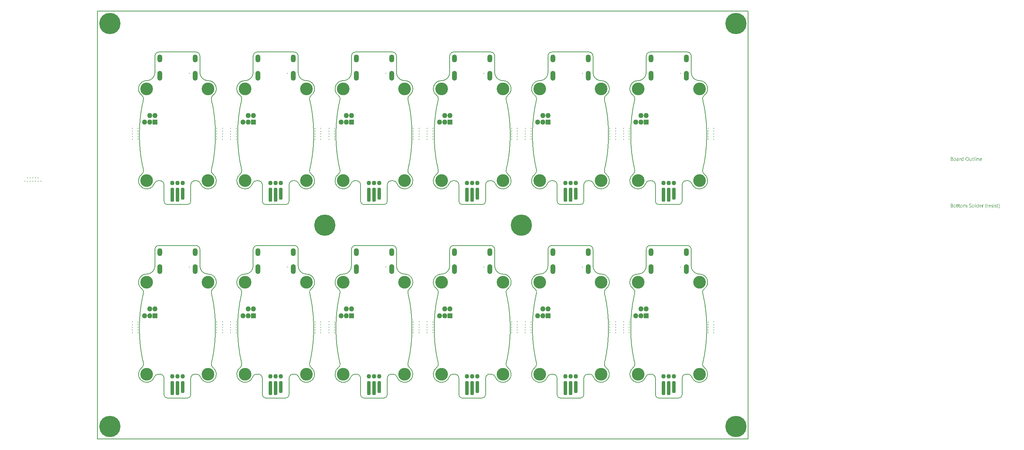
<source format=gbs>
G04*
G04 #@! TF.GenerationSoftware,Altium Limited,Altium Designer,21.5.1 (32)*
G04*
G04 Layer_Color=16711935*
%FSAX25Y25*%
%MOIN*%
G70*
G04*
G04 #@! TF.SameCoordinates,5657485A-31CE-4D9D-A90A-781EB6461645*
G04*
G04*
G04 #@! TF.FilePolarity,Negative*
G04*
G01*
G75*
%ADD35C,0.00787*%
G04:AMPARAMS|DCode=46|XSize=35.43mil|YSize=135.83mil|CornerRadius=13.82mil|HoleSize=0mil|Usage=FLASHONLY|Rotation=180.000|XOffset=0mil|YOffset=0mil|HoleType=Round|Shape=RoundedRectangle|*
%AMROUNDEDRECTD46*
21,1,0.03543,0.10819,0,0,180.0*
21,1,0.00780,0.13583,0,0,180.0*
1,1,0.02764,-0.00390,0.05409*
1,1,0.02764,0.00390,0.05409*
1,1,0.02764,0.00390,-0.05409*
1,1,0.02764,-0.00390,-0.05409*
%
%ADD46ROUNDEDRECTD46*%
G04:AMPARAMS|DCode=47|XSize=35.43mil|YSize=116.14mil|CornerRadius=13.82mil|HoleSize=0mil|Usage=FLASHONLY|Rotation=180.000|XOffset=0mil|YOffset=0mil|HoleType=Round|Shape=RoundedRectangle|*
%AMROUNDEDRECTD47*
21,1,0.03543,0.08850,0,0,180.0*
21,1,0.00780,0.11614,0,0,180.0*
1,1,0.02764,-0.00390,0.04425*
1,1,0.02764,0.00390,0.04425*
1,1,0.02764,0.00390,-0.04425*
1,1,0.02764,-0.00390,-0.04425*
%
%ADD47ROUNDEDRECTD47*%
%ADD49C,0.04331*%
%ADD73C,0.00800*%
%ADD74C,0.20485*%
%ADD75C,0.00591*%
G04:AMPARAMS|DCode=76|XSize=5.91mil|YSize=5.91mil|CornerRadius=0mil|HoleSize=0mil|Usage=FLASHONLY|Rotation=180.000|XOffset=0mil|YOffset=0mil|HoleType=Round|Shape=RoundedRectangle|*
%AMROUNDEDRECTD76*
21,1,0.00591,0.00591,0,0,180.0*
21,1,0.00591,0.00591,0,0,180.0*
1,1,0.00000,-0.00295,0.00295*
1,1,0.00000,0.00295,0.00295*
1,1,0.00000,0.00295,-0.00295*
1,1,0.00000,-0.00295,-0.00295*
%
%ADD76ROUNDEDRECTD76*%
G04:AMPARAMS|DCode=77|XSize=49.21mil|YSize=92.52mil|CornerRadius=22.44mil|HoleSize=0mil|Usage=FLASHONLY|Rotation=180.000|XOffset=0mil|YOffset=0mil|HoleType=Round|Shape=RoundedRectangle|*
%AMROUNDEDRECTD77*
21,1,0.04921,0.04764,0,0,180.0*
21,1,0.00433,0.09252,0,0,180.0*
1,1,0.04488,-0.00217,0.02382*
1,1,0.04488,0.00217,0.02382*
1,1,0.04488,0.00217,-0.02382*
1,1,0.04488,-0.00217,-0.02382*
%
%ADD77ROUNDEDRECTD77*%
G04:AMPARAMS|DCode=78|XSize=49.21mil|YSize=72.84mil|CornerRadius=22.44mil|HoleSize=0mil|Usage=FLASHONLY|Rotation=180.000|XOffset=0mil|YOffset=0mil|HoleType=Round|Shape=RoundedRectangle|*
%AMROUNDEDRECTD78*
21,1,0.04921,0.02795,0,0,180.0*
21,1,0.00433,0.07284,0,0,180.0*
1,1,0.04488,-0.00217,0.01398*
1,1,0.04488,0.00217,0.01398*
1,1,0.04488,0.00217,-0.01398*
1,1,0.04488,-0.00217,-0.01398*
%
%ADD78ROUNDEDRECTD78*%
%ADD79C,0.12205*%
%ADD80C,0.04961*%
%ADD81R,0.04961X0.04961*%
G36*
X0824898Y0251948D02*
X0824923D01*
X0824979Y0251924D01*
X0825010Y0251905D01*
X0825040Y0251880D01*
X0825047Y0251874D01*
X0825053Y0251868D01*
X0825084Y0251831D01*
X0825109Y0251769D01*
X0825115Y0251732D01*
X0825121Y0251695D01*
Y0251689D01*
Y0251676D01*
X0825115Y0251658D01*
X0825109Y0251633D01*
X0825090Y0251571D01*
X0825065Y0251540D01*
X0825040Y0251509D01*
X0825034D01*
X0825028Y0251497D01*
X0824991Y0251472D01*
X0824935Y0251447D01*
X0824898Y0251441D01*
X0824861Y0251435D01*
X0824842D01*
X0824824Y0251441D01*
X0824799D01*
X0824737Y0251466D01*
X0824706Y0251478D01*
X0824675Y0251503D01*
Y0251509D01*
X0824663Y0251515D01*
X0824650Y0251534D01*
X0824638Y0251552D01*
X0824613Y0251614D01*
X0824607Y0251651D01*
X0824601Y0251695D01*
Y0251701D01*
Y0251713D01*
X0824607Y0251732D01*
X0824613Y0251763D01*
X0824632Y0251818D01*
X0824650Y0251850D01*
X0824675Y0251880D01*
X0824681Y0251887D01*
X0824688Y0251893D01*
X0824725Y0251918D01*
X0824787Y0251942D01*
X0824824Y0251955D01*
X0824879D01*
X0824898Y0251948D01*
D02*
G37*
G36*
X0812908Y0248284D02*
X0812506D01*
Y0248705D01*
X0812493D01*
Y0248699D01*
X0812481Y0248686D01*
X0812462Y0248662D01*
X0812444Y0248631D01*
X0812413Y0248594D01*
X0812376Y0248556D01*
X0812332Y0248513D01*
X0812283Y0248470D01*
X0812227Y0248420D01*
X0812159Y0248377D01*
X0812091Y0248340D01*
X0812010Y0248303D01*
X0811930Y0248272D01*
X0811837Y0248247D01*
X0811738Y0248235D01*
X0811633Y0248228D01*
X0811590D01*
X0811552Y0248235D01*
X0811515Y0248241D01*
X0811466Y0248247D01*
X0811360Y0248272D01*
X0811237Y0248309D01*
X0811113Y0248371D01*
X0811045Y0248408D01*
X0810989Y0248451D01*
X0810927Y0248507D01*
X0810872Y0248563D01*
Y0248569D01*
X0810859Y0248581D01*
X0810847Y0248600D01*
X0810828Y0248624D01*
X0810810Y0248656D01*
X0810785Y0248699D01*
X0810760Y0248748D01*
X0810735Y0248804D01*
X0810704Y0248866D01*
X0810680Y0248934D01*
X0810655Y0249008D01*
X0810636Y0249089D01*
X0810618Y0249175D01*
X0810605Y0249274D01*
X0810599Y0249374D01*
X0810593Y0249479D01*
Y0249485D01*
Y0249503D01*
Y0249541D01*
X0810599Y0249584D01*
X0810605Y0249634D01*
X0810612Y0249695D01*
X0810618Y0249763D01*
X0810630Y0249838D01*
X0810667Y0249999D01*
X0810723Y0250166D01*
X0810760Y0250246D01*
X0810803Y0250327D01*
X0810847Y0250401D01*
X0810903Y0250475D01*
X0810909Y0250482D01*
X0810915Y0250494D01*
X0810933Y0250512D01*
X0810958Y0250537D01*
X0810989Y0250562D01*
X0811032Y0250593D01*
X0811076Y0250630D01*
X0811125Y0250667D01*
X0811249Y0250735D01*
X0811392Y0250797D01*
X0811472Y0250816D01*
X0811559Y0250834D01*
X0811645Y0250847D01*
X0811744Y0250853D01*
X0811794D01*
X0811831Y0250847D01*
X0811868Y0250840D01*
X0811918Y0250834D01*
X0812029Y0250803D01*
X0812153Y0250754D01*
X0812215Y0250723D01*
X0812277Y0250680D01*
X0812339Y0250636D01*
X0812394Y0250581D01*
X0812444Y0250519D01*
X0812493Y0250444D01*
X0812506D01*
Y0252004D01*
X0812908D01*
Y0248284D01*
D02*
G37*
G36*
X0827176Y0250847D02*
X0827250Y0250840D01*
X0827343Y0250822D01*
X0827442Y0250791D01*
X0827547Y0250742D01*
X0827653Y0250673D01*
X0827696Y0250636D01*
X0827739Y0250587D01*
X0827752Y0250574D01*
X0827776Y0250537D01*
X0827807Y0250475D01*
X0827851Y0250389D01*
X0827888Y0250283D01*
X0827925Y0250153D01*
X0827950Y0249999D01*
X0827956Y0249819D01*
Y0248284D01*
X0827554D01*
Y0249714D01*
Y0249720D01*
Y0249751D01*
X0827547Y0249788D01*
Y0249838D01*
X0827535Y0249900D01*
X0827523Y0249968D01*
X0827504Y0250042D01*
X0827479Y0250116D01*
X0827448Y0250191D01*
X0827411Y0250259D01*
X0827362Y0250327D01*
X0827306Y0250389D01*
X0827244Y0250438D01*
X0827164Y0250475D01*
X0827077Y0250506D01*
X0826972Y0250512D01*
X0826959D01*
X0826922Y0250506D01*
X0826867Y0250500D01*
X0826798Y0250482D01*
X0826718Y0250457D01*
X0826631Y0250413D01*
X0826551Y0250358D01*
X0826470Y0250283D01*
X0826464Y0250271D01*
X0826439Y0250246D01*
X0826408Y0250197D01*
X0826371Y0250129D01*
X0826334Y0250048D01*
X0826303Y0249949D01*
X0826278Y0249838D01*
X0826272Y0249714D01*
Y0248284D01*
X0825870D01*
Y0250797D01*
X0826272D01*
Y0250376D01*
X0826285D01*
X0826291Y0250382D01*
X0826297Y0250395D01*
X0826316Y0250420D01*
X0826340Y0250451D01*
X0826365Y0250488D01*
X0826402Y0250525D01*
X0826446Y0250568D01*
X0826495Y0250618D01*
X0826551Y0250661D01*
X0826613Y0250704D01*
X0826681Y0250742D01*
X0826755Y0250779D01*
X0826829Y0250810D01*
X0826916Y0250834D01*
X0827009Y0250847D01*
X0827108Y0250853D01*
X0827145D01*
X0827176Y0250847D01*
D02*
G37*
G36*
X0810178Y0250834D02*
X0810252Y0250828D01*
X0810296Y0250816D01*
X0810327Y0250803D01*
Y0250389D01*
X0810321Y0250395D01*
X0810308Y0250401D01*
X0810283Y0250413D01*
X0810252Y0250432D01*
X0810209Y0250444D01*
X0810153Y0250457D01*
X0810092Y0250463D01*
X0810023Y0250469D01*
X0810011D01*
X0809980Y0250463D01*
X0809931Y0250457D01*
X0809875Y0250438D01*
X0809801Y0250407D01*
X0809733Y0250364D01*
X0809658Y0250302D01*
X0809590Y0250221D01*
X0809584Y0250209D01*
X0809565Y0250178D01*
X0809534Y0250122D01*
X0809503Y0250048D01*
X0809473Y0249955D01*
X0809442Y0249838D01*
X0809423Y0249708D01*
X0809417Y0249559D01*
Y0248284D01*
X0809015D01*
Y0250797D01*
X0809417D01*
Y0250277D01*
X0809429D01*
Y0250283D01*
X0809435Y0250290D01*
X0809448Y0250321D01*
X0809466Y0250370D01*
X0809497Y0250432D01*
X0809528Y0250494D01*
X0809578Y0250562D01*
X0809627Y0250630D01*
X0809689Y0250692D01*
X0809695Y0250698D01*
X0809720Y0250717D01*
X0809757Y0250742D01*
X0809807Y0250766D01*
X0809863Y0250791D01*
X0809931Y0250816D01*
X0810005Y0250834D01*
X0810085Y0250840D01*
X0810141D01*
X0810178Y0250834D01*
D02*
G37*
G36*
X0820918Y0248284D02*
X0820516D01*
Y0248680D01*
X0820503D01*
Y0248674D01*
X0820491Y0248662D01*
X0820478Y0248637D01*
X0820454Y0248612D01*
X0820398Y0248538D01*
X0820311Y0248457D01*
X0820262Y0248414D01*
X0820206Y0248371D01*
X0820144Y0248334D01*
X0820070Y0248296D01*
X0819996Y0248272D01*
X0819915Y0248247D01*
X0819822Y0248235D01*
X0819729Y0248228D01*
X0819692D01*
X0819649Y0248235D01*
X0819587Y0248247D01*
X0819519Y0248259D01*
X0819445Y0248284D01*
X0819364Y0248315D01*
X0819284Y0248364D01*
X0819197Y0248420D01*
X0819117Y0248488D01*
X0819042Y0248575D01*
X0818974Y0248680D01*
X0818912Y0248798D01*
X0818869Y0248940D01*
X0818844Y0249107D01*
X0818832Y0249194D01*
Y0249293D01*
Y0250797D01*
X0819228D01*
Y0249355D01*
Y0249349D01*
Y0249324D01*
X0819234Y0249281D01*
X0819240Y0249231D01*
X0819247Y0249169D01*
X0819259Y0249107D01*
X0819277Y0249033D01*
X0819302Y0248959D01*
X0819339Y0248885D01*
X0819377Y0248816D01*
X0819426Y0248748D01*
X0819488Y0248686D01*
X0819556Y0248637D01*
X0819637Y0248600D01*
X0819736Y0248569D01*
X0819841Y0248563D01*
X0819853D01*
X0819890Y0248569D01*
X0819946Y0248575D01*
X0820008Y0248587D01*
X0820088Y0248618D01*
X0820169Y0248656D01*
X0820249Y0248705D01*
X0820324Y0248779D01*
X0820330Y0248792D01*
X0820355Y0248816D01*
X0820385Y0248866D01*
X0820423Y0248934D01*
X0820454Y0249014D01*
X0820485Y0249113D01*
X0820509Y0249225D01*
X0820516Y0249349D01*
Y0250797D01*
X0820918D01*
Y0248284D01*
D02*
G37*
G36*
X0825053D02*
X0824650D01*
Y0250797D01*
X0825053D01*
Y0248284D01*
D02*
G37*
G36*
X0823833D02*
X0823431D01*
Y0252004D01*
X0823833D01*
Y0248284D01*
D02*
G37*
G36*
X0807455Y0250847D02*
X0807510Y0250840D01*
X0807578Y0250822D01*
X0807653Y0250803D01*
X0807733Y0250772D01*
X0807820Y0250735D01*
X0807900Y0250686D01*
X0807981Y0250624D01*
X0808055Y0250550D01*
X0808123Y0250457D01*
X0808179Y0250352D01*
X0808222Y0250228D01*
X0808247Y0250085D01*
X0808259Y0249918D01*
Y0248284D01*
X0807857D01*
Y0248674D01*
X0807845D01*
Y0248668D01*
X0807832Y0248656D01*
X0807820Y0248631D01*
X0807795Y0248606D01*
X0807733Y0248532D01*
X0807653Y0248451D01*
X0807541Y0248371D01*
X0807411Y0248296D01*
X0807331Y0248272D01*
X0807250Y0248247D01*
X0807164Y0248235D01*
X0807071Y0248228D01*
X0807034D01*
X0807009Y0248235D01*
X0806941Y0248241D01*
X0806860Y0248253D01*
X0806761Y0248278D01*
X0806668Y0248309D01*
X0806569Y0248358D01*
X0806483Y0248420D01*
X0806477Y0248433D01*
X0806452Y0248457D01*
X0806415Y0248501D01*
X0806378Y0248563D01*
X0806340Y0248637D01*
X0806303Y0248724D01*
X0806279Y0248829D01*
X0806272Y0248946D01*
Y0248953D01*
Y0248977D01*
X0806279Y0249014D01*
X0806285Y0249058D01*
X0806297Y0249113D01*
X0806316Y0249175D01*
X0806340Y0249243D01*
X0806378Y0249312D01*
X0806421Y0249386D01*
X0806477Y0249460D01*
X0806545Y0249528D01*
X0806625Y0249590D01*
X0806718Y0249652D01*
X0806829Y0249702D01*
X0806953Y0249739D01*
X0807102Y0249770D01*
X0807857Y0249875D01*
Y0249881D01*
Y0249900D01*
X0807851Y0249937D01*
Y0249974D01*
X0807838Y0250023D01*
X0807832Y0250079D01*
X0807795Y0250197D01*
X0807764Y0250253D01*
X0807733Y0250308D01*
X0807690Y0250364D01*
X0807640Y0250413D01*
X0807578Y0250457D01*
X0807510Y0250488D01*
X0807430Y0250506D01*
X0807337Y0250512D01*
X0807294D01*
X0807263Y0250506D01*
X0807219D01*
X0807176Y0250494D01*
X0807065Y0250475D01*
X0806941Y0250438D01*
X0806805Y0250382D01*
X0806730Y0250345D01*
X0806662Y0250308D01*
X0806588Y0250259D01*
X0806520Y0250203D01*
Y0250618D01*
X0806526D01*
X0806538Y0250630D01*
X0806557Y0250642D01*
X0806588Y0250655D01*
X0806619Y0250673D01*
X0806662Y0250692D01*
X0806712Y0250711D01*
X0806767Y0250735D01*
X0806891Y0250779D01*
X0807040Y0250816D01*
X0807201Y0250840D01*
X0807374Y0250853D01*
X0807411D01*
X0807455Y0250847D01*
D02*
G37*
G36*
X0801766Y0251794D02*
X0801809D01*
X0801853Y0251788D01*
X0801952Y0251775D01*
X0802069Y0251744D01*
X0802193Y0251707D01*
X0802311Y0251651D01*
X0802416Y0251577D01*
X0802422D01*
X0802428Y0251565D01*
X0802459Y0251540D01*
X0802503Y0251490D01*
X0802552Y0251422D01*
X0802596Y0251336D01*
X0802639Y0251237D01*
X0802670Y0251125D01*
X0802682Y0251063D01*
Y0250995D01*
Y0250989D01*
Y0250983D01*
Y0250946D01*
X0802676Y0250890D01*
X0802664Y0250822D01*
X0802645Y0250735D01*
X0802614Y0250649D01*
X0802577Y0250562D01*
X0802521Y0250475D01*
X0802515Y0250463D01*
X0802490Y0250438D01*
X0802453Y0250401D01*
X0802404Y0250352D01*
X0802342Y0250302D01*
X0802267Y0250246D01*
X0802175Y0250203D01*
X0802075Y0250160D01*
Y0250153D01*
X0802094D01*
X0802113Y0250147D01*
X0802131Y0250141D01*
X0802199Y0250129D01*
X0802280Y0250104D01*
X0802366Y0250067D01*
X0802459Y0250023D01*
X0802552Y0249961D01*
X0802639Y0249881D01*
X0802651Y0249869D01*
X0802676Y0249838D01*
X0802707Y0249794D01*
X0802750Y0249726D01*
X0802787Y0249640D01*
X0802824Y0249541D01*
X0802849Y0249423D01*
X0802855Y0249293D01*
Y0249287D01*
Y0249274D01*
Y0249250D01*
X0802849Y0249219D01*
X0802843Y0249182D01*
X0802837Y0249138D01*
X0802812Y0249033D01*
X0802775Y0248915D01*
X0802719Y0248792D01*
X0802682Y0248736D01*
X0802639Y0248674D01*
X0802583Y0248618D01*
X0802527Y0248563D01*
X0802521D01*
X0802515Y0248550D01*
X0802496Y0248538D01*
X0802472Y0248519D01*
X0802441Y0248501D01*
X0802397Y0248476D01*
X0802305Y0248426D01*
X0802187Y0248371D01*
X0802051Y0248327D01*
X0801890Y0248296D01*
X0801809Y0248290D01*
X0801717Y0248284D01*
X0800689D01*
Y0251800D01*
X0801735D01*
X0801766Y0251794D01*
D02*
G37*
G36*
X0822261Y0250797D02*
X0822899D01*
Y0250451D01*
X0822261D01*
Y0249033D01*
Y0249021D01*
Y0248990D01*
X0822267Y0248946D01*
X0822274Y0248891D01*
X0822298Y0248773D01*
X0822317Y0248717D01*
X0822348Y0248674D01*
X0822354Y0248668D01*
X0822366Y0248656D01*
X0822385Y0248643D01*
X0822416Y0248624D01*
X0822453Y0248600D01*
X0822503Y0248587D01*
X0822564Y0248575D01*
X0822633Y0248569D01*
X0822657D01*
X0822688Y0248575D01*
X0822725Y0248581D01*
X0822812Y0248606D01*
X0822855Y0248624D01*
X0822899Y0248649D01*
Y0248303D01*
X0822892D01*
X0822874Y0248290D01*
X0822843Y0248284D01*
X0822800Y0248272D01*
X0822744Y0248259D01*
X0822682Y0248247D01*
X0822608Y0248241D01*
X0822521Y0248235D01*
X0822490D01*
X0822459Y0248241D01*
X0822416Y0248247D01*
X0822366Y0248259D01*
X0822311Y0248272D01*
X0822255Y0248296D01*
X0822193Y0248327D01*
X0822131Y0248364D01*
X0822069Y0248414D01*
X0822013Y0248470D01*
X0821964Y0248544D01*
X0821921Y0248624D01*
X0821890Y0248724D01*
X0821865Y0248835D01*
X0821859Y0248965D01*
Y0250451D01*
X0821432D01*
Y0250797D01*
X0821859D01*
Y0251410D01*
X0822261Y0251540D01*
Y0250797D01*
D02*
G37*
G36*
X0829788Y0250847D02*
X0829832Y0250840D01*
X0829875Y0250834D01*
X0829986Y0250816D01*
X0830110Y0250772D01*
X0830234Y0250717D01*
X0830296Y0250680D01*
X0830358Y0250636D01*
X0830413Y0250587D01*
X0830469Y0250531D01*
X0830475Y0250525D01*
X0830481Y0250519D01*
X0830494Y0250500D01*
X0830512Y0250475D01*
X0830531Y0250438D01*
X0830556Y0250401D01*
X0830581Y0250358D01*
X0830605Y0250302D01*
X0830630Y0250240D01*
X0830655Y0250178D01*
X0830680Y0250104D01*
X0830698Y0250023D01*
X0830717Y0249937D01*
X0830729Y0249850D01*
X0830741Y0249751D01*
Y0249646D01*
Y0249435D01*
X0828965D01*
Y0249429D01*
Y0249417D01*
Y0249398D01*
X0828971Y0249367D01*
X0828977Y0249330D01*
Y0249293D01*
X0828996Y0249194D01*
X0829027Y0249095D01*
X0829064Y0248984D01*
X0829120Y0248878D01*
X0829188Y0248785D01*
X0829200Y0248773D01*
X0829225Y0248748D01*
X0829274Y0248717D01*
X0829342Y0248674D01*
X0829429Y0248631D01*
X0829528Y0248600D01*
X0829646Y0248575D01*
X0829782Y0248563D01*
X0829825D01*
X0829856Y0248569D01*
X0829893D01*
X0829937Y0248575D01*
X0830042Y0248600D01*
X0830159Y0248631D01*
X0830289Y0248680D01*
X0830426Y0248748D01*
X0830494Y0248792D01*
X0830562Y0248841D01*
Y0248464D01*
X0830556D01*
X0830550Y0248451D01*
X0830531Y0248445D01*
X0830500Y0248426D01*
X0830469Y0248408D01*
X0830432Y0248389D01*
X0830382Y0248371D01*
X0830333Y0248346D01*
X0830271Y0248321D01*
X0830203Y0248303D01*
X0830054Y0248266D01*
X0829881Y0248241D01*
X0829689Y0248228D01*
X0829640D01*
X0829602Y0248235D01*
X0829559Y0248241D01*
X0829503Y0248247D01*
X0829386Y0248272D01*
X0829250Y0248309D01*
X0829113Y0248371D01*
X0829045Y0248414D01*
X0828977Y0248457D01*
X0828915Y0248507D01*
X0828854Y0248569D01*
X0828847Y0248575D01*
X0828841Y0248587D01*
X0828829Y0248606D01*
X0828804Y0248631D01*
X0828785Y0248668D01*
X0828761Y0248711D01*
X0828730Y0248761D01*
X0828705Y0248816D01*
X0828674Y0248878D01*
X0828649Y0248953D01*
X0828618Y0249033D01*
X0828600Y0249120D01*
X0828581Y0249213D01*
X0828563Y0249312D01*
X0828556Y0249417D01*
X0828550Y0249528D01*
Y0249534D01*
Y0249553D01*
Y0249584D01*
X0828556Y0249627D01*
X0828563Y0249677D01*
X0828569Y0249732D01*
X0828575Y0249801D01*
X0828594Y0249869D01*
X0828631Y0250017D01*
X0828686Y0250178D01*
X0828724Y0250259D01*
X0828773Y0250333D01*
X0828823Y0250413D01*
X0828878Y0250482D01*
X0828884Y0250488D01*
X0828897Y0250500D01*
X0828915Y0250519D01*
X0828940Y0250537D01*
X0828971Y0250568D01*
X0829008Y0250599D01*
X0829058Y0250630D01*
X0829107Y0250667D01*
X0829225Y0250735D01*
X0829367Y0250797D01*
X0829448Y0250816D01*
X0829528Y0250834D01*
X0829615Y0250847D01*
X0829708Y0250853D01*
X0829757D01*
X0829788Y0250847D01*
D02*
G37*
G36*
X0816746Y0251856D02*
X0816808Y0251850D01*
X0816882Y0251837D01*
X0816963Y0251818D01*
X0817049Y0251800D01*
X0817136Y0251775D01*
X0817235Y0251744D01*
X0817328Y0251701D01*
X0817427Y0251651D01*
X0817526Y0251596D01*
X0817619Y0251528D01*
X0817712Y0251453D01*
X0817798Y0251367D01*
X0817804Y0251361D01*
X0817817Y0251342D01*
X0817841Y0251317D01*
X0817866Y0251280D01*
X0817903Y0251231D01*
X0817941Y0251169D01*
X0817978Y0251100D01*
X0818021Y0251026D01*
X0818064Y0250933D01*
X0818101Y0250840D01*
X0818139Y0250735D01*
X0818176Y0250618D01*
X0818200Y0250500D01*
X0818225Y0250370D01*
X0818238Y0250228D01*
X0818244Y0250085D01*
Y0250073D01*
Y0250048D01*
Y0250005D01*
X0818238Y0249943D01*
X0818231Y0249869D01*
X0818219Y0249788D01*
X0818207Y0249695D01*
X0818188Y0249590D01*
X0818163Y0249485D01*
X0818132Y0249374D01*
X0818095Y0249262D01*
X0818052Y0249151D01*
X0817996Y0249033D01*
X0817934Y0248928D01*
X0817866Y0248823D01*
X0817786Y0248724D01*
X0817780Y0248717D01*
X0817767Y0248705D01*
X0817736Y0248680D01*
X0817705Y0248649D01*
X0817656Y0248606D01*
X0817600Y0248569D01*
X0817538Y0248519D01*
X0817464Y0248476D01*
X0817383Y0248433D01*
X0817290Y0248383D01*
X0817192Y0248346D01*
X0817080Y0248309D01*
X0816963Y0248272D01*
X0816839Y0248247D01*
X0816709Y0248235D01*
X0816566Y0248228D01*
X0816535D01*
X0816492Y0248235D01*
X0816442D01*
X0816381Y0248241D01*
X0816306Y0248253D01*
X0816226Y0248272D01*
X0816133Y0248290D01*
X0816040Y0248315D01*
X0815941Y0248346D01*
X0815842Y0248389D01*
X0815743Y0248433D01*
X0815644Y0248488D01*
X0815545Y0248556D01*
X0815452Y0248631D01*
X0815365Y0248717D01*
X0815359Y0248724D01*
X0815347Y0248742D01*
X0815322Y0248767D01*
X0815297Y0248804D01*
X0815260Y0248853D01*
X0815223Y0248915D01*
X0815186Y0248984D01*
X0815143Y0249064D01*
X0815099Y0249151D01*
X0815062Y0249243D01*
X0815025Y0249349D01*
X0814988Y0249466D01*
X0814963Y0249584D01*
X0814938Y0249714D01*
X0814926Y0249856D01*
X0814920Y0249999D01*
Y0250011D01*
Y0250036D01*
X0814926Y0250079D01*
Y0250141D01*
X0814932Y0250209D01*
X0814944Y0250296D01*
X0814957Y0250389D01*
X0814975Y0250488D01*
X0815000Y0250593D01*
X0815031Y0250704D01*
X0815068Y0250816D01*
X0815112Y0250927D01*
X0815167Y0251039D01*
X0815229Y0251150D01*
X0815297Y0251255D01*
X0815378Y0251354D01*
X0815384Y0251361D01*
X0815396Y0251379D01*
X0815427Y0251404D01*
X0815464Y0251435D01*
X0815508Y0251472D01*
X0815563Y0251515D01*
X0815632Y0251559D01*
X0815706Y0251608D01*
X0815793Y0251658D01*
X0815885Y0251701D01*
X0815985Y0251744D01*
X0816096Y0251781D01*
X0816220Y0251812D01*
X0816350Y0251843D01*
X0816486Y0251856D01*
X0816628Y0251862D01*
X0816696D01*
X0816746Y0251856D01*
D02*
G37*
G36*
X0804719Y0250847D02*
X0804762Y0250840D01*
X0804818Y0250834D01*
X0804941Y0250810D01*
X0805084Y0250766D01*
X0805226Y0250704D01*
X0805301Y0250667D01*
X0805369Y0250624D01*
X0805437Y0250568D01*
X0805499Y0250506D01*
X0805505Y0250500D01*
X0805511Y0250488D01*
X0805529Y0250469D01*
X0805548Y0250444D01*
X0805573Y0250407D01*
X0805598Y0250364D01*
X0805629Y0250314D01*
X0805659Y0250259D01*
X0805684Y0250191D01*
X0805715Y0250122D01*
X0805740Y0250042D01*
X0805765Y0249955D01*
X0805783Y0249863D01*
X0805802Y0249763D01*
X0805808Y0249658D01*
X0805814Y0249547D01*
Y0249541D01*
Y0249522D01*
Y0249491D01*
X0805808Y0249448D01*
X0805802Y0249398D01*
X0805796Y0249336D01*
X0805783Y0249274D01*
X0805771Y0249200D01*
X0805734Y0249052D01*
X0805672Y0248891D01*
X0805635Y0248810D01*
X0805585Y0248730D01*
X0805536Y0248656D01*
X0805474Y0248587D01*
X0805468Y0248581D01*
X0805455Y0248575D01*
X0805437Y0248556D01*
X0805412Y0248532D01*
X0805375Y0248507D01*
X0805338Y0248476D01*
X0805288Y0248439D01*
X0805232Y0248408D01*
X0805171Y0248377D01*
X0805102Y0248340D01*
X0805028Y0248309D01*
X0804948Y0248284D01*
X0804861Y0248259D01*
X0804768Y0248247D01*
X0804669Y0248235D01*
X0804564Y0248228D01*
X0804508D01*
X0804471Y0248235D01*
X0804428Y0248241D01*
X0804372Y0248247D01*
X0804310Y0248259D01*
X0804242Y0248272D01*
X0804100Y0248315D01*
X0803951Y0248377D01*
X0803877Y0248414D01*
X0803809Y0248464D01*
X0803741Y0248513D01*
X0803673Y0248575D01*
X0803666Y0248581D01*
X0803660Y0248594D01*
X0803642Y0248612D01*
X0803623Y0248637D01*
X0803598Y0248674D01*
X0803567Y0248717D01*
X0803536Y0248767D01*
X0803512Y0248823D01*
X0803481Y0248891D01*
X0803450Y0248959D01*
X0803419Y0249033D01*
X0803394Y0249120D01*
X0803357Y0249305D01*
X0803351Y0249404D01*
X0803345Y0249510D01*
Y0249516D01*
Y0249541D01*
Y0249572D01*
X0803351Y0249615D01*
X0803357Y0249664D01*
X0803363Y0249726D01*
X0803375Y0249794D01*
X0803388Y0249869D01*
X0803425Y0250030D01*
X0803487Y0250191D01*
X0803530Y0250271D01*
X0803574Y0250352D01*
X0803623Y0250426D01*
X0803685Y0250494D01*
X0803691Y0250500D01*
X0803703Y0250512D01*
X0803722Y0250525D01*
X0803747Y0250550D01*
X0803784Y0250574D01*
X0803827Y0250605D01*
X0803877Y0250642D01*
X0803932Y0250673D01*
X0803994Y0250704D01*
X0804069Y0250742D01*
X0804143Y0250772D01*
X0804230Y0250797D01*
X0804316Y0250822D01*
X0804415Y0250840D01*
X0804521Y0250847D01*
X0804626Y0250853D01*
X0804681D01*
X0804719Y0250847D01*
D02*
G37*
G36*
X0842329Y0207022D02*
X0842354D01*
X0842410Y0206997D01*
X0842441Y0206979D01*
X0842472Y0206954D01*
X0842478Y0206948D01*
X0842484Y0206942D01*
X0842515Y0206904D01*
X0842540Y0206842D01*
X0842546Y0206805D01*
X0842552Y0206768D01*
Y0206762D01*
Y0206750D01*
X0842546Y0206731D01*
X0842540Y0206706D01*
X0842521Y0206644D01*
X0842496Y0206613D01*
X0842472Y0206582D01*
X0842465D01*
X0842459Y0206570D01*
X0842422Y0206545D01*
X0842366Y0206521D01*
X0842329Y0206514D01*
X0842292Y0206508D01*
X0842273D01*
X0842255Y0206514D01*
X0842230D01*
X0842168Y0206539D01*
X0842137Y0206552D01*
X0842106Y0206576D01*
Y0206582D01*
X0842094Y0206589D01*
X0842082Y0206607D01*
X0842069Y0206626D01*
X0842044Y0206688D01*
X0842038Y0206725D01*
X0842032Y0206768D01*
Y0206774D01*
Y0206787D01*
X0842038Y0206805D01*
X0842044Y0206836D01*
X0842063Y0206892D01*
X0842082Y0206923D01*
X0842106Y0206954D01*
X0842112Y0206960D01*
X0842119Y0206966D01*
X0842156Y0206991D01*
X0842218Y0207016D01*
X0842255Y0207028D01*
X0842311D01*
X0842329Y0207022D01*
D02*
G37*
G36*
X0819760Y0206929D02*
X0819810D01*
X0819921Y0206917D01*
X0820045Y0206904D01*
X0820169Y0206880D01*
X0820286Y0206849D01*
X0820336Y0206830D01*
X0820385Y0206805D01*
Y0206341D01*
X0820379D01*
X0820373Y0206353D01*
X0820355Y0206360D01*
X0820330Y0206378D01*
X0820299Y0206391D01*
X0820262Y0206409D01*
X0820169Y0206453D01*
X0820057Y0206490D01*
X0819921Y0206527D01*
X0819760Y0206552D01*
X0819587Y0206558D01*
X0819538D01*
X0819500Y0206552D01*
X0819463D01*
X0819414Y0206545D01*
X0819315Y0206527D01*
X0819308D01*
X0819290Y0206521D01*
X0819265Y0206514D01*
X0819234Y0206508D01*
X0819160Y0206477D01*
X0819073Y0206440D01*
X0819067D01*
X0819055Y0206428D01*
X0819036Y0206415D01*
X0819011Y0206397D01*
X0818956Y0206341D01*
X0818900Y0206273D01*
Y0206267D01*
X0818888Y0206255D01*
X0818881Y0206236D01*
X0818869Y0206205D01*
X0818857Y0206168D01*
X0818850Y0206131D01*
X0818838Y0206032D01*
Y0206025D01*
Y0206007D01*
Y0205982D01*
X0818844Y0205951D01*
X0818857Y0205877D01*
X0818888Y0205796D01*
Y0205790D01*
X0818900Y0205778D01*
X0818906Y0205759D01*
X0818925Y0205734D01*
X0818974Y0205679D01*
X0819036Y0205617D01*
X0819042Y0205611D01*
X0819055Y0205605D01*
X0819073Y0205586D01*
X0819104Y0205567D01*
X0819141Y0205543D01*
X0819178Y0205518D01*
X0819277Y0205456D01*
X0819284Y0205450D01*
X0819302Y0205444D01*
X0819333Y0205425D01*
X0819370Y0205406D01*
X0819420Y0205382D01*
X0819476Y0205357D01*
X0819599Y0205295D01*
X0819606Y0205289D01*
X0819630Y0205276D01*
X0819668Y0205258D01*
X0819717Y0205233D01*
X0819773Y0205208D01*
X0819835Y0205171D01*
X0819958Y0205097D01*
X0819965Y0205091D01*
X0819989Y0205078D01*
X0820020Y0205060D01*
X0820064Y0205029D01*
X0820156Y0204955D01*
X0820256Y0204868D01*
X0820262Y0204862D01*
X0820280Y0204849D01*
X0820299Y0204818D01*
X0820330Y0204787D01*
X0820361Y0204744D01*
X0820398Y0204701D01*
X0820460Y0204589D01*
X0820466Y0204583D01*
X0820472Y0204565D01*
X0820485Y0204534D01*
X0820497Y0204490D01*
X0820509Y0204441D01*
X0820522Y0204379D01*
X0820534Y0204317D01*
Y0204243D01*
Y0204230D01*
Y0204199D01*
X0820528Y0204150D01*
X0820522Y0204088D01*
X0820509Y0204020D01*
X0820491Y0203946D01*
X0820466Y0203871D01*
X0820429Y0203803D01*
X0820423Y0203797D01*
X0820410Y0203772D01*
X0820385Y0203741D01*
X0820361Y0203698D01*
X0820317Y0203655D01*
X0820274Y0203605D01*
X0820218Y0203556D01*
X0820156Y0203506D01*
X0820150Y0203500D01*
X0820126Y0203487D01*
X0820088Y0203469D01*
X0820039Y0203444D01*
X0819983Y0203419D01*
X0819915Y0203395D01*
X0819835Y0203370D01*
X0819754Y0203351D01*
X0819742D01*
X0819717Y0203345D01*
X0819674Y0203339D01*
X0819612Y0203327D01*
X0819544Y0203320D01*
X0819463Y0203308D01*
X0819377Y0203302D01*
X0819228D01*
X0819160Y0203308D01*
X0819073Y0203314D01*
X0819055D01*
X0819030Y0203320D01*
X0818999Y0203327D01*
X0818919Y0203333D01*
X0818826Y0203351D01*
X0818820D01*
X0818801Y0203358D01*
X0818776Y0203364D01*
X0818745Y0203370D01*
X0818671Y0203389D01*
X0818584Y0203413D01*
X0818578D01*
X0818566Y0203419D01*
X0818547Y0203426D01*
X0818522Y0203438D01*
X0818460Y0203463D01*
X0818398Y0203500D01*
Y0203983D01*
X0818405Y0203976D01*
X0818417Y0203970D01*
X0818429Y0203958D01*
X0818454Y0203939D01*
X0818522Y0203896D01*
X0818603Y0203847D01*
X0818609D01*
X0818621Y0203840D01*
X0818646Y0203828D01*
X0818677Y0203816D01*
X0818758Y0203779D01*
X0818844Y0203748D01*
X0818850D01*
X0818869Y0203741D01*
X0818894Y0203735D01*
X0818925Y0203729D01*
X0819011Y0203704D01*
X0819104Y0203686D01*
X0819129D01*
X0819154Y0203679D01*
X0819185D01*
X0819259Y0203673D01*
X0819346Y0203667D01*
X0819407D01*
X0819476Y0203673D01*
X0819562Y0203686D01*
X0819655Y0203698D01*
X0819748Y0203723D01*
X0819835Y0203760D01*
X0819915Y0203803D01*
X0819921Y0203809D01*
X0819946Y0203828D01*
X0819977Y0203865D01*
X0820008Y0203908D01*
X0820045Y0203964D01*
X0820070Y0204038D01*
X0820095Y0204119D01*
X0820101Y0204212D01*
Y0204218D01*
Y0204237D01*
Y0204261D01*
X0820095Y0204298D01*
X0820076Y0204379D01*
X0820039Y0204459D01*
Y0204466D01*
X0820026Y0204478D01*
X0820014Y0204497D01*
X0819996Y0204521D01*
X0819940Y0204583D01*
X0819866Y0204651D01*
X0819859Y0204657D01*
X0819847Y0204670D01*
X0819822Y0204682D01*
X0819791Y0204707D01*
X0819754Y0204732D01*
X0819711Y0204763D01*
X0819606Y0204818D01*
X0819599Y0204825D01*
X0819581Y0204831D01*
X0819550Y0204849D01*
X0819507Y0204868D01*
X0819463Y0204899D01*
X0819407Y0204924D01*
X0819277Y0204992D01*
X0819271Y0204998D01*
X0819247Y0205010D01*
X0819209Y0205029D01*
X0819166Y0205047D01*
X0819117Y0205078D01*
X0819061Y0205109D01*
X0818937Y0205177D01*
X0818931Y0205184D01*
X0818912Y0205196D01*
X0818881Y0205215D01*
X0818844Y0205239D01*
X0818751Y0205307D01*
X0818659Y0205388D01*
X0818652Y0205394D01*
X0818640Y0205406D01*
X0818615Y0205431D01*
X0818590Y0205462D01*
X0818559Y0205505D01*
X0818528Y0205549D01*
X0818473Y0205648D01*
Y0205654D01*
X0818460Y0205673D01*
X0818454Y0205704D01*
X0818442Y0205747D01*
X0818429Y0205796D01*
X0818417Y0205858D01*
X0818411Y0205920D01*
X0818405Y0205995D01*
Y0206007D01*
Y0206038D01*
X0818411Y0206081D01*
X0818417Y0206137D01*
X0818429Y0206205D01*
X0818448Y0206273D01*
X0818473Y0206341D01*
X0818510Y0206409D01*
X0818516Y0206415D01*
X0818528Y0206440D01*
X0818553Y0206471D01*
X0818584Y0206514D01*
X0818621Y0206558D01*
X0818671Y0206607D01*
X0818727Y0206657D01*
X0818789Y0206700D01*
X0818795Y0206706D01*
X0818820Y0206719D01*
X0818857Y0206744D01*
X0818900Y0206768D01*
X0818962Y0206793D01*
X0819024Y0206824D01*
X0819098Y0206849D01*
X0819178Y0206873D01*
X0819191D01*
X0819216Y0206886D01*
X0819259Y0206892D01*
X0819321Y0206904D01*
X0819389Y0206917D01*
X0819463Y0206923D01*
X0819630Y0206935D01*
X0819717D01*
X0819760Y0206929D01*
D02*
G37*
G36*
X0827492Y0203358D02*
X0827089D01*
Y0203779D01*
X0827077D01*
Y0203772D01*
X0827065Y0203760D01*
X0827046Y0203735D01*
X0827027Y0203704D01*
X0826997Y0203667D01*
X0826959Y0203630D01*
X0826916Y0203587D01*
X0826867Y0203543D01*
X0826811Y0203494D01*
X0826743Y0203450D01*
X0826675Y0203413D01*
X0826594Y0203376D01*
X0826514Y0203345D01*
X0826421Y0203320D01*
X0826322Y0203308D01*
X0826217Y0203302D01*
X0826173D01*
X0826136Y0203308D01*
X0826099Y0203314D01*
X0826049Y0203320D01*
X0825944Y0203345D01*
X0825820Y0203382D01*
X0825697Y0203444D01*
X0825628Y0203481D01*
X0825573Y0203525D01*
X0825511Y0203580D01*
X0825455Y0203636D01*
Y0203642D01*
X0825443Y0203655D01*
X0825430Y0203673D01*
X0825412Y0203698D01*
X0825393Y0203729D01*
X0825368Y0203772D01*
X0825344Y0203822D01*
X0825319Y0203877D01*
X0825288Y0203939D01*
X0825263Y0204008D01*
X0825239Y0204082D01*
X0825220Y0204162D01*
X0825201Y0204249D01*
X0825189Y0204348D01*
X0825183Y0204447D01*
X0825177Y0204552D01*
Y0204558D01*
Y0204577D01*
Y0204614D01*
X0825183Y0204657D01*
X0825189Y0204707D01*
X0825195Y0204769D01*
X0825201Y0204837D01*
X0825214Y0204911D01*
X0825251Y0205072D01*
X0825307Y0205239D01*
X0825344Y0205320D01*
X0825387Y0205400D01*
X0825430Y0205474D01*
X0825486Y0205549D01*
X0825492Y0205555D01*
X0825498Y0205567D01*
X0825517Y0205586D01*
X0825542Y0205611D01*
X0825573Y0205635D01*
X0825616Y0205666D01*
X0825659Y0205704D01*
X0825709Y0205741D01*
X0825833Y0205809D01*
X0825975Y0205871D01*
X0826056Y0205889D01*
X0826142Y0205908D01*
X0826229Y0205920D01*
X0826328Y0205926D01*
X0826377D01*
X0826415Y0205920D01*
X0826452Y0205914D01*
X0826501Y0205908D01*
X0826613Y0205877D01*
X0826737Y0205827D01*
X0826798Y0205796D01*
X0826860Y0205753D01*
X0826922Y0205710D01*
X0826978Y0205654D01*
X0827027Y0205592D01*
X0827077Y0205518D01*
X0827089D01*
Y0207078D01*
X0827492D01*
Y0203358D01*
D02*
G37*
G36*
X0844236Y0205920D02*
X0844316Y0205914D01*
X0844403Y0205902D01*
X0844502Y0205877D01*
X0844601Y0205852D01*
X0844700Y0205815D01*
Y0205406D01*
X0844687Y0205413D01*
X0844650Y0205437D01*
X0844595Y0205462D01*
X0844520Y0205499D01*
X0844427Y0205530D01*
X0844316Y0205561D01*
X0844192Y0205580D01*
X0844062Y0205586D01*
X0843994D01*
X0843932Y0205574D01*
X0843858Y0205561D01*
X0843852D01*
X0843846Y0205555D01*
X0843808Y0205543D01*
X0843759Y0205518D01*
X0843703Y0205487D01*
X0843691Y0205481D01*
X0843666Y0205456D01*
X0843635Y0205419D01*
X0843604Y0205376D01*
X0843598Y0205363D01*
X0843586Y0205332D01*
X0843573Y0205289D01*
X0843567Y0205233D01*
Y0205227D01*
Y0205215D01*
Y0205196D01*
X0843573Y0205177D01*
X0843586Y0205122D01*
X0843604Y0205066D01*
X0843610Y0205054D01*
X0843629Y0205029D01*
X0843666Y0204992D01*
X0843709Y0204948D01*
X0843716D01*
X0843722Y0204942D01*
X0843759Y0204917D01*
X0843808Y0204887D01*
X0843877Y0204855D01*
X0843883D01*
X0843895Y0204849D01*
X0843914Y0204843D01*
X0843945Y0204831D01*
X0844013Y0204806D01*
X0844099Y0204769D01*
X0844106D01*
X0844130Y0204756D01*
X0844161Y0204744D01*
X0844199Y0204732D01*
X0844298Y0204688D01*
X0844397Y0204639D01*
X0844403D01*
X0844421Y0204626D01*
X0844446Y0204614D01*
X0844477Y0204596D01*
X0844551Y0204546D01*
X0844626Y0204484D01*
X0844632Y0204478D01*
X0844644Y0204472D01*
X0844656Y0204453D01*
X0844681Y0204428D01*
X0844725Y0204366D01*
X0844768Y0204286D01*
Y0204280D01*
X0844774Y0204268D01*
X0844786Y0204243D01*
X0844793Y0204212D01*
X0844805Y0204175D01*
X0844811Y0204131D01*
X0844818Y0204026D01*
Y0204020D01*
Y0203995D01*
X0844811Y0203958D01*
X0844805Y0203915D01*
X0844799Y0203865D01*
X0844780Y0203809D01*
X0844762Y0203760D01*
X0844731Y0203704D01*
X0844725Y0203698D01*
X0844718Y0203679D01*
X0844700Y0203655D01*
X0844675Y0203624D01*
X0844644Y0203587D01*
X0844607Y0203549D01*
X0844514Y0203475D01*
X0844508Y0203469D01*
X0844489Y0203463D01*
X0844465Y0203444D01*
X0844421Y0203426D01*
X0844378Y0203401D01*
X0844322Y0203382D01*
X0844267Y0203364D01*
X0844199Y0203345D01*
X0844192D01*
X0844168Y0203339D01*
X0844130Y0203333D01*
X0844087Y0203327D01*
X0844025Y0203314D01*
X0843963Y0203308D01*
X0843821Y0203302D01*
X0843759D01*
X0843685Y0203308D01*
X0843592Y0203320D01*
X0843487Y0203339D01*
X0843375Y0203364D01*
X0843264Y0203395D01*
X0843152Y0203444D01*
Y0203877D01*
X0843159D01*
X0843165Y0203865D01*
X0843183Y0203853D01*
X0843208Y0203840D01*
X0843276Y0203803D01*
X0843369Y0203760D01*
X0843474Y0203710D01*
X0843598Y0203673D01*
X0843734Y0203648D01*
X0843877Y0203636D01*
X0843926D01*
X0843957Y0203642D01*
X0844044Y0203655D01*
X0844143Y0203679D01*
X0844236Y0203723D01*
X0844279Y0203754D01*
X0844322Y0203785D01*
X0844353Y0203828D01*
X0844378Y0203871D01*
X0844397Y0203927D01*
X0844403Y0203989D01*
Y0203995D01*
Y0204008D01*
Y0204026D01*
X0844397Y0204045D01*
X0844384Y0204100D01*
X0844359Y0204156D01*
Y0204162D01*
X0844353Y0204168D01*
X0844328Y0204199D01*
X0844291Y0204243D01*
X0844236Y0204280D01*
X0844229D01*
X0844223Y0204292D01*
X0844186Y0204311D01*
X0844130Y0204348D01*
X0844056Y0204379D01*
X0844050D01*
X0844038Y0204385D01*
X0844019Y0204398D01*
X0843988Y0204410D01*
X0843920Y0204435D01*
X0843833Y0204472D01*
X0843827D01*
X0843802Y0204484D01*
X0843771Y0204497D01*
X0843734Y0204509D01*
X0843635Y0204552D01*
X0843536Y0204602D01*
X0843530Y0204608D01*
X0843518Y0204614D01*
X0843493Y0204626D01*
X0843462Y0204645D01*
X0843394Y0204695D01*
X0843326Y0204750D01*
X0843320Y0204756D01*
X0843313Y0204763D01*
X0843295Y0204781D01*
X0843276Y0204806D01*
X0843233Y0204868D01*
X0843196Y0204942D01*
Y0204948D01*
X0843190Y0204961D01*
X0843183Y0204985D01*
X0843177Y0205016D01*
X0843171Y0205054D01*
X0843165Y0205097D01*
X0843159Y0205202D01*
Y0205208D01*
Y0205233D01*
X0843165Y0205264D01*
X0843171Y0205307D01*
X0843177Y0205357D01*
X0843196Y0205406D01*
X0843214Y0205462D01*
X0843239Y0205512D01*
X0843245Y0205518D01*
X0843251Y0205536D01*
X0843270Y0205561D01*
X0843295Y0205592D01*
X0843363Y0205666D01*
X0843449Y0205741D01*
X0843456Y0205747D01*
X0843474Y0205753D01*
X0843499Y0205772D01*
X0843542Y0205790D01*
X0843586Y0205815D01*
X0843635Y0205840D01*
X0843759Y0205877D01*
X0843765D01*
X0843790Y0205883D01*
X0843821Y0205895D01*
X0843870Y0205902D01*
X0843920Y0205914D01*
X0843982Y0205920D01*
X0844118Y0205926D01*
X0844174D01*
X0844236Y0205920D01*
D02*
G37*
G36*
X0840881D02*
X0840961Y0205914D01*
X0841048Y0205902D01*
X0841147Y0205877D01*
X0841246Y0205852D01*
X0841345Y0205815D01*
Y0205406D01*
X0841333Y0205413D01*
X0841295Y0205437D01*
X0841240Y0205462D01*
X0841165Y0205499D01*
X0841072Y0205530D01*
X0840961Y0205561D01*
X0840837Y0205580D01*
X0840707Y0205586D01*
X0840639D01*
X0840577Y0205574D01*
X0840503Y0205561D01*
X0840497D01*
X0840491Y0205555D01*
X0840454Y0205543D01*
X0840404Y0205518D01*
X0840348Y0205487D01*
X0840336Y0205481D01*
X0840311Y0205456D01*
X0840280Y0205419D01*
X0840249Y0205376D01*
X0840243Y0205363D01*
X0840231Y0205332D01*
X0840218Y0205289D01*
X0840212Y0205233D01*
Y0205227D01*
Y0205215D01*
Y0205196D01*
X0840218Y0205177D01*
X0840231Y0205122D01*
X0840249Y0205066D01*
X0840255Y0205054D01*
X0840274Y0205029D01*
X0840311Y0204992D01*
X0840355Y0204948D01*
X0840361D01*
X0840367Y0204942D01*
X0840404Y0204917D01*
X0840454Y0204887D01*
X0840522Y0204855D01*
X0840528D01*
X0840540Y0204849D01*
X0840559Y0204843D01*
X0840590Y0204831D01*
X0840658Y0204806D01*
X0840744Y0204769D01*
X0840751D01*
X0840775Y0204756D01*
X0840806Y0204744D01*
X0840843Y0204732D01*
X0840942Y0204688D01*
X0841042Y0204639D01*
X0841048D01*
X0841066Y0204626D01*
X0841091Y0204614D01*
X0841122Y0204596D01*
X0841196Y0204546D01*
X0841271Y0204484D01*
X0841277Y0204478D01*
X0841289Y0204472D01*
X0841302Y0204453D01*
X0841326Y0204428D01*
X0841370Y0204366D01*
X0841413Y0204286D01*
Y0204280D01*
X0841419Y0204268D01*
X0841432Y0204243D01*
X0841438Y0204212D01*
X0841450Y0204175D01*
X0841456Y0204131D01*
X0841463Y0204026D01*
Y0204020D01*
Y0203995D01*
X0841456Y0203958D01*
X0841450Y0203915D01*
X0841444Y0203865D01*
X0841425Y0203809D01*
X0841407Y0203760D01*
X0841376Y0203704D01*
X0841370Y0203698D01*
X0841364Y0203679D01*
X0841345Y0203655D01*
X0841320Y0203624D01*
X0841289Y0203587D01*
X0841252Y0203549D01*
X0841159Y0203475D01*
X0841153Y0203469D01*
X0841134Y0203463D01*
X0841110Y0203444D01*
X0841066Y0203426D01*
X0841023Y0203401D01*
X0840967Y0203382D01*
X0840912Y0203364D01*
X0840843Y0203345D01*
X0840837D01*
X0840812Y0203339D01*
X0840775Y0203333D01*
X0840732Y0203327D01*
X0840670Y0203314D01*
X0840608Y0203308D01*
X0840466Y0203302D01*
X0840404D01*
X0840330Y0203308D01*
X0840237Y0203320D01*
X0840132Y0203339D01*
X0840020Y0203364D01*
X0839909Y0203395D01*
X0839797Y0203444D01*
Y0203877D01*
X0839804D01*
X0839810Y0203865D01*
X0839828Y0203853D01*
X0839853Y0203840D01*
X0839921Y0203803D01*
X0840014Y0203760D01*
X0840119Y0203710D01*
X0840243Y0203673D01*
X0840379Y0203648D01*
X0840522Y0203636D01*
X0840571D01*
X0840602Y0203642D01*
X0840689Y0203655D01*
X0840788Y0203679D01*
X0840881Y0203723D01*
X0840924Y0203754D01*
X0840967Y0203785D01*
X0840998Y0203828D01*
X0841023Y0203871D01*
X0841042Y0203927D01*
X0841048Y0203989D01*
Y0203995D01*
Y0204008D01*
Y0204026D01*
X0841042Y0204045D01*
X0841029Y0204100D01*
X0841004Y0204156D01*
Y0204162D01*
X0840998Y0204168D01*
X0840973Y0204199D01*
X0840936Y0204243D01*
X0840881Y0204280D01*
X0840874D01*
X0840868Y0204292D01*
X0840831Y0204311D01*
X0840775Y0204348D01*
X0840701Y0204379D01*
X0840695D01*
X0840683Y0204385D01*
X0840664Y0204398D01*
X0840633Y0204410D01*
X0840565Y0204435D01*
X0840478Y0204472D01*
X0840472D01*
X0840447Y0204484D01*
X0840416Y0204497D01*
X0840379Y0204509D01*
X0840280Y0204552D01*
X0840181Y0204602D01*
X0840175Y0204608D01*
X0840163Y0204614D01*
X0840138Y0204626D01*
X0840107Y0204645D01*
X0840039Y0204695D01*
X0839971Y0204750D01*
X0839964Y0204756D01*
X0839958Y0204763D01*
X0839940Y0204781D01*
X0839921Y0204806D01*
X0839878Y0204868D01*
X0839841Y0204942D01*
Y0204948D01*
X0839834Y0204961D01*
X0839828Y0204985D01*
X0839822Y0205016D01*
X0839816Y0205054D01*
X0839810Y0205097D01*
X0839804Y0205202D01*
Y0205208D01*
Y0205233D01*
X0839810Y0205264D01*
X0839816Y0205307D01*
X0839822Y0205357D01*
X0839841Y0205406D01*
X0839859Y0205462D01*
X0839884Y0205512D01*
X0839890Y0205518D01*
X0839896Y0205536D01*
X0839915Y0205561D01*
X0839940Y0205592D01*
X0840008Y0205666D01*
X0840094Y0205741D01*
X0840101Y0205747D01*
X0840119Y0205753D01*
X0840144Y0205772D01*
X0840187Y0205790D01*
X0840231Y0205815D01*
X0840280Y0205840D01*
X0840404Y0205877D01*
X0840410D01*
X0840435Y0205883D01*
X0840466Y0205895D01*
X0840515Y0205902D01*
X0840565Y0205914D01*
X0840627Y0205920D01*
X0840763Y0205926D01*
X0840819D01*
X0840881Y0205920D01*
D02*
G37*
G36*
X0815625D02*
X0815681Y0205908D01*
X0815743Y0205895D01*
X0815811Y0205871D01*
X0815892Y0205840D01*
X0815966Y0205796D01*
X0816046Y0205747D01*
X0816121Y0205679D01*
X0816189Y0205592D01*
X0816251Y0205493D01*
X0816306Y0205382D01*
X0816343Y0205239D01*
X0816374Y0205085D01*
X0816381Y0204905D01*
Y0203358D01*
X0815978D01*
Y0204800D01*
Y0204806D01*
Y0204818D01*
Y0204837D01*
Y0204868D01*
X0815972Y0204942D01*
X0815960Y0205029D01*
X0815947Y0205128D01*
X0815923Y0205227D01*
X0815892Y0205320D01*
X0815848Y0205400D01*
X0815842Y0205406D01*
X0815823Y0205431D01*
X0815793Y0205462D01*
X0815743Y0205493D01*
X0815687Y0205530D01*
X0815613Y0205555D01*
X0815520Y0205580D01*
X0815415Y0205586D01*
X0815403D01*
X0815372Y0205580D01*
X0815322Y0205574D01*
X0815260Y0205555D01*
X0815192Y0205530D01*
X0815118Y0205487D01*
X0815044Y0205431D01*
X0814975Y0205351D01*
X0814969Y0205338D01*
X0814951Y0205307D01*
X0814920Y0205258D01*
X0814889Y0205190D01*
X0814852Y0205109D01*
X0814827Y0205016D01*
X0814802Y0204905D01*
X0814796Y0204787D01*
Y0203358D01*
X0814394D01*
Y0204849D01*
Y0204855D01*
Y0204880D01*
X0814387Y0204917D01*
Y0204967D01*
X0814375Y0205023D01*
X0814363Y0205085D01*
X0814344Y0205147D01*
X0814326Y0205221D01*
X0814295Y0205289D01*
X0814257Y0205351D01*
X0814208Y0205413D01*
X0814152Y0205468D01*
X0814090Y0205518D01*
X0814010Y0205555D01*
X0813923Y0205580D01*
X0813824Y0205586D01*
X0813812D01*
X0813781Y0205580D01*
X0813731Y0205574D01*
X0813669Y0205561D01*
X0813601Y0205530D01*
X0813527Y0205493D01*
X0813453Y0205437D01*
X0813385Y0205363D01*
X0813379Y0205351D01*
X0813360Y0205326D01*
X0813329Y0205276D01*
X0813298Y0205208D01*
X0813267Y0205128D01*
X0813236Y0205029D01*
X0813218Y0204917D01*
X0813211Y0204787D01*
Y0203358D01*
X0812809D01*
Y0205871D01*
X0813211D01*
Y0205468D01*
X0813224D01*
X0813230Y0205474D01*
X0813236Y0205487D01*
X0813255Y0205512D01*
X0813273Y0205543D01*
X0813335Y0205611D01*
X0813422Y0205697D01*
X0813533Y0205784D01*
X0813663Y0205852D01*
X0813744Y0205883D01*
X0813824Y0205908D01*
X0813911Y0205920D01*
X0814004Y0205926D01*
X0814047D01*
X0814097Y0205920D01*
X0814158Y0205908D01*
X0814227Y0205889D01*
X0814301Y0205865D01*
X0814375Y0205834D01*
X0814449Y0205784D01*
X0814456Y0205778D01*
X0814480Y0205759D01*
X0814511Y0205728D01*
X0814555Y0205685D01*
X0814598Y0205629D01*
X0814641Y0205567D01*
X0814685Y0205493D01*
X0814715Y0205406D01*
X0814722Y0205413D01*
X0814728Y0205431D01*
X0814746Y0205456D01*
X0814765Y0205487D01*
X0814796Y0205530D01*
X0814833Y0205574D01*
X0814876Y0205617D01*
X0814926Y0205666D01*
X0814982Y0205716D01*
X0815044Y0205759D01*
X0815112Y0205809D01*
X0815186Y0205846D01*
X0815266Y0205877D01*
X0815353Y0205902D01*
X0815452Y0205920D01*
X0815551Y0205926D01*
X0815588D01*
X0815625Y0205920D01*
D02*
G37*
G36*
X0836733Y0205908D02*
X0836808Y0205902D01*
X0836851Y0205889D01*
X0836882Y0205877D01*
Y0205462D01*
X0836876Y0205468D01*
X0836863Y0205474D01*
X0836839Y0205487D01*
X0836808Y0205505D01*
X0836764Y0205518D01*
X0836709Y0205530D01*
X0836647Y0205536D01*
X0836579Y0205543D01*
X0836566D01*
X0836535Y0205536D01*
X0836486Y0205530D01*
X0836430Y0205512D01*
X0836356Y0205481D01*
X0836288Y0205437D01*
X0836213Y0205376D01*
X0836145Y0205295D01*
X0836139Y0205283D01*
X0836121Y0205252D01*
X0836090Y0205196D01*
X0836059Y0205122D01*
X0836028Y0205029D01*
X0835997Y0204911D01*
X0835978Y0204781D01*
X0835972Y0204633D01*
Y0203358D01*
X0835570D01*
Y0205871D01*
X0835972D01*
Y0205351D01*
X0835984D01*
Y0205357D01*
X0835991Y0205363D01*
X0836003Y0205394D01*
X0836022Y0205444D01*
X0836052Y0205505D01*
X0836083Y0205567D01*
X0836133Y0205635D01*
X0836182Y0205704D01*
X0836244Y0205766D01*
X0836250Y0205772D01*
X0836275Y0205790D01*
X0836312Y0205815D01*
X0836362Y0205840D01*
X0836418Y0205865D01*
X0836486Y0205889D01*
X0836560Y0205908D01*
X0836640Y0205914D01*
X0836696D01*
X0836733Y0205908D01*
D02*
G37*
G36*
X0832097D02*
X0832171Y0205902D01*
X0832215Y0205889D01*
X0832246Y0205877D01*
Y0205462D01*
X0832239Y0205468D01*
X0832227Y0205474D01*
X0832202Y0205487D01*
X0832171Y0205505D01*
X0832128Y0205518D01*
X0832072Y0205530D01*
X0832010Y0205536D01*
X0831942Y0205543D01*
X0831930D01*
X0831899Y0205536D01*
X0831849Y0205530D01*
X0831794Y0205512D01*
X0831719Y0205481D01*
X0831651Y0205437D01*
X0831577Y0205376D01*
X0831509Y0205295D01*
X0831503Y0205283D01*
X0831484Y0205252D01*
X0831453Y0205196D01*
X0831422Y0205122D01*
X0831391Y0205029D01*
X0831360Y0204911D01*
X0831342Y0204781D01*
X0831336Y0204633D01*
Y0203358D01*
X0830933D01*
Y0205871D01*
X0831336D01*
Y0205351D01*
X0831348D01*
Y0205357D01*
X0831354Y0205363D01*
X0831367Y0205394D01*
X0831385Y0205444D01*
X0831416Y0205505D01*
X0831447Y0205567D01*
X0831497Y0205635D01*
X0831546Y0205704D01*
X0831608Y0205766D01*
X0831614Y0205772D01*
X0831639Y0205790D01*
X0831676Y0205815D01*
X0831726Y0205840D01*
X0831781Y0205865D01*
X0831849Y0205889D01*
X0831924Y0205908D01*
X0832004Y0205914D01*
X0832060D01*
X0832097Y0205908D01*
D02*
G37*
G36*
X0842484Y0203358D02*
X0842082D01*
Y0205871D01*
X0842484D01*
Y0203358D01*
D02*
G37*
G36*
X0824527D02*
X0824124D01*
Y0207078D01*
X0824527D01*
Y0203358D01*
D02*
G37*
G36*
X0801766Y0206867D02*
X0801809D01*
X0801853Y0206861D01*
X0801952Y0206849D01*
X0802069Y0206818D01*
X0802193Y0206781D01*
X0802311Y0206725D01*
X0802416Y0206651D01*
X0802422D01*
X0802428Y0206638D01*
X0802459Y0206613D01*
X0802503Y0206564D01*
X0802552Y0206496D01*
X0802596Y0206409D01*
X0802639Y0206310D01*
X0802670Y0206199D01*
X0802682Y0206137D01*
Y0206069D01*
Y0206063D01*
Y0206056D01*
Y0206019D01*
X0802676Y0205963D01*
X0802664Y0205895D01*
X0802645Y0205809D01*
X0802614Y0205722D01*
X0802577Y0205635D01*
X0802521Y0205549D01*
X0802515Y0205536D01*
X0802490Y0205512D01*
X0802453Y0205474D01*
X0802404Y0205425D01*
X0802342Y0205376D01*
X0802267Y0205320D01*
X0802175Y0205276D01*
X0802075Y0205233D01*
Y0205227D01*
X0802094D01*
X0802113Y0205221D01*
X0802131Y0205215D01*
X0802199Y0205202D01*
X0802280Y0205177D01*
X0802366Y0205140D01*
X0802459Y0205097D01*
X0802552Y0205035D01*
X0802639Y0204955D01*
X0802651Y0204942D01*
X0802676Y0204911D01*
X0802707Y0204868D01*
X0802750Y0204800D01*
X0802787Y0204713D01*
X0802824Y0204614D01*
X0802849Y0204497D01*
X0802855Y0204366D01*
Y0204360D01*
Y0204348D01*
Y0204323D01*
X0802849Y0204292D01*
X0802843Y0204255D01*
X0802837Y0204212D01*
X0802812Y0204106D01*
X0802775Y0203989D01*
X0802719Y0203865D01*
X0802682Y0203809D01*
X0802639Y0203748D01*
X0802583Y0203692D01*
X0802527Y0203636D01*
X0802521D01*
X0802515Y0203624D01*
X0802496Y0203611D01*
X0802472Y0203593D01*
X0802441Y0203574D01*
X0802397Y0203549D01*
X0802305Y0203500D01*
X0802187Y0203444D01*
X0802051Y0203401D01*
X0801890Y0203370D01*
X0801809Y0203364D01*
X0801717Y0203358D01*
X0800689D01*
Y0206873D01*
X0801735D01*
X0801766Y0206867D01*
D02*
G37*
G36*
X0845969Y0205871D02*
X0846606D01*
Y0205524D01*
X0845969D01*
Y0204106D01*
Y0204094D01*
Y0204063D01*
X0845975Y0204020D01*
X0845981Y0203964D01*
X0846006Y0203847D01*
X0846025Y0203791D01*
X0846056Y0203748D01*
X0846062Y0203741D01*
X0846074Y0203729D01*
X0846093Y0203717D01*
X0846124Y0203698D01*
X0846161Y0203673D01*
X0846210Y0203661D01*
X0846272Y0203648D01*
X0846340Y0203642D01*
X0846365D01*
X0846396Y0203648D01*
X0846433Y0203655D01*
X0846520Y0203679D01*
X0846563Y0203698D01*
X0846606Y0203723D01*
Y0203376D01*
X0846600D01*
X0846582Y0203364D01*
X0846551Y0203358D01*
X0846507Y0203345D01*
X0846452Y0203333D01*
X0846390Y0203320D01*
X0846315Y0203314D01*
X0846229Y0203308D01*
X0846198D01*
X0846167Y0203314D01*
X0846124Y0203320D01*
X0846074Y0203333D01*
X0846018Y0203345D01*
X0845963Y0203370D01*
X0845901Y0203401D01*
X0845839Y0203438D01*
X0845777Y0203487D01*
X0845721Y0203543D01*
X0845672Y0203618D01*
X0845628Y0203698D01*
X0845597Y0203797D01*
X0845573Y0203908D01*
X0845566Y0204038D01*
Y0205524D01*
X0845139D01*
Y0205871D01*
X0845566D01*
Y0206484D01*
X0845969Y0206613D01*
Y0205871D01*
D02*
G37*
G36*
X0808693D02*
X0809330D01*
Y0205524D01*
X0808693D01*
Y0204106D01*
Y0204094D01*
Y0204063D01*
X0808699Y0204020D01*
X0808705Y0203964D01*
X0808730Y0203847D01*
X0808748Y0203791D01*
X0808779Y0203748D01*
X0808786Y0203741D01*
X0808798Y0203729D01*
X0808816Y0203717D01*
X0808847Y0203698D01*
X0808885Y0203673D01*
X0808934Y0203661D01*
X0808996Y0203648D01*
X0809064Y0203642D01*
X0809089D01*
X0809120Y0203648D01*
X0809157Y0203655D01*
X0809243Y0203679D01*
X0809287Y0203698D01*
X0809330Y0203723D01*
Y0203376D01*
X0809324D01*
X0809305Y0203364D01*
X0809274Y0203358D01*
X0809231Y0203345D01*
X0809175Y0203333D01*
X0809114Y0203320D01*
X0809039Y0203314D01*
X0808953Y0203308D01*
X0808922D01*
X0808891Y0203314D01*
X0808847Y0203320D01*
X0808798Y0203333D01*
X0808742Y0203345D01*
X0808686Y0203370D01*
X0808624Y0203401D01*
X0808563Y0203438D01*
X0808501Y0203487D01*
X0808445Y0203543D01*
X0808395Y0203618D01*
X0808352Y0203698D01*
X0808321Y0203797D01*
X0808296Y0203908D01*
X0808290Y0204038D01*
Y0205524D01*
X0807863D01*
Y0205871D01*
X0808290D01*
Y0206484D01*
X0808693Y0206613D01*
Y0205871D01*
D02*
G37*
G36*
X0806990D02*
X0807628D01*
Y0205524D01*
X0806990D01*
Y0204106D01*
Y0204094D01*
Y0204063D01*
X0806997Y0204020D01*
X0807003Y0203964D01*
X0807028Y0203847D01*
X0807046Y0203791D01*
X0807077Y0203748D01*
X0807083Y0203741D01*
X0807096Y0203729D01*
X0807114Y0203717D01*
X0807145Y0203698D01*
X0807182Y0203673D01*
X0807232Y0203661D01*
X0807294Y0203648D01*
X0807362Y0203642D01*
X0807386D01*
X0807417Y0203648D01*
X0807455Y0203655D01*
X0807541Y0203679D01*
X0807585Y0203698D01*
X0807628Y0203723D01*
Y0203376D01*
X0807622D01*
X0807603Y0203364D01*
X0807572Y0203358D01*
X0807529Y0203345D01*
X0807473Y0203333D01*
X0807411Y0203320D01*
X0807337Y0203314D01*
X0807250Y0203308D01*
X0807219D01*
X0807189Y0203314D01*
X0807145Y0203320D01*
X0807096Y0203333D01*
X0807040Y0203345D01*
X0806984Y0203370D01*
X0806922Y0203401D01*
X0806860Y0203438D01*
X0806798Y0203487D01*
X0806743Y0203543D01*
X0806693Y0203618D01*
X0806650Y0203698D01*
X0806619Y0203797D01*
X0806594Y0203908D01*
X0806588Y0204038D01*
Y0205524D01*
X0806161D01*
Y0205871D01*
X0806588D01*
Y0206484D01*
X0806990Y0206613D01*
Y0205871D01*
D02*
G37*
G36*
X0838386Y0205920D02*
X0838429Y0205914D01*
X0838473Y0205908D01*
X0838584Y0205889D01*
X0838708Y0205846D01*
X0838832Y0205790D01*
X0838894Y0205753D01*
X0838955Y0205710D01*
X0839011Y0205660D01*
X0839067Y0205605D01*
X0839073Y0205598D01*
X0839079Y0205592D01*
X0839092Y0205574D01*
X0839110Y0205549D01*
X0839129Y0205512D01*
X0839154Y0205474D01*
X0839178Y0205431D01*
X0839203Y0205376D01*
X0839228Y0205314D01*
X0839253Y0205252D01*
X0839277Y0205177D01*
X0839296Y0205097D01*
X0839315Y0205010D01*
X0839327Y0204924D01*
X0839339Y0204825D01*
Y0204719D01*
Y0204509D01*
X0837563D01*
Y0204503D01*
Y0204490D01*
Y0204472D01*
X0837569Y0204441D01*
X0837575Y0204404D01*
Y0204366D01*
X0837594Y0204268D01*
X0837625Y0204168D01*
X0837662Y0204057D01*
X0837718Y0203952D01*
X0837786Y0203859D01*
X0837798Y0203847D01*
X0837823Y0203822D01*
X0837872Y0203791D01*
X0837940Y0203748D01*
X0838027Y0203704D01*
X0838126Y0203673D01*
X0838244Y0203648D01*
X0838380Y0203636D01*
X0838423D01*
X0838454Y0203642D01*
X0838491D01*
X0838535Y0203648D01*
X0838640Y0203673D01*
X0838758Y0203704D01*
X0838887Y0203754D01*
X0839024Y0203822D01*
X0839092Y0203865D01*
X0839160Y0203915D01*
Y0203537D01*
X0839154D01*
X0839147Y0203525D01*
X0839129Y0203519D01*
X0839098Y0203500D01*
X0839067Y0203481D01*
X0839030Y0203463D01*
X0838980Y0203444D01*
X0838931Y0203419D01*
X0838869Y0203395D01*
X0838801Y0203376D01*
X0838652Y0203339D01*
X0838479Y0203314D01*
X0838287Y0203302D01*
X0838237D01*
X0838200Y0203308D01*
X0838157Y0203314D01*
X0838101Y0203320D01*
X0837984Y0203345D01*
X0837848Y0203382D01*
X0837711Y0203444D01*
X0837643Y0203487D01*
X0837575Y0203531D01*
X0837513Y0203580D01*
X0837451Y0203642D01*
X0837445Y0203648D01*
X0837439Y0203661D01*
X0837427Y0203679D01*
X0837402Y0203704D01*
X0837383Y0203741D01*
X0837358Y0203785D01*
X0837328Y0203834D01*
X0837303Y0203890D01*
X0837272Y0203952D01*
X0837247Y0204026D01*
X0837216Y0204106D01*
X0837198Y0204193D01*
X0837179Y0204286D01*
X0837160Y0204385D01*
X0837154Y0204490D01*
X0837148Y0204602D01*
Y0204608D01*
Y0204626D01*
Y0204657D01*
X0837154Y0204701D01*
X0837160Y0204750D01*
X0837167Y0204806D01*
X0837173Y0204874D01*
X0837191Y0204942D01*
X0837228Y0205091D01*
X0837284Y0205252D01*
X0837321Y0205332D01*
X0837371Y0205406D01*
X0837420Y0205487D01*
X0837476Y0205555D01*
X0837482Y0205561D01*
X0837495Y0205574D01*
X0837513Y0205592D01*
X0837538Y0205611D01*
X0837569Y0205642D01*
X0837606Y0205673D01*
X0837656Y0205704D01*
X0837705Y0205741D01*
X0837823Y0205809D01*
X0837965Y0205871D01*
X0838046Y0205889D01*
X0838126Y0205908D01*
X0838213Y0205920D01*
X0838306Y0205926D01*
X0838355D01*
X0838386Y0205920D01*
D02*
G37*
G36*
X0829373D02*
X0829417Y0205914D01*
X0829460Y0205908D01*
X0829572Y0205889D01*
X0829695Y0205846D01*
X0829819Y0205790D01*
X0829881Y0205753D01*
X0829943Y0205710D01*
X0829999Y0205660D01*
X0830054Y0205605D01*
X0830060Y0205598D01*
X0830067Y0205592D01*
X0830079Y0205574D01*
X0830098Y0205549D01*
X0830116Y0205512D01*
X0830141Y0205474D01*
X0830166Y0205431D01*
X0830190Y0205376D01*
X0830215Y0205314D01*
X0830240Y0205252D01*
X0830265Y0205177D01*
X0830283Y0205097D01*
X0830302Y0205010D01*
X0830314Y0204924D01*
X0830327Y0204825D01*
Y0204719D01*
Y0204509D01*
X0828550D01*
Y0204503D01*
Y0204490D01*
Y0204472D01*
X0828556Y0204441D01*
X0828563Y0204404D01*
Y0204366D01*
X0828581Y0204268D01*
X0828612Y0204168D01*
X0828649Y0204057D01*
X0828705Y0203952D01*
X0828773Y0203859D01*
X0828785Y0203847D01*
X0828810Y0203822D01*
X0828860Y0203791D01*
X0828928Y0203748D01*
X0829014Y0203704D01*
X0829113Y0203673D01*
X0829231Y0203648D01*
X0829367Y0203636D01*
X0829411D01*
X0829442Y0203642D01*
X0829479D01*
X0829522Y0203648D01*
X0829627Y0203673D01*
X0829745Y0203704D01*
X0829875Y0203754D01*
X0830011Y0203822D01*
X0830079Y0203865D01*
X0830147Y0203915D01*
Y0203537D01*
X0830141D01*
X0830135Y0203525D01*
X0830116Y0203519D01*
X0830085Y0203500D01*
X0830054Y0203481D01*
X0830017Y0203463D01*
X0829968Y0203444D01*
X0829918Y0203419D01*
X0829856Y0203395D01*
X0829788Y0203376D01*
X0829640Y0203339D01*
X0829466Y0203314D01*
X0829274Y0203302D01*
X0829225D01*
X0829188Y0203308D01*
X0829144Y0203314D01*
X0829089Y0203320D01*
X0828971Y0203345D01*
X0828835Y0203382D01*
X0828699Y0203444D01*
X0828631Y0203487D01*
X0828563Y0203531D01*
X0828501Y0203580D01*
X0828439Y0203642D01*
X0828432Y0203648D01*
X0828426Y0203661D01*
X0828414Y0203679D01*
X0828389Y0203704D01*
X0828371Y0203741D01*
X0828346Y0203785D01*
X0828315Y0203834D01*
X0828290Y0203890D01*
X0828259Y0203952D01*
X0828234Y0204026D01*
X0828203Y0204106D01*
X0828185Y0204193D01*
X0828166Y0204286D01*
X0828148Y0204385D01*
X0828142Y0204490D01*
X0828135Y0204602D01*
Y0204608D01*
Y0204626D01*
Y0204657D01*
X0828142Y0204701D01*
X0828148Y0204750D01*
X0828154Y0204806D01*
X0828160Y0204874D01*
X0828179Y0204942D01*
X0828216Y0205091D01*
X0828272Y0205252D01*
X0828309Y0205332D01*
X0828358Y0205406D01*
X0828408Y0205487D01*
X0828463Y0205555D01*
X0828470Y0205561D01*
X0828482Y0205574D01*
X0828501Y0205592D01*
X0828525Y0205611D01*
X0828556Y0205642D01*
X0828594Y0205673D01*
X0828643Y0205704D01*
X0828693Y0205741D01*
X0828810Y0205809D01*
X0828953Y0205871D01*
X0829033Y0205889D01*
X0829113Y0205908D01*
X0829200Y0205920D01*
X0829293Y0205926D01*
X0829342D01*
X0829373Y0205920D01*
D02*
G37*
G36*
X0822385D02*
X0822428Y0205914D01*
X0822484Y0205908D01*
X0822608Y0205883D01*
X0822750Y0205840D01*
X0822892Y0205778D01*
X0822967Y0205741D01*
X0823035Y0205697D01*
X0823103Y0205642D01*
X0823165Y0205580D01*
X0823171Y0205574D01*
X0823177Y0205561D01*
X0823196Y0205543D01*
X0823214Y0205518D01*
X0823239Y0205481D01*
X0823264Y0205437D01*
X0823295Y0205388D01*
X0823326Y0205332D01*
X0823351Y0205264D01*
X0823382Y0205196D01*
X0823406Y0205116D01*
X0823431Y0205029D01*
X0823450Y0204936D01*
X0823468Y0204837D01*
X0823474Y0204732D01*
X0823481Y0204620D01*
Y0204614D01*
Y0204596D01*
Y0204565D01*
X0823474Y0204521D01*
X0823468Y0204472D01*
X0823462Y0204410D01*
X0823450Y0204348D01*
X0823437Y0204274D01*
X0823400Y0204125D01*
X0823338Y0203964D01*
X0823301Y0203884D01*
X0823252Y0203803D01*
X0823202Y0203729D01*
X0823140Y0203661D01*
X0823134Y0203655D01*
X0823121Y0203648D01*
X0823103Y0203630D01*
X0823078Y0203605D01*
X0823041Y0203580D01*
X0823004Y0203549D01*
X0822954Y0203512D01*
X0822899Y0203481D01*
X0822837Y0203450D01*
X0822769Y0203413D01*
X0822694Y0203382D01*
X0822614Y0203358D01*
X0822527Y0203333D01*
X0822434Y0203320D01*
X0822335Y0203308D01*
X0822230Y0203302D01*
X0822174D01*
X0822137Y0203308D01*
X0822094Y0203314D01*
X0822038Y0203320D01*
X0821976Y0203333D01*
X0821908Y0203345D01*
X0821766Y0203389D01*
X0821617Y0203450D01*
X0821543Y0203487D01*
X0821475Y0203537D01*
X0821407Y0203587D01*
X0821339Y0203648D01*
X0821333Y0203655D01*
X0821326Y0203667D01*
X0821308Y0203686D01*
X0821289Y0203710D01*
X0821264Y0203748D01*
X0821234Y0203791D01*
X0821203Y0203840D01*
X0821178Y0203896D01*
X0821147Y0203964D01*
X0821116Y0204032D01*
X0821085Y0204106D01*
X0821060Y0204193D01*
X0821023Y0204379D01*
X0821017Y0204478D01*
X0821011Y0204583D01*
Y0204589D01*
Y0204614D01*
Y0204645D01*
X0821017Y0204688D01*
X0821023Y0204738D01*
X0821029Y0204800D01*
X0821042Y0204868D01*
X0821054Y0204942D01*
X0821091Y0205103D01*
X0821153Y0205264D01*
X0821196Y0205345D01*
X0821240Y0205425D01*
X0821289Y0205499D01*
X0821351Y0205567D01*
X0821357Y0205574D01*
X0821370Y0205586D01*
X0821388Y0205598D01*
X0821413Y0205623D01*
X0821450Y0205648D01*
X0821494Y0205679D01*
X0821543Y0205716D01*
X0821599Y0205747D01*
X0821661Y0205778D01*
X0821735Y0205815D01*
X0821809Y0205846D01*
X0821896Y0205871D01*
X0821983Y0205895D01*
X0822082Y0205914D01*
X0822187Y0205920D01*
X0822292Y0205926D01*
X0822348D01*
X0822385Y0205920D01*
D02*
G37*
G36*
X0811070D02*
X0811113Y0205914D01*
X0811169Y0205908D01*
X0811292Y0205883D01*
X0811435Y0205840D01*
X0811577Y0205778D01*
X0811652Y0205741D01*
X0811720Y0205697D01*
X0811788Y0205642D01*
X0811849Y0205580D01*
X0811856Y0205574D01*
X0811862Y0205561D01*
X0811880Y0205543D01*
X0811899Y0205518D01*
X0811924Y0205481D01*
X0811949Y0205437D01*
X0811979Y0205388D01*
X0812010Y0205332D01*
X0812035Y0205264D01*
X0812066Y0205196D01*
X0812091Y0205116D01*
X0812116Y0205029D01*
X0812134Y0204936D01*
X0812153Y0204837D01*
X0812159Y0204732D01*
X0812165Y0204620D01*
Y0204614D01*
Y0204596D01*
Y0204565D01*
X0812159Y0204521D01*
X0812153Y0204472D01*
X0812147Y0204410D01*
X0812134Y0204348D01*
X0812122Y0204274D01*
X0812085Y0204125D01*
X0812023Y0203964D01*
X0811986Y0203884D01*
X0811936Y0203803D01*
X0811887Y0203729D01*
X0811825Y0203661D01*
X0811819Y0203655D01*
X0811806Y0203648D01*
X0811788Y0203630D01*
X0811763Y0203605D01*
X0811726Y0203580D01*
X0811689Y0203549D01*
X0811639Y0203512D01*
X0811583Y0203481D01*
X0811522Y0203450D01*
X0811453Y0203413D01*
X0811379Y0203382D01*
X0811299Y0203358D01*
X0811212Y0203333D01*
X0811119Y0203320D01*
X0811020Y0203308D01*
X0810915Y0203302D01*
X0810859D01*
X0810822Y0203308D01*
X0810779Y0203314D01*
X0810723Y0203320D01*
X0810661Y0203333D01*
X0810593Y0203345D01*
X0810451Y0203389D01*
X0810302Y0203450D01*
X0810228Y0203487D01*
X0810160Y0203537D01*
X0810092Y0203587D01*
X0810023Y0203648D01*
X0810017Y0203655D01*
X0810011Y0203667D01*
X0809993Y0203686D01*
X0809974Y0203710D01*
X0809949Y0203748D01*
X0809918Y0203791D01*
X0809887Y0203840D01*
X0809863Y0203896D01*
X0809832Y0203964D01*
X0809801Y0204032D01*
X0809770Y0204106D01*
X0809745Y0204193D01*
X0809708Y0204379D01*
X0809702Y0204478D01*
X0809695Y0204583D01*
Y0204589D01*
Y0204614D01*
Y0204645D01*
X0809702Y0204688D01*
X0809708Y0204738D01*
X0809714Y0204800D01*
X0809726Y0204868D01*
X0809739Y0204942D01*
X0809776Y0205103D01*
X0809838Y0205264D01*
X0809881Y0205345D01*
X0809924Y0205425D01*
X0809974Y0205499D01*
X0810036Y0205567D01*
X0810042Y0205574D01*
X0810054Y0205586D01*
X0810073Y0205598D01*
X0810098Y0205623D01*
X0810135Y0205648D01*
X0810178Y0205679D01*
X0810228Y0205716D01*
X0810283Y0205747D01*
X0810345Y0205778D01*
X0810420Y0205815D01*
X0810494Y0205846D01*
X0810581Y0205871D01*
X0810667Y0205895D01*
X0810766Y0205914D01*
X0810872Y0205920D01*
X0810977Y0205926D01*
X0811032D01*
X0811070Y0205920D01*
D02*
G37*
G36*
X0804719D02*
X0804762Y0205914D01*
X0804818Y0205908D01*
X0804941Y0205883D01*
X0805084Y0205840D01*
X0805226Y0205778D01*
X0805301Y0205741D01*
X0805369Y0205697D01*
X0805437Y0205642D01*
X0805499Y0205580D01*
X0805505Y0205574D01*
X0805511Y0205561D01*
X0805529Y0205543D01*
X0805548Y0205518D01*
X0805573Y0205481D01*
X0805598Y0205437D01*
X0805629Y0205388D01*
X0805659Y0205332D01*
X0805684Y0205264D01*
X0805715Y0205196D01*
X0805740Y0205116D01*
X0805765Y0205029D01*
X0805783Y0204936D01*
X0805802Y0204837D01*
X0805808Y0204732D01*
X0805814Y0204620D01*
Y0204614D01*
Y0204596D01*
Y0204565D01*
X0805808Y0204521D01*
X0805802Y0204472D01*
X0805796Y0204410D01*
X0805783Y0204348D01*
X0805771Y0204274D01*
X0805734Y0204125D01*
X0805672Y0203964D01*
X0805635Y0203884D01*
X0805585Y0203803D01*
X0805536Y0203729D01*
X0805474Y0203661D01*
X0805468Y0203655D01*
X0805455Y0203648D01*
X0805437Y0203630D01*
X0805412Y0203605D01*
X0805375Y0203580D01*
X0805338Y0203549D01*
X0805288Y0203512D01*
X0805232Y0203481D01*
X0805171Y0203450D01*
X0805102Y0203413D01*
X0805028Y0203382D01*
X0804948Y0203358D01*
X0804861Y0203333D01*
X0804768Y0203320D01*
X0804669Y0203308D01*
X0804564Y0203302D01*
X0804508D01*
X0804471Y0203308D01*
X0804428Y0203314D01*
X0804372Y0203320D01*
X0804310Y0203333D01*
X0804242Y0203345D01*
X0804100Y0203389D01*
X0803951Y0203450D01*
X0803877Y0203487D01*
X0803809Y0203537D01*
X0803741Y0203587D01*
X0803673Y0203648D01*
X0803666Y0203655D01*
X0803660Y0203667D01*
X0803642Y0203686D01*
X0803623Y0203710D01*
X0803598Y0203748D01*
X0803567Y0203791D01*
X0803536Y0203840D01*
X0803512Y0203896D01*
X0803481Y0203964D01*
X0803450Y0204032D01*
X0803419Y0204106D01*
X0803394Y0204193D01*
X0803357Y0204379D01*
X0803351Y0204478D01*
X0803345Y0204583D01*
Y0204589D01*
Y0204614D01*
Y0204645D01*
X0803351Y0204688D01*
X0803357Y0204738D01*
X0803363Y0204800D01*
X0803375Y0204868D01*
X0803388Y0204942D01*
X0803425Y0205103D01*
X0803487Y0205264D01*
X0803530Y0205345D01*
X0803574Y0205425D01*
X0803623Y0205499D01*
X0803685Y0205567D01*
X0803691Y0205574D01*
X0803703Y0205586D01*
X0803722Y0205598D01*
X0803747Y0205623D01*
X0803784Y0205648D01*
X0803827Y0205679D01*
X0803877Y0205716D01*
X0803932Y0205747D01*
X0803994Y0205778D01*
X0804069Y0205815D01*
X0804143Y0205846D01*
X0804230Y0205871D01*
X0804316Y0205895D01*
X0804415Y0205914D01*
X0804521Y0205920D01*
X0804626Y0205926D01*
X0804681D01*
X0804719Y0205920D01*
D02*
G37*
G36*
X0847157Y0206861D02*
X0847182Y0206830D01*
X0847219Y0206781D01*
X0847269Y0206713D01*
X0847331Y0206626D01*
X0847392Y0206521D01*
X0847461Y0206403D01*
X0847535Y0206267D01*
X0847609Y0206112D01*
X0847677Y0205945D01*
X0847739Y0205766D01*
X0847801Y0205574D01*
X0847851Y0205369D01*
X0847888Y0205159D01*
X0847913Y0204930D01*
X0847919Y0204695D01*
Y0204688D01*
Y0204682D01*
Y0204664D01*
Y0204639D01*
Y0204608D01*
X0847913Y0204571D01*
X0847906Y0204484D01*
X0847894Y0204373D01*
X0847875Y0204249D01*
X0847857Y0204106D01*
X0847826Y0203952D01*
X0847783Y0203785D01*
X0847733Y0203618D01*
X0847671Y0203438D01*
X0847597Y0203258D01*
X0847510Y0203079D01*
X0847405Y0202900D01*
X0847287Y0202726D01*
X0847151Y0202559D01*
X0846792D01*
X0846798Y0202571D01*
X0846823Y0202602D01*
X0846860Y0202652D01*
X0846910Y0202720D01*
X0846972Y0202807D01*
X0847034Y0202912D01*
X0847102Y0203036D01*
X0847176Y0203172D01*
X0847250Y0203320D01*
X0847318Y0203487D01*
X0847380Y0203661D01*
X0847442Y0203847D01*
X0847491Y0204051D01*
X0847529Y0204255D01*
X0847553Y0204478D01*
X0847560Y0204701D01*
Y0204707D01*
Y0204713D01*
Y0204732D01*
Y0204756D01*
X0847553Y0204818D01*
X0847547Y0204911D01*
X0847535Y0205016D01*
X0847516Y0205140D01*
X0847498Y0205283D01*
X0847461Y0205437D01*
X0847423Y0205605D01*
X0847374Y0205778D01*
X0847306Y0205957D01*
X0847232Y0206137D01*
X0847145Y0206329D01*
X0847040Y0206514D01*
X0846922Y0206694D01*
X0846786Y0206873D01*
X0847151D01*
X0847157Y0206861D01*
D02*
G37*
G36*
X0835112D02*
X0835087Y0206830D01*
X0835044Y0206781D01*
X0835000Y0206706D01*
X0834938Y0206620D01*
X0834870Y0206514D01*
X0834802Y0206391D01*
X0834734Y0206255D01*
X0834660Y0206100D01*
X0834592Y0205933D01*
X0834523Y0205753D01*
X0834468Y0205561D01*
X0834418Y0205363D01*
X0834375Y0205153D01*
X0834350Y0204930D01*
X0834344Y0204701D01*
Y0204695D01*
Y0204688D01*
Y0204670D01*
Y0204645D01*
X0834350Y0204583D01*
X0834356Y0204497D01*
X0834369Y0204391D01*
X0834387Y0204268D01*
X0834406Y0204125D01*
X0834443Y0203976D01*
X0834480Y0203809D01*
X0834530Y0203642D01*
X0834592Y0203463D01*
X0834666Y0203283D01*
X0834759Y0203098D01*
X0834858Y0202912D01*
X0834975Y0202732D01*
X0835112Y0202559D01*
X0834752D01*
X0834746Y0202571D01*
X0834722Y0202596D01*
X0834684Y0202646D01*
X0834635Y0202714D01*
X0834579Y0202800D01*
X0834511Y0202900D01*
X0834443Y0203017D01*
X0834375Y0203153D01*
X0834301Y0203302D01*
X0834233Y0203463D01*
X0834171Y0203636D01*
X0834109Y0203828D01*
X0834059Y0204026D01*
X0834022Y0204237D01*
X0833997Y0204459D01*
X0833991Y0204695D01*
Y0204701D01*
Y0204707D01*
Y0204726D01*
Y0204750D01*
X0833997Y0204781D01*
Y0204818D01*
X0834004Y0204911D01*
X0834016Y0205016D01*
X0834035Y0205147D01*
X0834053Y0205289D01*
X0834084Y0205450D01*
X0834127Y0205617D01*
X0834177Y0205790D01*
X0834239Y0205970D01*
X0834313Y0206155D01*
X0834400Y0206341D01*
X0834499Y0206521D01*
X0834616Y0206700D01*
X0834752Y0206873D01*
X0835118D01*
X0835112Y0206861D01*
D02*
G37*
%LPC*%
G36*
X0811794Y0250512D02*
X0811757D01*
X0811732Y0250506D01*
X0811664Y0250500D01*
X0811583Y0250482D01*
X0811491Y0250444D01*
X0811392Y0250395D01*
X0811299Y0250333D01*
X0811255Y0250290D01*
X0811212Y0250240D01*
X0811206Y0250228D01*
X0811181Y0250191D01*
X0811144Y0250129D01*
X0811107Y0250048D01*
X0811070Y0249943D01*
X0811032Y0249813D01*
X0811008Y0249664D01*
X0811001Y0249497D01*
Y0249491D01*
Y0249479D01*
Y0249454D01*
X0811008Y0249423D01*
Y0249392D01*
X0811014Y0249349D01*
X0811026Y0249250D01*
X0811051Y0249138D01*
X0811088Y0249027D01*
X0811138Y0248915D01*
X0811206Y0248810D01*
X0811218Y0248798D01*
X0811243Y0248773D01*
X0811286Y0248730D01*
X0811348Y0248686D01*
X0811429Y0248643D01*
X0811522Y0248600D01*
X0811627Y0248575D01*
X0811751Y0248563D01*
X0811781D01*
X0811806Y0248569D01*
X0811868Y0248575D01*
X0811942Y0248594D01*
X0812029Y0248624D01*
X0812122Y0248662D01*
X0812209Y0248724D01*
X0812295Y0248804D01*
X0812301Y0248816D01*
X0812326Y0248847D01*
X0812363Y0248903D01*
X0812400Y0248971D01*
X0812438Y0249058D01*
X0812475Y0249163D01*
X0812500Y0249287D01*
X0812506Y0249417D01*
Y0249788D01*
Y0249794D01*
Y0249801D01*
Y0249838D01*
X0812493Y0249893D01*
X0812481Y0249968D01*
X0812456Y0250048D01*
X0812419Y0250135D01*
X0812370Y0250221D01*
X0812301Y0250302D01*
X0812295Y0250308D01*
X0812264Y0250333D01*
X0812221Y0250370D01*
X0812165Y0250407D01*
X0812091Y0250444D01*
X0812004Y0250482D01*
X0811905Y0250506D01*
X0811794Y0250512D01*
D02*
G37*
G36*
X0807857Y0249553D02*
X0807250Y0249466D01*
X0807238D01*
X0807207Y0249460D01*
X0807158Y0249448D01*
X0807096Y0249435D01*
X0807028Y0249417D01*
X0806953Y0249392D01*
X0806891Y0249367D01*
X0806829Y0249330D01*
X0806823Y0249324D01*
X0806805Y0249312D01*
X0806786Y0249287D01*
X0806761Y0249250D01*
X0806730Y0249200D01*
X0806712Y0249138D01*
X0806693Y0249064D01*
X0806687Y0248977D01*
Y0248971D01*
Y0248946D01*
X0806693Y0248915D01*
X0806706Y0248872D01*
X0806718Y0248823D01*
X0806743Y0248773D01*
X0806774Y0248724D01*
X0806817Y0248674D01*
X0806823Y0248668D01*
X0806842Y0248656D01*
X0806873Y0248637D01*
X0806910Y0248618D01*
X0806959Y0248600D01*
X0807021Y0248581D01*
X0807089Y0248569D01*
X0807170Y0248563D01*
X0807182D01*
X0807219Y0248569D01*
X0807275Y0248575D01*
X0807343Y0248587D01*
X0807417Y0248612D01*
X0807504Y0248649D01*
X0807585Y0248705D01*
X0807659Y0248773D01*
X0807665Y0248785D01*
X0807690Y0248810D01*
X0807721Y0248853D01*
X0807758Y0248915D01*
X0807795Y0248996D01*
X0807826Y0249083D01*
X0807851Y0249188D01*
X0807857Y0249299D01*
Y0249553D01*
D02*
G37*
G36*
X0801574Y0251429D02*
X0801104D01*
Y0250290D01*
X0801580D01*
X0801642Y0250296D01*
X0801717Y0250308D01*
X0801803Y0250327D01*
X0801896Y0250358D01*
X0801976Y0250395D01*
X0802057Y0250451D01*
X0802063Y0250457D01*
X0802088Y0250482D01*
X0802119Y0250519D01*
X0802156Y0250574D01*
X0802187Y0250636D01*
X0802218Y0250717D01*
X0802243Y0250810D01*
X0802249Y0250915D01*
Y0250921D01*
Y0250940D01*
X0802243Y0250964D01*
X0802236Y0250995D01*
X0802212Y0251076D01*
X0802193Y0251125D01*
X0802162Y0251175D01*
X0802131Y0251218D01*
X0802082Y0251268D01*
X0802032Y0251311D01*
X0801964Y0251348D01*
X0801890Y0251379D01*
X0801797Y0251404D01*
X0801692Y0251422D01*
X0801574Y0251429D01*
D02*
G37*
G36*
Y0249918D02*
X0801104D01*
Y0248656D01*
X0801723D01*
X0801785Y0248662D01*
X0801871Y0248674D01*
X0801958Y0248699D01*
X0802051Y0248724D01*
X0802144Y0248767D01*
X0802224Y0248823D01*
X0802230Y0248829D01*
X0802255Y0248853D01*
X0802286Y0248891D01*
X0802323Y0248946D01*
X0802360Y0249014D01*
X0802391Y0249095D01*
X0802416Y0249194D01*
X0802422Y0249299D01*
Y0249305D01*
Y0249324D01*
X0802416Y0249355D01*
X0802410Y0249398D01*
X0802397Y0249442D01*
X0802379Y0249497D01*
X0802354Y0249553D01*
X0802317Y0249609D01*
X0802274Y0249664D01*
X0802218Y0249720D01*
X0802150Y0249776D01*
X0802063Y0249819D01*
X0801970Y0249863D01*
X0801853Y0249893D01*
X0801723Y0249912D01*
X0801574Y0249918D01*
D02*
G37*
G36*
X0829702Y0250512D02*
X0829652D01*
X0829602Y0250500D01*
X0829534Y0250488D01*
X0829460Y0250463D01*
X0829373Y0250426D01*
X0829293Y0250376D01*
X0829212Y0250308D01*
X0829206Y0250302D01*
X0829181Y0250271D01*
X0829151Y0250228D01*
X0829107Y0250166D01*
X0829064Y0250092D01*
X0829027Y0249999D01*
X0828996Y0249893D01*
X0828971Y0249776D01*
X0830327D01*
Y0249782D01*
Y0249794D01*
Y0249807D01*
Y0249832D01*
X0830320Y0249900D01*
X0830308Y0249974D01*
X0830283Y0250067D01*
X0830259Y0250153D01*
X0830215Y0250240D01*
X0830159Y0250321D01*
X0830153Y0250327D01*
X0830129Y0250352D01*
X0830091Y0250382D01*
X0830042Y0250420D01*
X0829974Y0250451D01*
X0829893Y0250482D01*
X0829807Y0250506D01*
X0829702Y0250512D01*
D02*
G37*
G36*
X0816597Y0251484D02*
X0816542D01*
X0816504Y0251478D01*
X0816455Y0251472D01*
X0816405Y0251466D01*
X0816343Y0251453D01*
X0816275Y0251435D01*
X0816133Y0251385D01*
X0816059Y0251354D01*
X0815978Y0251317D01*
X0815904Y0251268D01*
X0815830Y0251212D01*
X0815762Y0251150D01*
X0815693Y0251082D01*
X0815687Y0251076D01*
X0815681Y0251063D01*
X0815663Y0251039D01*
X0815638Y0251008D01*
X0815613Y0250971D01*
X0815588Y0250921D01*
X0815557Y0250865D01*
X0815526Y0250803D01*
X0815489Y0250729D01*
X0815458Y0250655D01*
X0815434Y0250568D01*
X0815409Y0250475D01*
X0815384Y0250376D01*
X0815365Y0250265D01*
X0815359Y0250153D01*
X0815353Y0250036D01*
Y0250030D01*
Y0250005D01*
Y0249974D01*
X0815359Y0249931D01*
X0815365Y0249875D01*
X0815372Y0249807D01*
X0815384Y0249739D01*
X0815396Y0249664D01*
X0815434Y0249497D01*
X0815495Y0249318D01*
X0815533Y0249231D01*
X0815576Y0249151D01*
X0815632Y0249064D01*
X0815687Y0248990D01*
X0815693Y0248984D01*
X0815706Y0248971D01*
X0815724Y0248953D01*
X0815749Y0248928D01*
X0815780Y0248897D01*
X0815823Y0248866D01*
X0815873Y0248829D01*
X0815923Y0248792D01*
X0815985Y0248755D01*
X0816053Y0248717D01*
X0816201Y0248656D01*
X0816288Y0248631D01*
X0816374Y0248612D01*
X0816467Y0248600D01*
X0816566Y0248594D01*
X0816622D01*
X0816665Y0248600D01*
X0816709Y0248606D01*
X0816771Y0248612D01*
X0816833Y0248624D01*
X0816901Y0248643D01*
X0817043Y0248686D01*
X0817123Y0248717D01*
X0817198Y0248755D01*
X0817272Y0248798D01*
X0817346Y0248847D01*
X0817414Y0248903D01*
X0817482Y0248971D01*
X0817489Y0248977D01*
X0817495Y0248990D01*
X0817513Y0249008D01*
X0817532Y0249039D01*
X0817563Y0249083D01*
X0817588Y0249126D01*
X0817619Y0249182D01*
X0817650Y0249243D01*
X0817680Y0249318D01*
X0817712Y0249398D01*
X0817742Y0249485D01*
X0817767Y0249578D01*
X0817786Y0249677D01*
X0817804Y0249788D01*
X0817811Y0249906D01*
X0817817Y0250030D01*
Y0250036D01*
Y0250061D01*
Y0250098D01*
X0817811Y0250141D01*
X0817804Y0250203D01*
X0817798Y0250271D01*
X0817792Y0250345D01*
X0817773Y0250426D01*
X0817736Y0250593D01*
X0817680Y0250772D01*
X0817643Y0250859D01*
X0817600Y0250946D01*
X0817544Y0251026D01*
X0817489Y0251100D01*
X0817482Y0251107D01*
X0817476Y0251119D01*
X0817458Y0251138D01*
X0817427Y0251162D01*
X0817396Y0251187D01*
X0817359Y0251224D01*
X0817309Y0251255D01*
X0817260Y0251292D01*
X0817198Y0251329D01*
X0817130Y0251361D01*
X0817055Y0251398D01*
X0816975Y0251422D01*
X0816888Y0251447D01*
X0816801Y0251466D01*
X0816702Y0251478D01*
X0816597Y0251484D01*
D02*
G37*
G36*
X0804595Y0250512D02*
X0804558D01*
X0804533Y0250506D01*
X0804459Y0250500D01*
X0804372Y0250482D01*
X0804273Y0250451D01*
X0804168Y0250401D01*
X0804069Y0250333D01*
X0804019Y0250296D01*
X0803976Y0250246D01*
X0803963Y0250234D01*
X0803939Y0250197D01*
X0803908Y0250141D01*
X0803864Y0250061D01*
X0803821Y0249955D01*
X0803790Y0249832D01*
X0803765Y0249689D01*
X0803753Y0249522D01*
Y0249516D01*
Y0249503D01*
Y0249479D01*
X0803759Y0249448D01*
Y0249411D01*
X0803765Y0249367D01*
X0803784Y0249268D01*
X0803809Y0249157D01*
X0803852Y0249039D01*
X0803908Y0248922D01*
X0803982Y0248816D01*
X0803994Y0248804D01*
X0804025Y0248779D01*
X0804075Y0248736D01*
X0804143Y0248693D01*
X0804230Y0248643D01*
X0804335Y0248600D01*
X0804459Y0248575D01*
X0804595Y0248563D01*
X0804632D01*
X0804657Y0248569D01*
X0804731Y0248575D01*
X0804818Y0248594D01*
X0804910Y0248624D01*
X0805016Y0248668D01*
X0805109Y0248730D01*
X0805195Y0248810D01*
X0805202Y0248823D01*
X0805226Y0248860D01*
X0805263Y0248915D01*
X0805301Y0248996D01*
X0805338Y0249101D01*
X0805375Y0249225D01*
X0805400Y0249367D01*
X0805406Y0249534D01*
Y0249541D01*
Y0249553D01*
Y0249578D01*
Y0249615D01*
X0805400Y0249652D01*
X0805393Y0249695D01*
X0805381Y0249801D01*
X0805356Y0249918D01*
X0805319Y0250036D01*
X0805263Y0250153D01*
X0805195Y0250259D01*
X0805183Y0250271D01*
X0805158Y0250296D01*
X0805109Y0250339D01*
X0805040Y0250389D01*
X0804954Y0250432D01*
X0804855Y0250475D01*
X0804731Y0250500D01*
X0804595Y0250512D01*
D02*
G37*
G36*
X0826377Y0205586D02*
X0826340D01*
X0826316Y0205580D01*
X0826248Y0205574D01*
X0826167Y0205555D01*
X0826074Y0205518D01*
X0825975Y0205468D01*
X0825882Y0205406D01*
X0825839Y0205363D01*
X0825796Y0205314D01*
X0825789Y0205301D01*
X0825765Y0205264D01*
X0825727Y0205202D01*
X0825690Y0205122D01*
X0825653Y0205016D01*
X0825616Y0204887D01*
X0825591Y0204738D01*
X0825585Y0204571D01*
Y0204565D01*
Y0204552D01*
Y0204527D01*
X0825591Y0204497D01*
Y0204466D01*
X0825597Y0204422D01*
X0825610Y0204323D01*
X0825635Y0204212D01*
X0825672Y0204100D01*
X0825721Y0203989D01*
X0825789Y0203884D01*
X0825802Y0203871D01*
X0825826Y0203847D01*
X0825870Y0203803D01*
X0825932Y0203760D01*
X0826012Y0203717D01*
X0826105Y0203673D01*
X0826210Y0203648D01*
X0826334Y0203636D01*
X0826365D01*
X0826390Y0203642D01*
X0826452Y0203648D01*
X0826526Y0203667D01*
X0826613Y0203698D01*
X0826705Y0203735D01*
X0826792Y0203797D01*
X0826879Y0203877D01*
X0826885Y0203890D01*
X0826910Y0203921D01*
X0826947Y0203976D01*
X0826984Y0204045D01*
X0827021Y0204131D01*
X0827058Y0204237D01*
X0827083Y0204360D01*
X0827089Y0204490D01*
Y0204862D01*
Y0204868D01*
Y0204874D01*
Y0204911D01*
X0827077Y0204967D01*
X0827065Y0205041D01*
X0827040Y0205122D01*
X0827003Y0205208D01*
X0826953Y0205295D01*
X0826885Y0205376D01*
X0826879Y0205382D01*
X0826848Y0205406D01*
X0826805Y0205444D01*
X0826749Y0205481D01*
X0826675Y0205518D01*
X0826588Y0205555D01*
X0826489Y0205580D01*
X0826377Y0205586D01*
D02*
G37*
G36*
X0801574Y0206502D02*
X0801104D01*
Y0205363D01*
X0801580D01*
X0801642Y0205369D01*
X0801717Y0205382D01*
X0801803Y0205400D01*
X0801896Y0205431D01*
X0801976Y0205468D01*
X0802057Y0205524D01*
X0802063Y0205530D01*
X0802088Y0205555D01*
X0802119Y0205592D01*
X0802156Y0205648D01*
X0802187Y0205710D01*
X0802218Y0205790D01*
X0802243Y0205883D01*
X0802249Y0205988D01*
Y0205995D01*
Y0206013D01*
X0802243Y0206038D01*
X0802236Y0206069D01*
X0802212Y0206149D01*
X0802193Y0206199D01*
X0802162Y0206248D01*
X0802131Y0206292D01*
X0802082Y0206341D01*
X0802032Y0206384D01*
X0801964Y0206422D01*
X0801890Y0206453D01*
X0801797Y0206477D01*
X0801692Y0206496D01*
X0801574Y0206502D01*
D02*
G37*
G36*
Y0204992D02*
X0801104D01*
Y0203729D01*
X0801723D01*
X0801785Y0203735D01*
X0801871Y0203748D01*
X0801958Y0203772D01*
X0802051Y0203797D01*
X0802144Y0203840D01*
X0802224Y0203896D01*
X0802230Y0203902D01*
X0802255Y0203927D01*
X0802286Y0203964D01*
X0802323Y0204020D01*
X0802360Y0204088D01*
X0802391Y0204168D01*
X0802416Y0204268D01*
X0802422Y0204373D01*
Y0204379D01*
Y0204398D01*
X0802416Y0204428D01*
X0802410Y0204472D01*
X0802397Y0204515D01*
X0802379Y0204571D01*
X0802354Y0204626D01*
X0802317Y0204682D01*
X0802274Y0204738D01*
X0802218Y0204794D01*
X0802150Y0204849D01*
X0802063Y0204893D01*
X0801970Y0204936D01*
X0801853Y0204967D01*
X0801723Y0204985D01*
X0801574Y0204992D01*
D02*
G37*
G36*
X0838299Y0205586D02*
X0838250D01*
X0838200Y0205574D01*
X0838132Y0205561D01*
X0838058Y0205536D01*
X0837971Y0205499D01*
X0837891Y0205450D01*
X0837810Y0205382D01*
X0837804Y0205376D01*
X0837779Y0205345D01*
X0837749Y0205301D01*
X0837705Y0205239D01*
X0837662Y0205165D01*
X0837625Y0205072D01*
X0837594Y0204967D01*
X0837569Y0204849D01*
X0838925D01*
Y0204855D01*
Y0204868D01*
Y0204880D01*
Y0204905D01*
X0838918Y0204973D01*
X0838906Y0205047D01*
X0838881Y0205140D01*
X0838857Y0205227D01*
X0838813Y0205314D01*
X0838758Y0205394D01*
X0838751Y0205400D01*
X0838727Y0205425D01*
X0838689Y0205456D01*
X0838640Y0205493D01*
X0838572Y0205524D01*
X0838491Y0205555D01*
X0838405Y0205580D01*
X0838299Y0205586D01*
D02*
G37*
G36*
X0829287D02*
X0829237D01*
X0829188Y0205574D01*
X0829120Y0205561D01*
X0829045Y0205536D01*
X0828959Y0205499D01*
X0828878Y0205450D01*
X0828798Y0205382D01*
X0828792Y0205376D01*
X0828767Y0205345D01*
X0828736Y0205301D01*
X0828693Y0205239D01*
X0828649Y0205165D01*
X0828612Y0205072D01*
X0828581Y0204967D01*
X0828556Y0204849D01*
X0829912D01*
Y0204855D01*
Y0204868D01*
Y0204880D01*
Y0204905D01*
X0829906Y0204973D01*
X0829893Y0205047D01*
X0829869Y0205140D01*
X0829844Y0205227D01*
X0829801Y0205314D01*
X0829745Y0205394D01*
X0829739Y0205400D01*
X0829714Y0205425D01*
X0829677Y0205456D01*
X0829627Y0205493D01*
X0829559Y0205524D01*
X0829479Y0205555D01*
X0829392Y0205580D01*
X0829287Y0205586D01*
D02*
G37*
G36*
X0822261D02*
X0822224D01*
X0822199Y0205580D01*
X0822125Y0205574D01*
X0822038Y0205555D01*
X0821939Y0205524D01*
X0821834Y0205474D01*
X0821735Y0205406D01*
X0821685Y0205369D01*
X0821642Y0205320D01*
X0821630Y0205307D01*
X0821605Y0205270D01*
X0821574Y0205215D01*
X0821531Y0205134D01*
X0821487Y0205029D01*
X0821456Y0204905D01*
X0821432Y0204763D01*
X0821419Y0204596D01*
Y0204589D01*
Y0204577D01*
Y0204552D01*
X0821426Y0204521D01*
Y0204484D01*
X0821432Y0204441D01*
X0821450Y0204342D01*
X0821475Y0204230D01*
X0821518Y0204113D01*
X0821574Y0203995D01*
X0821648Y0203890D01*
X0821661Y0203877D01*
X0821692Y0203853D01*
X0821741Y0203809D01*
X0821809Y0203766D01*
X0821896Y0203717D01*
X0822001Y0203673D01*
X0822125Y0203648D01*
X0822261Y0203636D01*
X0822298D01*
X0822323Y0203642D01*
X0822397Y0203648D01*
X0822484Y0203667D01*
X0822577Y0203698D01*
X0822682Y0203741D01*
X0822775Y0203803D01*
X0822861Y0203884D01*
X0822868Y0203896D01*
X0822892Y0203933D01*
X0822930Y0203989D01*
X0822967Y0204069D01*
X0823004Y0204175D01*
X0823041Y0204298D01*
X0823066Y0204441D01*
X0823072Y0204608D01*
Y0204614D01*
Y0204626D01*
Y0204651D01*
Y0204688D01*
X0823066Y0204726D01*
X0823060Y0204769D01*
X0823047Y0204874D01*
X0823022Y0204992D01*
X0822985Y0205109D01*
X0822930Y0205227D01*
X0822861Y0205332D01*
X0822849Y0205345D01*
X0822824Y0205369D01*
X0822775Y0205413D01*
X0822707Y0205462D01*
X0822620Y0205505D01*
X0822521Y0205549D01*
X0822397Y0205574D01*
X0822261Y0205586D01*
D02*
G37*
G36*
X0810946D02*
X0810909D01*
X0810884Y0205580D01*
X0810810Y0205574D01*
X0810723Y0205555D01*
X0810624Y0205524D01*
X0810519Y0205474D01*
X0810420Y0205406D01*
X0810370Y0205369D01*
X0810327Y0205320D01*
X0810314Y0205307D01*
X0810290Y0205270D01*
X0810259Y0205215D01*
X0810215Y0205134D01*
X0810172Y0205029D01*
X0810141Y0204905D01*
X0810116Y0204763D01*
X0810104Y0204596D01*
Y0204589D01*
Y0204577D01*
Y0204552D01*
X0810110Y0204521D01*
Y0204484D01*
X0810116Y0204441D01*
X0810135Y0204342D01*
X0810160Y0204230D01*
X0810203Y0204113D01*
X0810259Y0203995D01*
X0810333Y0203890D01*
X0810345Y0203877D01*
X0810376Y0203853D01*
X0810426Y0203809D01*
X0810494Y0203766D01*
X0810581Y0203717D01*
X0810686Y0203673D01*
X0810810Y0203648D01*
X0810946Y0203636D01*
X0810983D01*
X0811008Y0203642D01*
X0811082Y0203648D01*
X0811169Y0203667D01*
X0811261Y0203698D01*
X0811367Y0203741D01*
X0811460Y0203803D01*
X0811546Y0203884D01*
X0811552Y0203896D01*
X0811577Y0203933D01*
X0811614Y0203989D01*
X0811652Y0204069D01*
X0811689Y0204175D01*
X0811726Y0204298D01*
X0811751Y0204441D01*
X0811757Y0204608D01*
Y0204614D01*
Y0204626D01*
Y0204651D01*
Y0204688D01*
X0811751Y0204726D01*
X0811744Y0204769D01*
X0811732Y0204874D01*
X0811707Y0204992D01*
X0811670Y0205109D01*
X0811614Y0205227D01*
X0811546Y0205332D01*
X0811534Y0205345D01*
X0811509Y0205369D01*
X0811460Y0205413D01*
X0811392Y0205462D01*
X0811305Y0205505D01*
X0811206Y0205549D01*
X0811082Y0205574D01*
X0810946Y0205586D01*
D02*
G37*
G36*
X0804595D02*
X0804558D01*
X0804533Y0205580D01*
X0804459Y0205574D01*
X0804372Y0205555D01*
X0804273Y0205524D01*
X0804168Y0205474D01*
X0804069Y0205406D01*
X0804019Y0205369D01*
X0803976Y0205320D01*
X0803963Y0205307D01*
X0803939Y0205270D01*
X0803908Y0205215D01*
X0803864Y0205134D01*
X0803821Y0205029D01*
X0803790Y0204905D01*
X0803765Y0204763D01*
X0803753Y0204596D01*
Y0204589D01*
Y0204577D01*
Y0204552D01*
X0803759Y0204521D01*
Y0204484D01*
X0803765Y0204441D01*
X0803784Y0204342D01*
X0803809Y0204230D01*
X0803852Y0204113D01*
X0803908Y0203995D01*
X0803982Y0203890D01*
X0803994Y0203877D01*
X0804025Y0203853D01*
X0804075Y0203809D01*
X0804143Y0203766D01*
X0804230Y0203717D01*
X0804335Y0203673D01*
X0804459Y0203648D01*
X0804595Y0203636D01*
X0804632D01*
X0804657Y0203642D01*
X0804731Y0203648D01*
X0804818Y0203667D01*
X0804910Y0203698D01*
X0805016Y0203741D01*
X0805109Y0203803D01*
X0805195Y0203884D01*
X0805202Y0203896D01*
X0805226Y0203933D01*
X0805263Y0203989D01*
X0805301Y0204069D01*
X0805338Y0204175D01*
X0805375Y0204298D01*
X0805400Y0204441D01*
X0805406Y0204608D01*
Y0204614D01*
Y0204626D01*
Y0204651D01*
Y0204688D01*
X0805400Y0204726D01*
X0805393Y0204769D01*
X0805381Y0204874D01*
X0805356Y0204992D01*
X0805319Y0205109D01*
X0805263Y0205227D01*
X0805195Y0205332D01*
X0805183Y0205345D01*
X0805158Y0205369D01*
X0805109Y0205413D01*
X0805040Y0205462D01*
X0804954Y0205505D01*
X0804855Y0205549D01*
X0804731Y0205574D01*
X0804595Y0205586D01*
D02*
G37*
%LPD*%
D35*
X0605905Y0392520D02*
X0605905Y-0019685D01*
X-0019685D02*
X0605905D01*
X-0019685Y0392520D02*
X0605905D01*
X-0019685Y-0019685D02*
Y0392520D01*
X0039372Y0166734D02*
G03*
X0035433Y0162795I0000000J-0003938D01*
G01*
X0022935Y0049089D02*
G03*
X0019713Y0043376I0004625J-0006373D01*
G01*
X0073898Y0042716D02*
G03*
X0069961Y0038779I0000000J-0003937D01*
G01*
X0078740Y0162795D02*
G03*
X0074802Y0166734I-0003938J0000000D01*
G01*
X0091239Y0124926D02*
G03*
X0089727Y0120805I0002312J-0003187D01*
G01*
X0022935Y0049089D02*
G03*
X0024447Y0053211I-0002312J0003187D01*
G01*
X0066815Y0019685D02*
G03*
X0069961Y0022830I0000000J0003145D01*
G01*
X0089727Y0053211D02*
G03*
X0091239Y0049089I0003824J-0000935D01*
G01*
X0044213Y0022830D02*
G03*
X0047358Y0019685I0003145J0000000D01*
G01*
X0024447Y0120805D02*
G03*
X0022935Y0124926I-0003824J0000935D01*
G01*
X0094454Y0043450D02*
G03*
X0091239Y0049089I-0007840J-0000734D01*
G01*
X0028052Y0139158D02*
G03*
X0022935Y0124926I-0000493J-0007859D01*
G01*
X0044213Y0038779D02*
G03*
X0040276Y0042716I-0003937J0000000D01*
G01*
X0078740Y0146960D02*
G03*
X0085449Y0139173I0007874J0000000D01*
G01*
X0028052Y0139158D02*
G03*
X0028724Y0139173I0000246J0003929D01*
G01*
X0079191Y0040092D02*
G03*
X0094454Y0043448I0007423J0002625D01*
G01*
X0038694Y0042716D02*
G03*
X0034983Y0040092I0000000J-0003937D01*
G01*
X0085449Y0139173D02*
G03*
X0086122Y0139158I0000426J0003914D01*
G01*
X0079191Y0040092D02*
G03*
X0075479Y0042716I-0003712J-0001312D01*
G01*
X0019713Y0043374D02*
G03*
X0034983Y0040092I0007846J-0000658D01*
G01*
X0091239Y0124926D02*
G03*
X0086122Y0139158I-0004625J0006373D01*
G01*
X0028724Y0139173D02*
G03*
X0035433Y0146960I-0001165J0007787D01*
G01*
Y0162795D01*
X0090594Y0116996D02*
X0090728Y0116352D01*
X0023580Y0116996D02*
X0023717Y0117638D01*
X0091356Y0113094D02*
X0091473Y0112435D01*
X0022817Y0113094D02*
X0022937Y0113750D01*
X0092011Y0109110D02*
X0092110Y0108439D01*
X0092205Y0107766D01*
X0022162Y0109110D02*
X0022264Y0109779D01*
X0021246Y0101636D02*
X0021314Y0102323D01*
X0093314Y0096795D02*
X0093357Y0096099D01*
X0020905Y0097489D02*
X0020954Y0098183D01*
X0093524Y0092611D02*
X0093547Y0091912D01*
X0020677Y0093310D02*
X0020707Y0094008D01*
X0093619Y0088410D02*
X0093624Y0087709D01*
X0020563Y0089111D02*
X0020574Y0089811D01*
X0093585Y0083504D02*
X0093600Y0084204D01*
X0093219Y0075832D02*
X0093268Y0076526D01*
X0020859Y0077221D02*
X0020905Y0076526D01*
X0092859Y0071692D02*
X0092927Y0072379D01*
X0021182Y0073068D02*
X0021246Y0072379D01*
X0092387Y0067600D02*
X0092474Y0068278D01*
X0021617Y0068958D02*
X0021700Y0068278D01*
X0091697Y0062904D02*
X0091805Y0063569D01*
X0090316Y0055739D02*
X0090456Y0056378D01*
X0023445Y0057663D02*
X0023580Y0057019D01*
X0024295Y0053838D02*
X0024447Y0053211D01*
X0073898Y0042716D02*
X0075479D01*
X0089878Y0120177D02*
X0090027Y0119546D01*
X0090728Y0116352D02*
X0090860Y0115705D01*
X0023717Y0117638D02*
X0023857Y0118277D01*
X0091473Y0112435D02*
X0091586Y0111775D01*
X0022937Y0113750D02*
X0023060Y0114404D01*
X0022264Y0109779D02*
X0022369Y0110446D01*
X0092637Y0104376D02*
X0092714Y0103693D01*
X0021700Y0105737D02*
X0021786Y0106415D01*
X0093053Y0100258D02*
X0093112Y0099568D01*
X0093357Y0096099D02*
X0093397Y0095403D01*
X0020707Y0094008D02*
X0020740Y0094706D01*
X0093547Y0091912D02*
X0093568Y0091212D01*
X0020574Y0089811D02*
X0020588Y0090512D01*
X0020550Y0086307D02*
X0020555Y0085606D01*
X0093433Y0079310D02*
X0093466Y0080007D01*
X0020626Y0082104D02*
X0020650Y0081405D01*
X0093167Y0075140D02*
X0093219Y0075832D01*
X0092788Y0071007D02*
X0092859Y0071692D01*
X0021120Y0073757D02*
X0021182Y0073068D01*
X0092298Y0066924D02*
X0092387Y0067600D01*
X0021536Y0069640D02*
X0021617Y0068958D01*
X0022064Y0065576D02*
X0022162Y0064905D01*
X0090988Y0058959D02*
X0091114Y0059611D01*
X0022701Y0061580D02*
X0022817Y0060922D01*
X0090173Y0055102D02*
X0090316Y0055739D01*
X0024146Y0054469D02*
X0024295Y0053838D01*
X0069961Y0022830D02*
Y0038779D01*
X0039372Y0166732D02*
X0074802D01*
X0090027Y0119546D02*
X0090173Y0118913D01*
X0090860Y0115705D02*
X0090988Y0115056D01*
X0022369Y0110446D02*
X0022476Y0111111D01*
X0092205Y0107766D02*
X0092298Y0107091D01*
X0021786Y0106415D02*
X0021876Y0107091D01*
X0092714Y0103693D02*
X0092788Y0103009D01*
X0021314Y0102323D02*
X0021385Y0103009D01*
X0093112Y0099568D02*
X0093167Y0098876D01*
X0020954Y0098183D02*
X0021006Y0098876D01*
X0093397Y0095403D02*
X0093433Y0094706D01*
X0020588Y0090512D02*
X0020606Y0091212D01*
X0093624Y0087709D02*
X0093625Y0087008D01*
X0020548D02*
X0020550Y0086307D01*
X0093568Y0082804D02*
X0093585Y0083504D01*
X0020606Y0082804D02*
X0020626Y0082104D01*
X0093397Y0078613D02*
X0093433Y0079310D01*
X0020816Y0077916D02*
X0020859Y0077221D01*
X0093112Y0074448D02*
X0093167Y0075140D01*
X0021459Y0070323D02*
X0021536Y0069640D01*
X0021968Y0066249D02*
X0022064Y0065576D01*
X0091586Y0062241D02*
X0091697Y0062904D01*
X0022587Y0062241D02*
X0022701Y0061580D01*
X0090860Y0058310D02*
X0090988Y0058959D01*
X0023314Y0058310D02*
X0023445Y0057663D01*
X0090027Y0054469D02*
X0090173Y0055102D01*
X0078740Y0146960D02*
Y0162795D01*
X0023857Y0118277D02*
X0024000Y0118913D01*
X0023060Y0114404D02*
X0023185Y0115056D01*
X0091586Y0111775D02*
X0091697Y0111111D01*
X0092298Y0107091D02*
X0092387Y0106415D01*
X0021876Y0107091D02*
X0021968Y0107766D01*
X0092788Y0103009D02*
X0092859Y0102323D01*
X0021385Y0103009D02*
X0021459Y0103693D01*
X0021006Y0098876D02*
X0021062Y0099568D01*
X0020740Y0094706D02*
X0020777Y0095403D01*
X0093568Y0091212D02*
X0093585Y0090512D01*
X0093624Y0086307D02*
X0093625Y0087008D01*
X0093547Y0082104D02*
X0093568Y0082804D01*
X0020588Y0083504D02*
X0020606Y0082804D01*
X0093357Y0077916D02*
X0093397Y0078613D01*
X0020777D02*
X0020816Y0077916D01*
X0021062Y0074448D02*
X0021120Y0073757D01*
X0092714Y0070323D02*
X0092788Y0071007D01*
X0092205Y0066249D02*
X0092298Y0066924D01*
X0091473Y0061580D02*
X0091586Y0062241D01*
X0022476Y0062904D02*
X0022587Y0062241D01*
X0090728Y0057663D02*
X0090860Y0058310D01*
X0023185Y0058959D02*
X0023314Y0058310D01*
X0024000Y0055102D02*
X0024146Y0054469D01*
X0047358Y0019685D02*
X0066815D01*
X0090173Y0118913D02*
X0090316Y0118277D01*
X0024000Y0118913D02*
X0024146Y0119546D01*
X0090988Y0115056D02*
X0091114Y0114404D01*
X0023185Y0115056D02*
X0023314Y0115705D01*
X0091697Y0111111D02*
X0091805Y0110446D01*
X0022476Y0111111D02*
X0022587Y0111775D01*
X0092387Y0106415D02*
X0092474Y0105737D01*
X0093167Y0098876D02*
X0093219Y0098183D01*
X0021062Y0099568D02*
X0021120Y0100258D01*
X0093433Y0094706D02*
X0093466Y0094008D01*
X0020777Y0095403D02*
X0020816Y0096099D01*
X0093585Y0090512D02*
X0093600Y0089811D01*
X0020606Y0091212D02*
X0020626Y0091912D01*
X0093619Y0085606D02*
X0093624Y0086307D01*
X0020548Y0087008D02*
X0020550Y0087709D01*
X0020740Y0079310D02*
X0020777Y0078613D01*
X0093053Y0073757D02*
X0093112Y0074448D01*
X0021006Y0075140D02*
X0021062Y0074448D01*
X0092637Y0069640D02*
X0092714Y0070323D01*
X0021385Y0071007D02*
X0021459Y0070323D01*
X0092110Y0065576D02*
X0092205Y0066249D01*
X0021876Y0066924D02*
X0021968Y0066249D01*
X0023060Y0059611D02*
X0023185Y0058959D01*
X0089878Y0053838D02*
X0090027Y0054469D01*
X0023857Y0055739D02*
X0024000Y0055102D01*
X0044213Y0022830D02*
Y0038779D01*
X0090316Y0118277D02*
X0090456Y0117638D01*
X0091114Y0114404D02*
X0091236Y0113750D01*
X0023314Y0115705D02*
X0023445Y0116352D01*
X0091805Y0110446D02*
X0091909Y0109779D01*
X0022587Y0111775D02*
X0022701Y0112435D01*
X0021968Y0107766D02*
X0022064Y0108439D01*
X0092859Y0102323D02*
X0092927Y0101636D01*
X0021459Y0103693D02*
X0021536Y0104376D01*
X0093219Y0098183D02*
X0093268Y0097489D01*
X0020816Y0096099D02*
X0020859Y0096795D01*
X0093466Y0094008D02*
X0093497Y0093310D01*
X0020626Y0091912D02*
X0020650Y0092611D01*
X0093600Y0089811D02*
X0093611Y0089111D01*
X0020550Y0087709D02*
X0020555Y0088410D01*
X0093524Y0081405D02*
X0093547Y0082104D01*
X0020574Y0084204D02*
X0020588Y0083504D01*
X0093314Y0077221D02*
X0093357Y0077916D01*
X0092992Y0073068D02*
X0093053Y0073757D01*
X0020954Y0075832D02*
X0021006Y0075140D01*
X0092557Y0068958D02*
X0092637Y0069640D01*
X0021314Y0071692D02*
X0021385Y0071007D01*
X0021786Y0067600D02*
X0021876Y0066924D01*
X0091356Y0060922D02*
X0091473Y0061580D01*
X0022369Y0063569D02*
X0022476Y0062904D01*
X0090594Y0057019D02*
X0090728Y0057663D01*
X0089727Y0053211D02*
X0089878Y0053838D01*
X0038694Y0042716D02*
X0040276D01*
X0024146Y0119546D02*
X0024295Y0120177D01*
X0090456Y0117638D02*
X0090594Y0116996D01*
X0022701Y0112435D02*
X0022817Y0113094D01*
X0022064Y0108439D02*
X0022162Y0109110D01*
X0092474Y0105737D02*
X0092557Y0105057D01*
X0021536Y0104376D02*
X0021617Y0105057D01*
X0092927Y0101636D02*
X0092992Y0100948D01*
X0021120Y0100258D02*
X0021182Y0100948D01*
X0093268Y0097489D02*
X0093314Y0096795D01*
X0020555Y0088410D02*
X0020563Y0089111D01*
X0093611Y0084905D02*
X0093619Y0085606D01*
X0020563Y0084905D02*
X0020574Y0084204D01*
X0093497Y0080706D02*
X0093524Y0081405D01*
X0020677Y0080706D02*
X0020707Y0080007D01*
X0020740Y0079310D01*
X0093268Y0076526D02*
X0093314Y0077221D01*
X0092927Y0072379D02*
X0092992Y0073068D01*
X0021700Y0068278D02*
X0021786Y0067600D01*
X0092011Y0064905D02*
X0092110Y0065576D01*
X0022264Y0064236D02*
X0022369Y0063569D01*
X0091236Y0060265D02*
X0091356Y0060922D01*
X0022937Y0060265D02*
X0023060Y0059611D01*
X0090456Y0056378D02*
X0090594Y0057019D01*
X0023717Y0056378D02*
X0023857Y0055739D01*
X0094454Y0043448D02*
Y0043450D01*
X0089727Y0120805D02*
X0089878Y0120177D01*
X0024295D02*
X0024447Y0120805D01*
X0023445Y0116352D02*
X0023580Y0116996D01*
X0091236Y0113750D02*
X0091356Y0113094D01*
X0091909Y0109779D02*
X0092011Y0109110D01*
X0092557Y0105057D02*
X0092637Y0104376D01*
X0021617Y0105057D02*
X0021700Y0105737D01*
X0092992Y0100948D02*
X0093053Y0100258D01*
X0021182Y0100948D02*
X0021246Y0101636D01*
X0020859Y0096795D02*
X0020905Y0097489D01*
X0093497Y0093310D02*
X0093524Y0092611D01*
X0020650D02*
X0020677Y0093310D01*
X0093611Y0089111D02*
X0093619Y0088410D01*
X0093600Y0084204D02*
X0093611Y0084905D01*
X0020555Y0085606D02*
X0020563Y0084905D01*
X0093466Y0080007D02*
X0093497Y0080706D01*
X0020650Y0081405D02*
X0020677Y0080706D01*
X0020905Y0076526D02*
X0020954Y0075832D01*
X0021246Y0072379D02*
X0021314Y0071692D01*
X0092474Y0068278D02*
X0092557Y0068958D01*
X0091909Y0064236D02*
X0092011Y0064905D01*
X0091805Y0063569D02*
X0091909Y0064236D01*
X0022162Y0064905D02*
X0022264Y0064236D01*
X0091114Y0059611D02*
X0091236Y0060265D01*
X0022817Y0060922D02*
X0022937Y0060265D01*
X0023580Y0057019D02*
X0023717Y0056378D01*
X0019713Y0043374D02*
Y0043376D01*
X0133860Y0166734D02*
G03*
X0129922Y0162795I0000000J-0003938D01*
G01*
X0117423Y0049089D02*
G03*
X0114201Y0043376I0004625J-0006373D01*
G01*
X0168386Y0042716D02*
G03*
X0164449Y0038779I0000000J-0003937D01*
G01*
X0173229Y0162795D02*
G03*
X0169290Y0166734I-0003938J0000000D01*
G01*
X0185727Y0124926D02*
G03*
X0184215Y0120805I0002312J-0003187D01*
G01*
X0117423Y0049089D02*
G03*
X0118935Y0053211I-0002312J0003187D01*
G01*
X0161304Y0019685D02*
G03*
X0164449Y0022830I0000000J0003145D01*
G01*
X0184215Y0053211D02*
G03*
X0185727Y0049089I0003824J-0000935D01*
G01*
X0138701Y0022830D02*
G03*
X0141847Y0019685I0003145J0000000D01*
G01*
X0118935Y0120805D02*
G03*
X0117423Y0124926I-0003824J0000935D01*
G01*
X0188943Y0043450D02*
G03*
X0185727Y0049089I-0007840J-0000734D01*
G01*
X0122540Y0139158D02*
G03*
X0117423Y0124926I-0000493J-0007859D01*
G01*
X0138701Y0038779D02*
G03*
X0134764Y0042716I-0003937J0000000D01*
G01*
X0173229Y0146960D02*
G03*
X0179937Y0139173I0007874J0000000D01*
G01*
X0122540Y0139158D02*
G03*
X0123213Y0139173I0000246J0003929D01*
G01*
X0173679Y0040092D02*
G03*
X0188943Y0043448I0007423J0002625D01*
G01*
X0133183Y0042716D02*
G03*
X0129471Y0040092I0000000J-0003937D01*
G01*
X0179937Y0139173D02*
G03*
X0180610Y0139158I0000426J0003914D01*
G01*
X0173679Y0040092D02*
G03*
X0169967Y0042716I-0003712J-0001312D01*
G01*
X0114201Y0043374D02*
G03*
X0129471Y0040092I0007846J-0000658D01*
G01*
X0185727Y0124926D02*
G03*
X0180610Y0139158I-0004625J0006373D01*
G01*
X0123213Y0139173D02*
G03*
X0129922Y0146960I-0001165J0007787D01*
G01*
Y0162795D01*
X0185082Y0116996D02*
X0185216Y0116352D01*
X0118068Y0116996D02*
X0118205Y0117638D01*
X0185844Y0113094D02*
X0185961Y0112435D01*
X0117306Y0113094D02*
X0117426Y0113750D01*
X0186500Y0109110D02*
X0186598Y0108439D01*
X0186694Y0107766D01*
X0116651Y0109110D02*
X0116752Y0109779D01*
X0115735Y0101636D02*
X0115803Y0102323D01*
X0187803Y0096795D02*
X0187845Y0096099D01*
X0115393Y0097489D02*
X0115443Y0098183D01*
X0188012Y0092611D02*
X0188036Y0091912D01*
X0115165Y0093310D02*
X0115196Y0094008D01*
X0188107Y0088410D02*
X0188112Y0087709D01*
X0115051Y0089111D02*
X0115062Y0089811D01*
X0188074Y0083504D02*
X0188088Y0084204D01*
X0187708Y0075832D02*
X0187757Y0076526D01*
X0115348Y0077221D02*
X0115393Y0076526D01*
X0187348Y0071692D02*
X0187415Y0072379D01*
X0115670Y0073068D02*
X0115735Y0072379D01*
X0186876Y0067600D02*
X0186962Y0068278D01*
X0116105Y0068958D02*
X0116188Y0068278D01*
X0186186Y0062904D02*
X0186293Y0063569D01*
X0184805Y0055739D02*
X0184945Y0056378D01*
X0117934Y0057663D02*
X0118068Y0057019D01*
X0118783Y0053838D02*
X0118935Y0053211D01*
X0168386Y0042716D02*
X0169967D01*
X0184367Y0120177D02*
X0184516Y0119546D01*
X0185216Y0116352D02*
X0185348Y0115705D01*
X0118205Y0117638D02*
X0118346Y0118277D01*
X0185961Y0112435D02*
X0186075Y0111775D01*
X0117426Y0113750D02*
X0117548Y0114404D01*
X0116752Y0109779D02*
X0116857Y0110446D01*
X0187126Y0104376D02*
X0187203Y0103693D01*
X0116188Y0105737D02*
X0116275Y0106415D01*
X0187542Y0100258D02*
X0187600Y0099568D01*
X0187845Y0096099D02*
X0187885Y0095403D01*
X0115196Y0094008D02*
X0115229Y0094706D01*
X0188036Y0091912D02*
X0188056Y0091212D01*
X0115062Y0089811D02*
X0115076Y0090512D01*
X0115038Y0086307D02*
X0115043Y0085606D01*
X0187922Y0079310D02*
X0187955Y0080007D01*
X0115115Y0082104D02*
X0115138Y0081405D01*
X0187655Y0075140D02*
X0187708Y0075832D01*
X0187277Y0071007D02*
X0187348Y0071692D01*
X0115609Y0073757D02*
X0115670Y0073068D01*
X0186786Y0066924D02*
X0186876Y0067600D01*
X0116025Y0069640D02*
X0116105Y0068958D01*
X0116552Y0065576D02*
X0116651Y0064905D01*
X0185477Y0058959D02*
X0185602Y0059611D01*
X0117189Y0061580D02*
X0117306Y0060922D01*
X0184661Y0055102D02*
X0184805Y0055739D01*
X0118635Y0054469D02*
X0118783Y0053838D01*
X0164449Y0022830D02*
Y0038779D01*
X0133860Y0166732D02*
X0169290D01*
X0184516Y0119546D02*
X0184661Y0118913D01*
X0185348Y0115705D02*
X0185477Y0115056D01*
X0116857Y0110446D02*
X0116965Y0111111D01*
X0186694Y0107766D02*
X0186786Y0107091D01*
X0116275Y0106415D02*
X0116364Y0107091D01*
X0187203Y0103693D02*
X0187277Y0103009D01*
X0115803Y0102323D02*
X0115874Y0103009D01*
X0187600Y0099568D02*
X0187655Y0098876D01*
X0115443Y0098183D02*
X0115495Y0098876D01*
X0187885Y0095403D02*
X0187922Y0094706D01*
X0115076Y0090512D02*
X0115094Y0091212D01*
X0188112Y0087709D02*
X0188113Y0087008D01*
X0115037D02*
X0115038Y0086307D01*
X0188056Y0082804D02*
X0188074Y0083504D01*
X0115094Y0082804D02*
X0115115Y0082104D01*
X0187885Y0078613D02*
X0187922Y0079310D01*
X0115305Y0077916D02*
X0115348Y0077221D01*
X0187600Y0074448D02*
X0187655Y0075140D01*
X0115948Y0070323D02*
X0116025Y0069640D01*
X0116457Y0066249D02*
X0116552Y0065576D01*
X0186075Y0062241D02*
X0186186Y0062904D01*
X0117076Y0062241D02*
X0117189Y0061580D01*
X0185348Y0058310D02*
X0185477Y0058959D01*
X0117802Y0058310D02*
X0117934Y0057663D01*
X0184516Y0054469D02*
X0184661Y0055102D01*
X0173229Y0146960D02*
Y0162795D01*
X0118346Y0118277D02*
X0118489Y0118913D01*
X0117548Y0114404D02*
X0117674Y0115056D01*
X0186075Y0111775D02*
X0186186Y0111111D01*
X0186786Y0107091D02*
X0186876Y0106415D01*
X0116364Y0107091D02*
X0116457Y0107766D01*
X0187277Y0103009D02*
X0187348Y0102323D01*
X0115874Y0103009D02*
X0115948Y0103693D01*
X0115495Y0098876D02*
X0115550Y0099568D01*
X0115229Y0094706D02*
X0115265Y0095403D01*
X0188056Y0091212D02*
X0188074Y0090512D01*
X0188112Y0086307D02*
X0188113Y0087008D01*
X0188036Y0082104D02*
X0188056Y0082804D01*
X0115076Y0083504D02*
X0115094Y0082804D01*
X0187845Y0077916D02*
X0187885Y0078613D01*
X0115265D02*
X0115305Y0077916D01*
X0115550Y0074448D02*
X0115609Y0073757D01*
X0187203Y0070323D02*
X0187277Y0071007D01*
X0186694Y0066249D02*
X0186786Y0066924D01*
X0185961Y0061580D02*
X0186075Y0062241D01*
X0116965Y0062904D02*
X0117076Y0062241D01*
X0185216Y0057663D02*
X0185348Y0058310D01*
X0117674Y0058959D02*
X0117802Y0058310D01*
X0118489Y0055102D02*
X0118635Y0054469D01*
X0141847Y0019685D02*
X0161304D01*
X0184661Y0118913D02*
X0184805Y0118277D01*
X0118489Y0118913D02*
X0118635Y0119546D01*
X0185477Y0115056D02*
X0185602Y0114404D01*
X0117674Y0115056D02*
X0117802Y0115705D01*
X0186186Y0111111D02*
X0186293Y0110446D01*
X0116965Y0111111D02*
X0117076Y0111775D01*
X0186876Y0106415D02*
X0186962Y0105737D01*
X0187655Y0098876D02*
X0187708Y0098183D01*
X0115550Y0099568D02*
X0115609Y0100258D01*
X0187922Y0094706D02*
X0187955Y0094008D01*
X0115265Y0095403D02*
X0115305Y0096099D01*
X0188074Y0090512D02*
X0188088Y0089811D01*
X0115094Y0091212D02*
X0115115Y0091912D01*
X0188107Y0085606D02*
X0188112Y0086307D01*
X0115037Y0087008D02*
X0115038Y0087709D01*
X0115229Y0079310D02*
X0115265Y0078613D01*
X0187542Y0073757D02*
X0187600Y0074448D01*
X0115495Y0075140D02*
X0115550Y0074448D01*
X0187126Y0069640D02*
X0187203Y0070323D01*
X0115874Y0071007D02*
X0115948Y0070323D01*
X0186598Y0065576D02*
X0186694Y0066249D01*
X0116364Y0066924D02*
X0116457Y0066249D01*
X0117548Y0059611D02*
X0117674Y0058959D01*
X0184367Y0053838D02*
X0184516Y0054469D01*
X0118346Y0055739D02*
X0118489Y0055102D01*
X0138701Y0022830D02*
Y0038779D01*
X0184805Y0118277D02*
X0184945Y0117638D01*
X0185602Y0114404D02*
X0185725Y0113750D01*
X0117802Y0115705D02*
X0117934Y0116352D01*
X0186293Y0110446D02*
X0186398Y0109779D01*
X0117076Y0111775D02*
X0117189Y0112435D01*
X0116457Y0107766D02*
X0116552Y0108439D01*
X0187348Y0102323D02*
X0187415Y0101636D01*
X0115948Y0103693D02*
X0116025Y0104376D01*
X0187708Y0098183D02*
X0187757Y0097489D01*
X0115305Y0096099D02*
X0115348Y0096795D01*
X0187955Y0094008D02*
X0187985Y0093310D01*
X0115115Y0091912D02*
X0115138Y0092611D01*
X0188088Y0089811D02*
X0188099Y0089111D01*
X0115038Y0087709D02*
X0115043Y0088410D01*
X0188012Y0081405D02*
X0188036Y0082104D01*
X0115062Y0084204D02*
X0115076Y0083504D01*
X0187803Y0077221D02*
X0187845Y0077916D01*
X0187480Y0073068D02*
X0187542Y0073757D01*
X0115443Y0075832D02*
X0115495Y0075140D01*
X0187045Y0068958D02*
X0187126Y0069640D01*
X0115803Y0071692D02*
X0115874Y0071007D01*
X0116275Y0067600D02*
X0116364Y0066924D01*
X0185844Y0060922D02*
X0185961Y0061580D01*
X0116857Y0063569D02*
X0116965Y0062904D01*
X0185082Y0057019D02*
X0185216Y0057663D01*
X0184215Y0053211D02*
X0184367Y0053838D01*
X0133183Y0042716D02*
X0134764D01*
X0118635Y0119546D02*
X0118783Y0120177D01*
X0184945Y0117638D02*
X0185082Y0116996D01*
X0117189Y0112435D02*
X0117306Y0113094D01*
X0116552Y0108439D02*
X0116651Y0109110D01*
X0186962Y0105737D02*
X0187045Y0105057D01*
X0116025Y0104376D02*
X0116105Y0105057D01*
X0187415Y0101636D02*
X0187480Y0100948D01*
X0115609Y0100258D02*
X0115670Y0100948D01*
X0187757Y0097489D02*
X0187803Y0096795D01*
X0115043Y0088410D02*
X0115051Y0089111D01*
X0188099Y0084905D02*
X0188107Y0085606D01*
X0115051Y0084905D02*
X0115062Y0084204D01*
X0187985Y0080706D02*
X0188012Y0081405D01*
X0115165Y0080706D02*
X0115196Y0080007D01*
X0115229Y0079310D01*
X0187757Y0076526D02*
X0187803Y0077221D01*
X0187415Y0072379D02*
X0187480Y0073068D01*
X0116188Y0068278D02*
X0116275Y0067600D01*
X0186500Y0064905D02*
X0186598Y0065576D01*
X0116752Y0064236D02*
X0116857Y0063569D01*
X0185725Y0060265D02*
X0185844Y0060922D01*
X0117426Y0060265D02*
X0117548Y0059611D01*
X0184945Y0056378D02*
X0185082Y0057019D01*
X0118205Y0056378D02*
X0118346Y0055739D01*
X0188943Y0043448D02*
Y0043450D01*
X0184215Y0120805D02*
X0184367Y0120177D01*
X0118783D02*
X0118935Y0120805D01*
X0117934Y0116352D02*
X0118068Y0116996D01*
X0185725Y0113750D02*
X0185844Y0113094D01*
X0186398Y0109779D02*
X0186500Y0109110D01*
X0187045Y0105057D02*
X0187126Y0104376D01*
X0116105Y0105057D02*
X0116188Y0105737D01*
X0187480Y0100948D02*
X0187542Y0100258D01*
X0115670Y0100948D02*
X0115735Y0101636D01*
X0115348Y0096795D02*
X0115393Y0097489D01*
X0187985Y0093310D02*
X0188012Y0092611D01*
X0115138D02*
X0115165Y0093310D01*
X0188099Y0089111D02*
X0188107Y0088410D01*
X0188088Y0084204D02*
X0188099Y0084905D01*
X0115043Y0085606D02*
X0115051Y0084905D01*
X0187955Y0080007D02*
X0187985Y0080706D01*
X0115138Y0081405D02*
X0115165Y0080706D01*
X0115393Y0076526D02*
X0115443Y0075832D01*
X0115735Y0072379D02*
X0115803Y0071692D01*
X0186962Y0068278D02*
X0187045Y0068958D01*
X0186398Y0064236D02*
X0186500Y0064905D01*
X0186293Y0063569D02*
X0186398Y0064236D01*
X0116651Y0064905D02*
X0116752Y0064236D01*
X0185602Y0059611D02*
X0185725Y0060265D01*
X0117306Y0060922D02*
X0117426Y0060265D01*
X0118068Y0057019D02*
X0118205Y0056378D01*
X0114201Y0043374D02*
Y0043376D01*
X0228348Y0166734D02*
G03*
X0224410Y0162795I0000000J-0003938D01*
G01*
X0211911Y0049089D02*
G03*
X0208689Y0043376I0004625J-0006373D01*
G01*
X0262875Y0042716D02*
G03*
X0258938Y0038779I0000000J-0003937D01*
G01*
X0267717Y0162795D02*
G03*
X0263779Y0166734I-0003938J0000000D01*
G01*
X0280216Y0124926D02*
G03*
X0278703Y0120805I0002312J-0003187D01*
G01*
X0211911Y0049089D02*
G03*
X0213424Y0053211I-0002312J0003187D01*
G01*
X0255792Y0019685D02*
G03*
X0258938Y0022830I0000000J0003145D01*
G01*
X0278703Y0053211D02*
G03*
X0280216Y0049089I0003824J-0000935D01*
G01*
X0233190Y0022830D02*
G03*
X0236335Y0019685I0003145J0000000D01*
G01*
X0213424Y0120805D02*
G03*
X0211911Y0124926I-0003824J0000935D01*
G01*
X0283431Y0043450D02*
G03*
X0280216Y0049089I-0007840J-0000734D01*
G01*
X0217028Y0139158D02*
G03*
X0211911Y0124926I-0000493J-0007859D01*
G01*
X0233190Y0038779D02*
G03*
X0229253Y0042716I-0003937J0000000D01*
G01*
X0267717Y0146960D02*
G03*
X0274426Y0139173I0007874J0000000D01*
G01*
X0217028Y0139158D02*
G03*
X0217701Y0139173I0000246J0003929D01*
G01*
X0268168Y0040092D02*
G03*
X0283431Y0043448I0007423J0002625D01*
G01*
X0227671Y0042716D02*
G03*
X0223959Y0040092I0000000J-0003937D01*
G01*
X0274426Y0139173D02*
G03*
X0275098Y0139158I0000426J0003914D01*
G01*
X0268168Y0040092D02*
G03*
X0264456Y0042716I-0003712J-0001312D01*
G01*
X0208689Y0043374D02*
G03*
X0223959Y0040092I0007846J-0000658D01*
G01*
X0280216Y0124926D02*
G03*
X0275098Y0139158I-0004625J0006373D01*
G01*
X0217701Y0139173D02*
G03*
X0224410Y0146960I-0001165J0007787D01*
G01*
Y0162795D01*
X0279571Y0116996D02*
X0279705Y0116352D01*
X0212557Y0116996D02*
X0212694Y0117638D01*
X0280333Y0113094D02*
X0280450Y0112435D01*
X0211794Y0113094D02*
X0211914Y0113750D01*
X0280988Y0109110D02*
X0281086Y0108439D01*
X0281182Y0107766D01*
X0211139Y0109110D02*
X0211241Y0109779D01*
X0210223Y0101636D02*
X0210291Y0102323D01*
X0282291Y0096795D02*
X0282334Y0096099D01*
X0209882Y0097489D02*
X0209931Y0098183D01*
X0282500Y0092611D02*
X0282524Y0091912D01*
X0209654Y0093310D02*
X0209684Y0094008D01*
X0282595Y0088410D02*
X0282600Y0087709D01*
X0209540Y0089111D02*
X0209551Y0089811D01*
X0282562Y0083504D02*
X0282576Y0084204D01*
X0282196Y0075832D02*
X0282245Y0076526D01*
X0209836Y0077221D02*
X0209882Y0076526D01*
X0281836Y0071692D02*
X0281904Y0072379D01*
X0210158Y0073068D02*
X0210223Y0072379D01*
X0281364Y0067600D02*
X0281450Y0068278D01*
X0210593Y0068958D02*
X0210677Y0068278D01*
X0280674Y0062904D02*
X0280782Y0063569D01*
X0279293Y0055739D02*
X0279433Y0056378D01*
X0212422Y0057663D02*
X0212557Y0057019D01*
X0213272Y0053838D02*
X0213424Y0053211D01*
X0262875Y0042716D02*
X0264456D01*
X0278855Y0120177D02*
X0279004Y0119546D01*
X0279705Y0116352D02*
X0279836Y0115705D01*
X0212694Y0117638D02*
X0212834Y0118277D01*
X0280450Y0112435D02*
X0280563Y0111775D01*
X0211914Y0113750D02*
X0212036Y0114404D01*
X0211241Y0109779D02*
X0211346Y0110446D01*
X0281614Y0104376D02*
X0281691Y0103693D01*
X0210677Y0105737D02*
X0210763Y0106415D01*
X0282030Y0100258D02*
X0282088Y0099568D01*
X0282334Y0096099D02*
X0282373Y0095403D01*
X0209684Y0094008D02*
X0209717Y0094706D01*
X0282524Y0091912D02*
X0282545Y0091212D01*
X0209551Y0089811D02*
X0209565Y0090512D01*
X0209527Y0086307D02*
X0209531Y0085606D01*
X0282410Y0079310D02*
X0282443Y0080007D01*
X0209603Y0082104D02*
X0209627Y0081405D01*
X0282144Y0075140D02*
X0282196Y0075832D01*
X0281765Y0071007D02*
X0281836Y0071692D01*
X0210097Y0073757D02*
X0210158Y0073068D01*
X0281275Y0066924D02*
X0281364Y0067600D01*
X0210513Y0069640D02*
X0210593Y0068958D01*
X0211040Y0065576D02*
X0211139Y0064905D01*
X0279965Y0058959D02*
X0280090Y0059611D01*
X0211678Y0061580D02*
X0211794Y0060922D01*
X0279150Y0055102D02*
X0279293Y0055739D01*
X0213123Y0054469D02*
X0213272Y0053838D01*
X0258938Y0022830D02*
Y0038779D01*
X0228348Y0166732D02*
X0263779D01*
X0279004Y0119546D02*
X0279150Y0118913D01*
X0279836Y0115705D02*
X0279965Y0115056D01*
X0211346Y0110446D02*
X0211453Y0111111D01*
X0281182Y0107766D02*
X0281275Y0107091D01*
X0210763Y0106415D02*
X0210853Y0107091D01*
X0281691Y0103693D02*
X0281765Y0103009D01*
X0210291Y0102323D02*
X0210362Y0103009D01*
X0282088Y0099568D02*
X0282144Y0098876D01*
X0209931Y0098183D02*
X0209983Y0098876D01*
X0282373Y0095403D02*
X0282410Y0094706D01*
X0209565Y0090512D02*
X0209582Y0091212D01*
X0282600Y0087709D02*
X0282602Y0087008D01*
X0209525D02*
X0209527Y0086307D01*
X0282545Y0082804D02*
X0282562Y0083504D01*
X0209582Y0082804D02*
X0209603Y0082104D01*
X0282373Y0078613D02*
X0282410Y0079310D01*
X0209793Y0077916D02*
X0209836Y0077221D01*
X0282088Y0074448D02*
X0282144Y0075140D01*
X0210436Y0070323D02*
X0210513Y0069640D01*
X0210945Y0066249D02*
X0211040Y0065576D01*
X0280563Y0062241D02*
X0280674Y0062904D01*
X0211564Y0062241D02*
X0211678Y0061580D01*
X0279836Y0058310D02*
X0279965Y0058959D01*
X0212291Y0058310D02*
X0212422Y0057663D01*
X0279004Y0054469D02*
X0279150Y0055102D01*
X0267717Y0146960D02*
Y0162795D01*
X0212834Y0118277D02*
X0212977Y0118913D01*
X0212036Y0114404D02*
X0212162Y0115056D01*
X0280563Y0111775D02*
X0280674Y0111111D01*
X0281275Y0107091D02*
X0281364Y0106415D01*
X0210853Y0107091D02*
X0210945Y0107766D01*
X0281765Y0103009D02*
X0281836Y0102323D01*
X0210362Y0103009D02*
X0210436Y0103693D01*
X0209983Y0098876D02*
X0210038Y0099568D01*
X0209717Y0094706D02*
X0209754Y0095403D01*
X0282545Y0091212D02*
X0282562Y0090512D01*
X0282600Y0086307D02*
X0282602Y0087008D01*
X0282524Y0082104D02*
X0282545Y0082804D01*
X0209565Y0083504D02*
X0209582Y0082804D01*
X0282334Y0077916D02*
X0282373Y0078613D01*
X0209754D02*
X0209793Y0077916D01*
X0210038Y0074448D02*
X0210097Y0073757D01*
X0281691Y0070323D02*
X0281765Y0071007D01*
X0281182Y0066249D02*
X0281275Y0066924D01*
X0280450Y0061580D02*
X0280563Y0062241D01*
X0211453Y0062904D02*
X0211564Y0062241D01*
X0279705Y0057663D02*
X0279836Y0058310D01*
X0212162Y0058959D02*
X0212291Y0058310D01*
X0212977Y0055102D02*
X0213123Y0054469D01*
X0236335Y0019685D02*
X0255792D01*
X0279150Y0118913D02*
X0279293Y0118277D01*
X0212977Y0118913D02*
X0213123Y0119546D01*
X0279965Y0115056D02*
X0280090Y0114404D01*
X0212162Y0115056D02*
X0212291Y0115705D01*
X0280674Y0111111D02*
X0280782Y0110446D01*
X0211453Y0111111D02*
X0211564Y0111775D01*
X0281364Y0106415D02*
X0281450Y0105737D01*
X0282144Y0098876D02*
X0282196Y0098183D01*
X0210038Y0099568D02*
X0210097Y0100258D01*
X0282410Y0094706D02*
X0282443Y0094008D01*
X0209754Y0095403D02*
X0209793Y0096099D01*
X0282562Y0090512D02*
X0282576Y0089811D01*
X0209582Y0091212D02*
X0209603Y0091912D01*
X0282595Y0085606D02*
X0282600Y0086307D01*
X0209525Y0087008D02*
X0209527Y0087709D01*
X0209717Y0079310D02*
X0209754Y0078613D01*
X0282030Y0073757D02*
X0282088Y0074448D01*
X0209983Y0075140D02*
X0210038Y0074448D01*
X0281614Y0069640D02*
X0281691Y0070323D01*
X0210362Y0071007D02*
X0210436Y0070323D01*
X0281086Y0065576D02*
X0281182Y0066249D01*
X0210853Y0066924D02*
X0210945Y0066249D01*
X0212036Y0059611D02*
X0212162Y0058959D01*
X0278855Y0053838D02*
X0279004Y0054469D01*
X0212834Y0055739D02*
X0212977Y0055102D01*
X0233190Y0022830D02*
Y0038779D01*
X0279293Y0118277D02*
X0279433Y0117638D01*
X0280090Y0114404D02*
X0280213Y0113750D01*
X0212291Y0115705D02*
X0212422Y0116352D01*
X0280782Y0110446D02*
X0280886Y0109779D01*
X0211564Y0111775D02*
X0211678Y0112435D01*
X0210945Y0107766D02*
X0211040Y0108439D01*
X0281836Y0102323D02*
X0281904Y0101636D01*
X0210436Y0103693D02*
X0210513Y0104376D01*
X0282196Y0098183D02*
X0282245Y0097489D01*
X0209793Y0096099D02*
X0209836Y0096795D01*
X0282443Y0094008D02*
X0282473Y0093310D01*
X0209603Y0091912D02*
X0209627Y0092611D01*
X0282576Y0089811D02*
X0282588Y0089111D01*
X0209527Y0087709D02*
X0209531Y0088410D01*
X0282500Y0081405D02*
X0282524Y0082104D01*
X0209551Y0084204D02*
X0209565Y0083504D01*
X0282291Y0077221D02*
X0282334Y0077916D01*
X0281968Y0073068D02*
X0282030Y0073757D01*
X0209931Y0075832D02*
X0209983Y0075140D01*
X0281534Y0068958D02*
X0281614Y0069640D01*
X0210291Y0071692D02*
X0210362Y0071007D01*
X0210763Y0067600D02*
X0210853Y0066924D01*
X0280333Y0060922D02*
X0280450Y0061580D01*
X0211346Y0063569D02*
X0211453Y0062904D01*
X0279571Y0057019D02*
X0279705Y0057663D01*
X0278703Y0053211D02*
X0278855Y0053838D01*
X0227671Y0042716D02*
X0229253D01*
X0213123Y0119546D02*
X0213272Y0120177D01*
X0279433Y0117638D02*
X0279571Y0116996D01*
X0211678Y0112435D02*
X0211794Y0113094D01*
X0211040Y0108439D02*
X0211139Y0109110D01*
X0281450Y0105737D02*
X0281534Y0105057D01*
X0210513Y0104376D02*
X0210593Y0105057D01*
X0281904Y0101636D02*
X0281968Y0100948D01*
X0210097Y0100258D02*
X0210158Y0100948D01*
X0282245Y0097489D02*
X0282291Y0096795D01*
X0209531Y0088410D02*
X0209540Y0089111D01*
X0282588Y0084905D02*
X0282595Y0085606D01*
X0209540Y0084905D02*
X0209551Y0084204D01*
X0282473Y0080706D02*
X0282500Y0081405D01*
X0209654Y0080706D02*
X0209684Y0080007D01*
X0209717Y0079310D01*
X0282245Y0076526D02*
X0282291Y0077221D01*
X0281904Y0072379D02*
X0281968Y0073068D01*
X0210677Y0068278D02*
X0210763Y0067600D01*
X0280988Y0064905D02*
X0281086Y0065576D01*
X0211241Y0064236D02*
X0211346Y0063569D01*
X0280213Y0060265D02*
X0280333Y0060922D01*
X0211914Y0060265D02*
X0212036Y0059611D01*
X0279433Y0056378D02*
X0279571Y0057019D01*
X0212694Y0056378D02*
X0212834Y0055739D01*
X0283431Y0043448D02*
Y0043450D01*
X0278703Y0120805D02*
X0278855Y0120177D01*
X0213272D02*
X0213424Y0120805D01*
X0212422Y0116352D02*
X0212557Y0116996D01*
X0280213Y0113750D02*
X0280333Y0113094D01*
X0280886Y0109779D02*
X0280988Y0109110D01*
X0281534Y0105057D02*
X0281614Y0104376D01*
X0210593Y0105057D02*
X0210677Y0105737D01*
X0281968Y0100948D02*
X0282030Y0100258D01*
X0210158Y0100948D02*
X0210223Y0101636D01*
X0209836Y0096795D02*
X0209882Y0097489D01*
X0282473Y0093310D02*
X0282500Y0092611D01*
X0209627D02*
X0209654Y0093310D01*
X0282588Y0089111D02*
X0282595Y0088410D01*
X0282576Y0084204D02*
X0282588Y0084905D01*
X0209531Y0085606D02*
X0209540Y0084905D01*
X0282443Y0080007D02*
X0282473Y0080706D01*
X0209627Y0081405D02*
X0209654Y0080706D01*
X0209882Y0076526D02*
X0209931Y0075832D01*
X0210223Y0072379D02*
X0210291Y0071692D01*
X0281450Y0068278D02*
X0281534Y0068958D01*
X0280886Y0064236D02*
X0280988Y0064905D01*
X0280782Y0063569D02*
X0280886Y0064236D01*
X0211139Y0064905D02*
X0211241Y0064236D01*
X0280090Y0059611D02*
X0280213Y0060265D01*
X0211794Y0060922D02*
X0211914Y0060265D01*
X0212557Y0057019D02*
X0212694Y0056378D01*
X0208689Y0043374D02*
Y0043376D01*
X0322837Y0166734D02*
G03*
X0318898Y0162795I0000000J-0003938D01*
G01*
X0306400Y0049089D02*
G03*
X0303178Y0043376I0004625J-0006373D01*
G01*
X0357363Y0042716D02*
G03*
X0353426Y0038779I0000000J-0003937D01*
G01*
X0362205Y0162795D02*
G03*
X0358267Y0166734I-0003938J0000000D01*
G01*
X0374704Y0124926D02*
G03*
X0373192Y0120805I0002312J-0003187D01*
G01*
X0306400Y0049089D02*
G03*
X0307912Y0053211I-0002312J0003187D01*
G01*
X0350280Y0019685D02*
G03*
X0353426Y0022830I0000000J0003145D01*
G01*
X0373192Y0053211D02*
G03*
X0374704Y0049089I0003824J-0000935D01*
G01*
X0327678Y0022830D02*
G03*
X0330823Y0019685I0003145J0000000D01*
G01*
X0307912Y0120805D02*
G03*
X0306400Y0124926I-0003824J0000935D01*
G01*
X0377919Y0043450D02*
G03*
X0374704Y0049089I-0007840J-0000734D01*
G01*
X0311517Y0139158D02*
G03*
X0306400Y0124926I-0000493J-0007859D01*
G01*
X0327678Y0038779D02*
G03*
X0323741Y0042716I-0003937J0000000D01*
G01*
X0362205Y0146960D02*
G03*
X0368914Y0139173I0007874J0000000D01*
G01*
X0311517Y0139158D02*
G03*
X0312190Y0139173I0000246J0003929D01*
G01*
X0362656Y0040092D02*
G03*
X0377919Y0043448I0007423J0002625D01*
G01*
X0322160Y0042716D02*
G03*
X0318448Y0040092I0000000J-0003937D01*
G01*
X0368914Y0139173D02*
G03*
X0369587Y0139158I0000426J0003914D01*
G01*
X0362656Y0040092D02*
G03*
X0358944Y0042716I-0003712J-0001312D01*
G01*
X0303178Y0043374D02*
G03*
X0318448Y0040092I0007846J-0000658D01*
G01*
X0374704Y0124926D02*
G03*
X0369587Y0139158I-0004625J0006373D01*
G01*
X0312190Y0139173D02*
G03*
X0318898Y0146960I-0001165J0007787D01*
G01*
Y0162795D01*
X0374059Y0116996D02*
X0374193Y0116352D01*
X0307045Y0116996D02*
X0307182Y0117638D01*
X0374821Y0113094D02*
X0374938Y0112435D01*
X0306283Y0113094D02*
X0306402Y0113750D01*
X0375476Y0109110D02*
X0375575Y0108439D01*
X0375670Y0107766D01*
X0305628Y0109110D02*
X0305729Y0109779D01*
X0304712Y0101636D02*
X0304779Y0102323D01*
X0376779Y0096795D02*
X0376822Y0096099D01*
X0304370Y0097489D02*
X0304419Y0098183D01*
X0376989Y0092611D02*
X0377012Y0091912D01*
X0304142Y0093310D02*
X0304172Y0094008D01*
X0377084Y0088410D02*
X0377089Y0087709D01*
X0304028Y0089111D02*
X0304039Y0089811D01*
X0377050Y0083504D02*
X0377065Y0084204D01*
X0376684Y0075832D02*
X0376733Y0076526D01*
X0304324Y0077221D02*
X0304370Y0076526D01*
X0376324Y0071692D02*
X0376392Y0072379D01*
X0304647Y0073068D02*
X0304712Y0072379D01*
X0375852Y0067600D02*
X0375939Y0068278D01*
X0305082Y0068958D02*
X0305165Y0068278D01*
X0375162Y0062904D02*
X0375270Y0063569D01*
X0373781Y0055739D02*
X0373922Y0056378D01*
X0306910Y0057663D02*
X0307045Y0057019D01*
X0307760Y0053838D02*
X0307912Y0053211D01*
X0357363Y0042716D02*
X0358944D01*
X0373343Y0120177D02*
X0373492Y0119546D01*
X0374193Y0116352D02*
X0374325Y0115705D01*
X0307182Y0117638D02*
X0307322Y0118277D01*
X0374938Y0112435D02*
X0375051Y0111775D01*
X0306402Y0113750D02*
X0306525Y0114404D01*
X0305729Y0109779D02*
X0305834Y0110446D01*
X0376102Y0104376D02*
X0376179Y0103693D01*
X0305165Y0105737D02*
X0305251Y0106415D01*
X0376519Y0100258D02*
X0376577Y0099568D01*
X0376822Y0096099D02*
X0376862Y0095403D01*
X0304172Y0094008D02*
X0304205Y0094706D01*
X0377012Y0091912D02*
X0377033Y0091212D01*
X0304039Y0089811D02*
X0304053Y0090512D01*
X0304015Y0086307D02*
X0304020Y0085606D01*
X0376898Y0079310D02*
X0376932Y0080007D01*
X0304091Y0082104D02*
X0304115Y0081405D01*
X0376632Y0075140D02*
X0376684Y0075832D01*
X0376253Y0071007D02*
X0376324Y0071692D01*
X0304585Y0073757D02*
X0304647Y0073068D01*
X0375763Y0066924D02*
X0375852Y0067600D01*
X0305001Y0069640D02*
X0305082Y0068958D01*
X0305529Y0065576D02*
X0305628Y0064905D01*
X0374453Y0058959D02*
X0374579Y0059611D01*
X0306166Y0061580D02*
X0306283Y0060922D01*
X0373638Y0055102D02*
X0373781Y0055739D01*
X0307611Y0054469D02*
X0307760Y0053838D01*
X0353426Y0022830D02*
Y0038779D01*
X0322837Y0166732D02*
X0358267D01*
X0373492Y0119546D02*
X0373638Y0118913D01*
X0374325Y0115705D02*
X0374453Y0115056D01*
X0305834Y0110446D02*
X0305942Y0111111D01*
X0375670Y0107766D02*
X0375763Y0107091D01*
X0305251Y0106415D02*
X0305341Y0107091D01*
X0376179Y0103693D02*
X0376253Y0103009D01*
X0304779Y0102323D02*
X0304850Y0103009D01*
X0376577Y0099568D02*
X0376632Y0098876D01*
X0304419Y0098183D02*
X0304471Y0098876D01*
X0376862Y0095403D02*
X0376898Y0094706D01*
X0304053Y0090512D02*
X0304071Y0091212D01*
X0377089Y0087709D02*
X0377090Y0087008D01*
X0304014D02*
X0304015Y0086307D01*
X0377033Y0082804D02*
X0377050Y0083504D01*
X0304071Y0082804D02*
X0304091Y0082104D01*
X0376862Y0078613D02*
X0376898Y0079310D01*
X0304282Y0077916D02*
X0304324Y0077221D01*
X0376577Y0074448D02*
X0376632Y0075140D01*
X0304924Y0070323D02*
X0305001Y0069640D01*
X0305433Y0066249D02*
X0305529Y0065576D01*
X0375051Y0062241D02*
X0375162Y0062904D01*
X0306052Y0062241D02*
X0306166Y0061580D01*
X0374325Y0058310D02*
X0374453Y0058959D01*
X0306779Y0058310D02*
X0306910Y0057663D01*
X0373492Y0054469D02*
X0373638Y0055102D01*
X0362205Y0146960D02*
Y0162795D01*
X0307322Y0118277D02*
X0307466Y0118913D01*
X0306525Y0114404D02*
X0306650Y0115056D01*
X0375051Y0111775D02*
X0375162Y0111111D01*
X0375763Y0107091D02*
X0375852Y0106415D01*
X0305341Y0107091D02*
X0305433Y0107766D01*
X0376253Y0103009D02*
X0376324Y0102323D01*
X0304850Y0103009D02*
X0304924Y0103693D01*
X0304471Y0098876D02*
X0304527Y0099568D01*
X0304205Y0094706D02*
X0304242Y0095403D01*
X0377033Y0091212D02*
X0377050Y0090512D01*
X0377089Y0086307D02*
X0377090Y0087008D01*
X0377012Y0082104D02*
X0377033Y0082804D01*
X0304053Y0083504D02*
X0304071Y0082804D01*
X0376822Y0077916D02*
X0376862Y0078613D01*
X0304242D02*
X0304282Y0077916D01*
X0304527Y0074448D02*
X0304585Y0073757D01*
X0376179Y0070323D02*
X0376253Y0071007D01*
X0375670Y0066249D02*
X0375763Y0066924D01*
X0374938Y0061580D02*
X0375051Y0062241D01*
X0305942Y0062904D02*
X0306052Y0062241D01*
X0374193Y0057663D02*
X0374325Y0058310D01*
X0306650Y0058959D02*
X0306779Y0058310D01*
X0307466Y0055102D02*
X0307611Y0054469D01*
X0330823Y0019685D02*
X0350280D01*
X0373638Y0118913D02*
X0373781Y0118277D01*
X0307466Y0118913D02*
X0307611Y0119546D01*
X0374453Y0115056D02*
X0374579Y0114404D01*
X0306650Y0115056D02*
X0306779Y0115705D01*
X0375162Y0111111D02*
X0375270Y0110446D01*
X0305942Y0111111D02*
X0306052Y0111775D01*
X0375852Y0106415D02*
X0375939Y0105737D01*
X0376632Y0098876D02*
X0376684Y0098183D01*
X0304527Y0099568D02*
X0304585Y0100258D01*
X0376898Y0094706D02*
X0376932Y0094008D01*
X0304242Y0095403D02*
X0304282Y0096099D01*
X0377050Y0090512D02*
X0377065Y0089811D01*
X0304071Y0091212D02*
X0304091Y0091912D01*
X0377084Y0085606D02*
X0377089Y0086307D01*
X0304014Y0087008D02*
X0304015Y0087709D01*
X0304205Y0079310D02*
X0304242Y0078613D01*
X0376519Y0073757D02*
X0376577Y0074448D01*
X0304471Y0075140D02*
X0304527Y0074448D01*
X0376102Y0069640D02*
X0376179Y0070323D01*
X0304850Y0071007D02*
X0304924Y0070323D01*
X0375575Y0065576D02*
X0375670Y0066249D01*
X0305341Y0066924D02*
X0305433Y0066249D01*
X0306525Y0059611D02*
X0306650Y0058959D01*
X0373343Y0053838D02*
X0373492Y0054469D01*
X0307322Y0055739D02*
X0307466Y0055102D01*
X0327678Y0022830D02*
Y0038779D01*
X0373781Y0118277D02*
X0373922Y0117638D01*
X0374579Y0114404D02*
X0374701Y0113750D01*
X0306779Y0115705D02*
X0306910Y0116352D01*
X0375270Y0110446D02*
X0375375Y0109779D01*
X0306052Y0111775D02*
X0306166Y0112435D01*
X0305433Y0107766D02*
X0305529Y0108439D01*
X0376324Y0102323D02*
X0376392Y0101636D01*
X0304924Y0103693D02*
X0305001Y0104376D01*
X0376684Y0098183D02*
X0376733Y0097489D01*
X0304282Y0096099D02*
X0304324Y0096795D01*
X0376932Y0094008D02*
X0376962Y0093310D01*
X0304091Y0091912D02*
X0304115Y0092611D01*
X0377065Y0089811D02*
X0377076Y0089111D01*
X0304015Y0087709D02*
X0304020Y0088410D01*
X0376989Y0081405D02*
X0377012Y0082104D01*
X0304039Y0084204D02*
X0304053Y0083504D01*
X0376779Y0077221D02*
X0376822Y0077916D01*
X0376457Y0073068D02*
X0376519Y0073757D01*
X0304419Y0075832D02*
X0304471Y0075140D01*
X0376022Y0068958D02*
X0376102Y0069640D01*
X0304779Y0071692D02*
X0304850Y0071007D01*
X0305251Y0067600D02*
X0305341Y0066924D01*
X0374821Y0060922D02*
X0374938Y0061580D01*
X0305834Y0063569D02*
X0305942Y0062904D01*
X0374059Y0057019D02*
X0374193Y0057663D01*
X0373192Y0053211D02*
X0373343Y0053838D01*
X0322160Y0042716D02*
X0323741D01*
X0307611Y0119546D02*
X0307760Y0120177D01*
X0373922Y0117638D02*
X0374059Y0116996D01*
X0306166Y0112435D02*
X0306283Y0113094D01*
X0305529Y0108439D02*
X0305628Y0109110D01*
X0375939Y0105737D02*
X0376022Y0105057D01*
X0305001Y0104376D02*
X0305082Y0105057D01*
X0376392Y0101636D02*
X0376457Y0100948D01*
X0304585Y0100258D02*
X0304647Y0100948D01*
X0376733Y0097489D02*
X0376779Y0096795D01*
X0304020Y0088410D02*
X0304028Y0089111D01*
X0377076Y0084905D02*
X0377084Y0085606D01*
X0304028Y0084905D02*
X0304039Y0084204D01*
X0376962Y0080706D02*
X0376989Y0081405D01*
X0304142Y0080706D02*
X0304172Y0080007D01*
X0304205Y0079310D01*
X0376733Y0076526D02*
X0376779Y0077221D01*
X0376392Y0072379D02*
X0376457Y0073068D01*
X0305165Y0068278D02*
X0305251Y0067600D01*
X0375476Y0064905D02*
X0375575Y0065576D01*
X0305729Y0064236D02*
X0305834Y0063569D01*
X0374701Y0060265D02*
X0374821Y0060922D01*
X0306402Y0060265D02*
X0306525Y0059611D01*
X0373922Y0056378D02*
X0374059Y0057019D01*
X0307182Y0056378D02*
X0307322Y0055739D01*
X0377919Y0043448D02*
Y0043450D01*
X0373192Y0120805D02*
X0373343Y0120177D01*
X0307760D02*
X0307912Y0120805D01*
X0306910Y0116352D02*
X0307045Y0116996D01*
X0374701Y0113750D02*
X0374821Y0113094D01*
X0375375Y0109779D02*
X0375476Y0109110D01*
X0376022Y0105057D02*
X0376102Y0104376D01*
X0305082Y0105057D02*
X0305165Y0105737D01*
X0376457Y0100948D02*
X0376519Y0100258D01*
X0304647Y0100948D02*
X0304712Y0101636D01*
X0304324Y0096795D02*
X0304370Y0097489D01*
X0376962Y0093310D02*
X0376989Y0092611D01*
X0304115D02*
X0304142Y0093310D01*
X0377076Y0089111D02*
X0377084Y0088410D01*
X0377065Y0084204D02*
X0377076Y0084905D01*
X0304020Y0085606D02*
X0304028Y0084905D01*
X0376932Y0080007D02*
X0376962Y0080706D01*
X0304115Y0081405D02*
X0304142Y0080706D01*
X0304370Y0076526D02*
X0304419Y0075832D01*
X0304712Y0072379D02*
X0304779Y0071692D01*
X0375939Y0068278D02*
X0376022Y0068958D01*
X0375375Y0064236D02*
X0375476Y0064905D01*
X0375270Y0063569D02*
X0375375Y0064236D01*
X0305628Y0064905D02*
X0305729Y0064236D01*
X0374579Y0059611D02*
X0374701Y0060265D01*
X0306283Y0060922D02*
X0306402Y0060265D01*
X0307045Y0057019D02*
X0307182Y0056378D01*
X0303178Y0043374D02*
Y0043376D01*
X0417325Y0166734D02*
G03*
X0413387Y0162795I0000000J-0003938D01*
G01*
X0400888Y0049089D02*
G03*
X0397666Y0043376I0004625J-0006373D01*
G01*
X0451851Y0042716D02*
G03*
X0447914Y0038779I0000000J-0003937D01*
G01*
X0456694Y0162795D02*
G03*
X0452755Y0166734I-0003938J0000000D01*
G01*
X0469192Y0124926D02*
G03*
X0467680Y0120805I0002312J-0003187D01*
G01*
X0400888Y0049089D02*
G03*
X0402400Y0053211I-0002312J0003187D01*
G01*
X0444769Y0019685D02*
G03*
X0447914Y0022830I0000000J0003145D01*
G01*
X0467680Y0053211D02*
G03*
X0469192Y0049089I0003824J-0000935D01*
G01*
X0422166Y0022830D02*
G03*
X0425312Y0019685I0003145J0000000D01*
G01*
X0402400Y0120805D02*
G03*
X0400888Y0124926I-0003824J0000935D01*
G01*
X0472408Y0043450D02*
G03*
X0469192Y0049089I-0007840J-0000734D01*
G01*
X0406005Y0139158D02*
G03*
X0400888Y0124926I-0000493J-0007859D01*
G01*
X0422166Y0038779D02*
G03*
X0418229Y0042716I-0003937J0000000D01*
G01*
X0456694Y0146960D02*
G03*
X0463403Y0139173I0007874J0000000D01*
G01*
X0406005Y0139158D02*
G03*
X0406678Y0139173I0000246J0003929D01*
G01*
X0457144Y0040092D02*
G03*
X0472408Y0043448I0007423J0002625D01*
G01*
X0416648Y0042716D02*
G03*
X0412936Y0040092I0000000J-0003937D01*
G01*
X0463403Y0139173D02*
G03*
X0464075Y0139158I0000426J0003914D01*
G01*
X0457144Y0040092D02*
G03*
X0453433Y0042716I-0003712J-0001312D01*
G01*
X0397666Y0043374D02*
G03*
X0412936Y0040092I0007846J-0000658D01*
G01*
X0469192Y0124926D02*
G03*
X0464075Y0139158I-0004625J0006373D01*
G01*
X0406678Y0139173D02*
G03*
X0413387Y0146960I-0001165J0007787D01*
G01*
Y0162795D01*
X0468547Y0116996D02*
X0468682Y0116352D01*
X0401533Y0116996D02*
X0401671Y0117638D01*
X0469310Y0113094D02*
X0469426Y0112435D01*
X0400771Y0113094D02*
X0400891Y0113750D01*
X0469965Y0109110D02*
X0470063Y0108439D01*
X0470159Y0107766D01*
X0400116Y0109110D02*
X0400218Y0109779D01*
X0399200Y0101636D02*
X0399268Y0102323D01*
X0471268Y0096795D02*
X0471311Y0096099D01*
X0398859Y0097489D02*
X0398908Y0098183D01*
X0471477Y0092611D02*
X0471501Y0091912D01*
X0398630Y0093310D02*
X0398661Y0094008D01*
X0471572Y0088410D02*
X0471577Y0087709D01*
X0398516Y0089111D02*
X0398527Y0089811D01*
X0471539Y0083504D02*
X0471553Y0084204D01*
X0471173Y0075832D02*
X0471222Y0076526D01*
X0398813Y0077221D02*
X0398859Y0076526D01*
X0470813Y0071692D02*
X0470881Y0072379D01*
X0399135Y0073068D02*
X0399200Y0072379D01*
X0470341Y0067600D02*
X0470427Y0068278D01*
X0399570Y0068958D02*
X0399653Y0068278D01*
X0469651Y0062904D02*
X0469758Y0063569D01*
X0468270Y0055739D02*
X0468410Y0056378D01*
X0401399Y0057663D02*
X0401533Y0057019D01*
X0402249Y0053838D02*
X0402400Y0053211D01*
X0451851Y0042716D02*
X0453433D01*
X0467832Y0120177D02*
X0467981Y0119546D01*
X0468682Y0116352D02*
X0468813Y0115705D01*
X0401671Y0117638D02*
X0401811Y0118277D01*
X0469426Y0112435D02*
X0469540Y0111775D01*
X0400891Y0113750D02*
X0401013Y0114404D01*
X0400218Y0109779D02*
X0400322Y0110446D01*
X0470591Y0104376D02*
X0470668Y0103693D01*
X0399653Y0105737D02*
X0399740Y0106415D01*
X0471007Y0100258D02*
X0471065Y0099568D01*
X0471311Y0096099D02*
X0471350Y0095403D01*
X0398661Y0094008D02*
X0398694Y0094706D01*
X0471501Y0091912D02*
X0471522Y0091212D01*
X0398527Y0089811D02*
X0398542Y0090512D01*
X0398503Y0086307D02*
X0398508Y0085606D01*
X0471387Y0079310D02*
X0471420Y0080007D01*
X0398580Y0082104D02*
X0398604Y0081405D01*
X0471121Y0075140D02*
X0471173Y0075832D01*
X0470742Y0071007D02*
X0470813Y0071692D01*
X0399074Y0073757D02*
X0399135Y0073068D01*
X0470251Y0066924D02*
X0470341Y0067600D01*
X0399490Y0069640D02*
X0399570Y0068958D01*
X0400017Y0065576D02*
X0400116Y0064905D01*
X0468942Y0058959D02*
X0469067Y0059611D01*
X0400654Y0061580D02*
X0400771Y0060922D01*
X0468127Y0055102D02*
X0468270Y0055739D01*
X0402100Y0054469D02*
X0402249Y0053838D01*
X0447914Y0022830D02*
Y0038779D01*
X0417325Y0166732D02*
X0452755D01*
X0467981Y0119546D02*
X0468127Y0118913D01*
X0468813Y0115705D02*
X0468942Y0115056D01*
X0400322Y0110446D02*
X0400430Y0111111D01*
X0470159Y0107766D02*
X0470251Y0107091D01*
X0399740Y0106415D02*
X0399829Y0107091D01*
X0470668Y0103693D02*
X0470742Y0103009D01*
X0399268Y0102323D02*
X0399339Y0103009D01*
X0471065Y0099568D02*
X0471121Y0098876D01*
X0398908Y0098183D02*
X0398960Y0098876D01*
X0471350Y0095403D02*
X0471387Y0094706D01*
X0398542Y0090512D02*
X0398559Y0091212D01*
X0471577Y0087709D02*
X0471579Y0087008D01*
X0398502D02*
X0398503Y0086307D01*
X0471522Y0082804D02*
X0471539Y0083504D01*
X0398559Y0082804D02*
X0398580Y0082104D01*
X0471350Y0078613D02*
X0471387Y0079310D01*
X0398770Y0077916D02*
X0398813Y0077221D01*
X0471065Y0074448D02*
X0471121Y0075140D01*
X0399413Y0070323D02*
X0399490Y0069640D01*
X0399922Y0066249D02*
X0400017Y0065576D01*
X0469540Y0062241D02*
X0469651Y0062904D01*
X0400541Y0062241D02*
X0400654Y0061580D01*
X0468813Y0058310D02*
X0468942Y0058959D01*
X0401267Y0058310D02*
X0401399Y0057663D01*
X0467981Y0054469D02*
X0468127Y0055102D01*
X0456694Y0146960D02*
Y0162795D01*
X0401811Y0118277D02*
X0401954Y0118913D01*
X0401013Y0114404D02*
X0401139Y0115056D01*
X0469540Y0111775D02*
X0469651Y0111111D01*
X0470251Y0107091D02*
X0470341Y0106415D01*
X0399829Y0107091D02*
X0399922Y0107766D01*
X0470742Y0103009D02*
X0470813Y0102323D01*
X0399339Y0103009D02*
X0399413Y0103693D01*
X0398960Y0098876D02*
X0399015Y0099568D01*
X0398694Y0094706D02*
X0398730Y0095403D01*
X0471522Y0091212D02*
X0471539Y0090512D01*
X0471577Y0086307D02*
X0471579Y0087008D01*
X0471501Y0082104D02*
X0471522Y0082804D01*
X0398542Y0083504D02*
X0398559Y0082804D01*
X0471311Y0077916D02*
X0471350Y0078613D01*
X0398730D02*
X0398770Y0077916D01*
X0399015Y0074448D02*
X0399074Y0073757D01*
X0470668Y0070323D02*
X0470742Y0071007D01*
X0470159Y0066249D02*
X0470251Y0066924D01*
X0469426Y0061580D02*
X0469540Y0062241D01*
X0400430Y0062904D02*
X0400541Y0062241D01*
X0468682Y0057663D02*
X0468813Y0058310D01*
X0401139Y0058959D02*
X0401267Y0058310D01*
X0401954Y0055102D02*
X0402100Y0054469D01*
X0425312Y0019685D02*
X0444769D01*
X0468127Y0118913D02*
X0468270Y0118277D01*
X0401954Y0118913D02*
X0402100Y0119546D01*
X0468942Y0115056D02*
X0469067Y0114404D01*
X0401139Y0115056D02*
X0401267Y0115705D01*
X0469651Y0111111D02*
X0469758Y0110446D01*
X0400430Y0111111D02*
X0400541Y0111775D01*
X0470341Y0106415D02*
X0470427Y0105737D01*
X0471121Y0098876D02*
X0471173Y0098183D01*
X0399015Y0099568D02*
X0399074Y0100258D01*
X0471387Y0094706D02*
X0471420Y0094008D01*
X0398730Y0095403D02*
X0398770Y0096099D01*
X0471539Y0090512D02*
X0471553Y0089811D01*
X0398559Y0091212D02*
X0398580Y0091912D01*
X0471572Y0085606D02*
X0471577Y0086307D01*
X0398502Y0087008D02*
X0398503Y0087709D01*
X0398694Y0079310D02*
X0398730Y0078613D01*
X0471007Y0073757D02*
X0471065Y0074448D01*
X0398960Y0075140D02*
X0399015Y0074448D01*
X0470591Y0069640D02*
X0470668Y0070323D01*
X0399339Y0071007D02*
X0399413Y0070323D01*
X0470063Y0065576D02*
X0470159Y0066249D01*
X0399829Y0066924D02*
X0399922Y0066249D01*
X0401013Y0059611D02*
X0401139Y0058959D01*
X0467832Y0053838D02*
X0467981Y0054469D01*
X0401811Y0055739D02*
X0401954Y0055102D01*
X0422166Y0022830D02*
Y0038779D01*
X0468270Y0118277D02*
X0468410Y0117638D01*
X0469067Y0114404D02*
X0469190Y0113750D01*
X0401267Y0115705D02*
X0401399Y0116352D01*
X0469758Y0110446D02*
X0469863Y0109779D01*
X0400541Y0111775D02*
X0400654Y0112435D01*
X0399922Y0107766D02*
X0400017Y0108439D01*
X0470813Y0102323D02*
X0470881Y0101636D01*
X0399413Y0103693D02*
X0399490Y0104376D01*
X0471173Y0098183D02*
X0471222Y0097489D01*
X0398770Y0096099D02*
X0398813Y0096795D01*
X0471420Y0094008D02*
X0471450Y0093310D01*
X0398580Y0091912D02*
X0398604Y0092611D01*
X0471553Y0089811D02*
X0471564Y0089111D01*
X0398503Y0087709D02*
X0398508Y0088410D01*
X0471477Y0081405D02*
X0471501Y0082104D01*
X0398527Y0084204D02*
X0398542Y0083504D01*
X0471268Y0077221D02*
X0471311Y0077916D01*
X0470945Y0073068D02*
X0471007Y0073757D01*
X0398908Y0075832D02*
X0398960Y0075140D01*
X0470510Y0068958D02*
X0470591Y0069640D01*
X0399268Y0071692D02*
X0399339Y0071007D01*
X0399740Y0067600D02*
X0399829Y0066924D01*
X0469310Y0060922D02*
X0469426Y0061580D01*
X0400322Y0063569D02*
X0400430Y0062904D01*
X0468547Y0057019D02*
X0468682Y0057663D01*
X0467680Y0053211D02*
X0467832Y0053838D01*
X0416648Y0042716D02*
X0418229D01*
X0402100Y0119546D02*
X0402249Y0120177D01*
X0468410Y0117638D02*
X0468547Y0116996D01*
X0400654Y0112435D02*
X0400771Y0113094D01*
X0400017Y0108439D02*
X0400116Y0109110D01*
X0470427Y0105737D02*
X0470510Y0105057D01*
X0399490Y0104376D02*
X0399570Y0105057D01*
X0470881Y0101636D02*
X0470945Y0100948D01*
X0399074Y0100258D02*
X0399135Y0100948D01*
X0471222Y0097489D02*
X0471268Y0096795D01*
X0398508Y0088410D02*
X0398516Y0089111D01*
X0471564Y0084905D02*
X0471572Y0085606D01*
X0398516Y0084905D02*
X0398527Y0084204D01*
X0471450Y0080706D02*
X0471477Y0081405D01*
X0398630Y0080706D02*
X0398661Y0080007D01*
X0398694Y0079310D01*
X0471222Y0076526D02*
X0471268Y0077221D01*
X0470881Y0072379D02*
X0470945Y0073068D01*
X0399653Y0068278D02*
X0399740Y0067600D01*
X0469965Y0064905D02*
X0470063Y0065576D01*
X0400218Y0064236D02*
X0400322Y0063569D01*
X0469190Y0060265D02*
X0469310Y0060922D01*
X0400891Y0060265D02*
X0401013Y0059611D01*
X0468410Y0056378D02*
X0468547Y0057019D01*
X0401671Y0056378D02*
X0401811Y0055739D01*
X0472408Y0043448D02*
Y0043450D01*
X0467680Y0120805D02*
X0467832Y0120177D01*
X0402249D02*
X0402400Y0120805D01*
X0401399Y0116352D02*
X0401533Y0116996D01*
X0469190Y0113750D02*
X0469310Y0113094D01*
X0469863Y0109779D02*
X0469965Y0109110D01*
X0470510Y0105057D02*
X0470591Y0104376D01*
X0399570Y0105057D02*
X0399653Y0105737D01*
X0470945Y0100948D02*
X0471007Y0100258D01*
X0399135Y0100948D02*
X0399200Y0101636D01*
X0398813Y0096795D02*
X0398859Y0097489D01*
X0471450Y0093310D02*
X0471477Y0092611D01*
X0398604D02*
X0398630Y0093310D01*
X0471564Y0089111D02*
X0471572Y0088410D01*
X0471553Y0084204D02*
X0471564Y0084905D01*
X0398508Y0085606D02*
X0398516Y0084905D01*
X0471420Y0080007D02*
X0471450Y0080706D01*
X0398604Y0081405D02*
X0398630Y0080706D01*
X0398859Y0076526D02*
X0398908Y0075832D01*
X0399200Y0072379D02*
X0399268Y0071692D01*
X0470427Y0068278D02*
X0470510Y0068958D01*
X0469863Y0064236D02*
X0469965Y0064905D01*
X0469758Y0063569D02*
X0469863Y0064236D01*
X0400116Y0064905D02*
X0400218Y0064236D01*
X0469067Y0059611D02*
X0469190Y0060265D01*
X0400771Y0060922D02*
X0400891Y0060265D01*
X0401533Y0057019D02*
X0401671Y0056378D01*
X0397666Y0043374D02*
Y0043376D01*
X0511814Y0166734D02*
G03*
X0507875Y0162795I0000000J-0003938D01*
G01*
X0495377Y0049089D02*
G03*
X0492155Y0043376I0004625J-0006373D01*
G01*
X0546340Y0042716D02*
G03*
X0542403Y0038779I0000000J-0003937D01*
G01*
X0551182Y0162795D02*
G03*
X0547244Y0166734I-0003938J0000000D01*
G01*
X0563681Y0124926D02*
G03*
X0562169Y0120805I0002312J-0003187D01*
G01*
X0495377Y0049089D02*
G03*
X0496889Y0053211I-0002312J0003187D01*
G01*
X0539257Y0019685D02*
G03*
X0542403Y0022830I0000000J0003145D01*
G01*
X0562169Y0053211D02*
G03*
X0563681Y0049089I0003824J-0000935D01*
G01*
X0516655Y0022830D02*
G03*
X0519800Y0019685I0003145J0000000D01*
G01*
X0496889Y0120805D02*
G03*
X0495377Y0124926I-0003824J0000935D01*
G01*
X0566896Y0043450D02*
G03*
X0563681Y0049089I-0007840J-0000734D01*
G01*
X0500494Y0139158D02*
G03*
X0495377Y0124926I-0000493J-0007859D01*
G01*
X0516655Y0038779D02*
G03*
X0512718Y0042716I-0003937J0000000D01*
G01*
X0551182Y0146960D02*
G03*
X0557891Y0139173I0007874J0000000D01*
G01*
X0500494Y0139158D02*
G03*
X0501166Y0139173I0000246J0003929D01*
G01*
X0551633Y0040092D02*
G03*
X0566896Y0043448I0007423J0002625D01*
G01*
X0511136Y0042716D02*
G03*
X0507424Y0040092I0000000J-0003937D01*
G01*
X0557891Y0139173D02*
G03*
X0558564Y0139158I0000426J0003914D01*
G01*
X0551633Y0040092D02*
G03*
X0547921Y0042716I-0003712J-0001312D01*
G01*
X0492155Y0043374D02*
G03*
X0507424Y0040092I0007846J-0000658D01*
G01*
X0563681Y0124926D02*
G03*
X0558564Y0139158I-0004625J0006373D01*
G01*
X0501166Y0139173D02*
G03*
X0507875Y0146960I-0001165J0007787D01*
G01*
Y0162795D01*
X0563036Y0116996D02*
X0563170Y0116352D01*
X0496022Y0116996D02*
X0496159Y0117638D01*
X0563798Y0113094D02*
X0563915Y0112435D01*
X0495259Y0113094D02*
X0495379Y0113750D01*
X0564453Y0109110D02*
X0564552Y0108439D01*
X0564647Y0107766D01*
X0494604Y0109110D02*
X0494706Y0109779D01*
X0493688Y0101636D02*
X0493756Y0102323D01*
X0565756Y0096795D02*
X0565799Y0096099D01*
X0493347Y0097489D02*
X0493396Y0098183D01*
X0565965Y0092611D02*
X0565989Y0091912D01*
X0493119Y0093310D02*
X0493149Y0094008D01*
X0566061Y0088410D02*
X0566065Y0087709D01*
X0493005Y0089111D02*
X0493016Y0089811D01*
X0566027Y0083504D02*
X0566042Y0084204D01*
X0565661Y0075832D02*
X0565710Y0076526D01*
X0493301Y0077221D02*
X0493347Y0076526D01*
X0565301Y0071692D02*
X0565369Y0072379D01*
X0493624Y0073068D02*
X0493688Y0072379D01*
X0564829Y0067600D02*
X0564916Y0068278D01*
X0494059Y0068958D02*
X0494142Y0068278D01*
X0564139Y0062904D02*
X0564247Y0063569D01*
X0562758Y0055739D02*
X0562898Y0056378D01*
X0495887Y0057663D02*
X0496022Y0057019D01*
X0496737Y0053838D02*
X0496889Y0053211D01*
X0546340Y0042716D02*
X0547921D01*
X0562320Y0120177D02*
X0562469Y0119546D01*
X0563170Y0116352D02*
X0563302Y0115705D01*
X0496159Y0117638D02*
X0496299Y0118277D01*
X0563915Y0112435D02*
X0564028Y0111775D01*
X0495379Y0113750D02*
X0495502Y0114404D01*
X0494706Y0109779D02*
X0494811Y0110446D01*
X0565079Y0104376D02*
X0565156Y0103693D01*
X0494142Y0105737D02*
X0494228Y0106415D01*
X0565495Y0100258D02*
X0565554Y0099568D01*
X0565799Y0096099D02*
X0565839Y0095403D01*
X0493149Y0094008D02*
X0493182Y0094706D01*
X0565989Y0091912D02*
X0566010Y0091212D01*
X0493016Y0089811D02*
X0493030Y0090512D01*
X0492992Y0086307D02*
X0492997Y0085606D01*
X0565875Y0079310D02*
X0565908Y0080007D01*
X0493068Y0082104D02*
X0493092Y0081405D01*
X0565609Y0075140D02*
X0565661Y0075832D01*
X0565230Y0071007D02*
X0565301Y0071692D01*
X0493562Y0073757D02*
X0493624Y0073068D01*
X0564740Y0066924D02*
X0564829Y0067600D01*
X0493978Y0069640D02*
X0494059Y0068958D01*
X0494506Y0065576D02*
X0494604Y0064905D01*
X0563430Y0058959D02*
X0563556Y0059611D01*
X0495143Y0061580D02*
X0495259Y0060922D01*
X0562615Y0055102D02*
X0562758Y0055739D01*
X0496588Y0054469D02*
X0496737Y0053838D01*
X0542403Y0022830D02*
Y0038779D01*
X0511814Y0166732D02*
X0547244D01*
X0562469Y0119546D02*
X0562615Y0118913D01*
X0563302Y0115705D02*
X0563430Y0115056D01*
X0494811Y0110446D02*
X0494918Y0111111D01*
X0564647Y0107766D02*
X0564740Y0107091D01*
X0494228Y0106415D02*
X0494318Y0107091D01*
X0565156Y0103693D02*
X0565230Y0103009D01*
X0493756Y0102323D02*
X0493827Y0103009D01*
X0565554Y0099568D02*
X0565609Y0098876D01*
X0493396Y0098183D02*
X0493448Y0098876D01*
X0565839Y0095403D02*
X0565875Y0094706D01*
X0493030Y0090512D02*
X0493048Y0091212D01*
X0566065Y0087709D02*
X0566067Y0087008D01*
X0492990D02*
X0492992Y0086307D01*
X0566010Y0082804D02*
X0566027Y0083504D01*
X0493048Y0082804D02*
X0493068Y0082104D01*
X0565839Y0078613D02*
X0565875Y0079310D01*
X0493258Y0077916D02*
X0493301Y0077221D01*
X0565554Y0074448D02*
X0565609Y0075140D01*
X0493901Y0070323D02*
X0493978Y0069640D01*
X0494410Y0066249D02*
X0494506Y0065576D01*
X0564028Y0062241D02*
X0564139Y0062904D01*
X0495029Y0062241D02*
X0495143Y0061580D01*
X0563302Y0058310D02*
X0563430Y0058959D01*
X0495756Y0058310D02*
X0495887Y0057663D01*
X0562469Y0054469D02*
X0562615Y0055102D01*
X0551182Y0146960D02*
Y0162795D01*
X0496299Y0118277D02*
X0496442Y0118913D01*
X0495502Y0114404D02*
X0495627Y0115056D01*
X0564028Y0111775D02*
X0564139Y0111111D01*
X0564740Y0107091D02*
X0564829Y0106415D01*
X0494318Y0107091D02*
X0494410Y0107766D01*
X0565230Y0103009D02*
X0565301Y0102323D01*
X0493827Y0103009D02*
X0493901Y0103693D01*
X0493448Y0098876D02*
X0493504Y0099568D01*
X0493182Y0094706D02*
X0493219Y0095403D01*
X0566010Y0091212D02*
X0566027Y0090512D01*
X0566065Y0086307D02*
X0566067Y0087008D01*
X0565989Y0082104D02*
X0566010Y0082804D01*
X0493030Y0083504D02*
X0493048Y0082804D01*
X0565799Y0077916D02*
X0565839Y0078613D01*
X0493219D02*
X0493258Y0077916D01*
X0493504Y0074448D02*
X0493562Y0073757D01*
X0565156Y0070323D02*
X0565230Y0071007D01*
X0564647Y0066249D02*
X0564740Y0066924D01*
X0563915Y0061580D02*
X0564028Y0062241D01*
X0494918Y0062904D02*
X0495029Y0062241D01*
X0563170Y0057663D02*
X0563302Y0058310D01*
X0495627Y0058959D02*
X0495756Y0058310D01*
X0496442Y0055102D02*
X0496588Y0054469D01*
X0519800Y0019685D02*
X0539257D01*
X0562615Y0118913D02*
X0562758Y0118277D01*
X0496442Y0118913D02*
X0496588Y0119546D01*
X0563430Y0115056D02*
X0563556Y0114404D01*
X0495627Y0115056D02*
X0495756Y0115705D01*
X0564139Y0111111D02*
X0564247Y0110446D01*
X0494918Y0111111D02*
X0495029Y0111775D01*
X0564829Y0106415D02*
X0564916Y0105737D01*
X0565609Y0098876D02*
X0565661Y0098183D01*
X0493504Y0099568D02*
X0493562Y0100258D01*
X0565875Y0094706D02*
X0565908Y0094008D01*
X0493219Y0095403D02*
X0493258Y0096099D01*
X0566027Y0090512D02*
X0566042Y0089811D01*
X0493048Y0091212D02*
X0493068Y0091912D01*
X0566061Y0085606D02*
X0566065Y0086307D01*
X0492990Y0087008D02*
X0492992Y0087709D01*
X0493182Y0079310D02*
X0493219Y0078613D01*
X0565495Y0073757D02*
X0565554Y0074448D01*
X0493448Y0075140D02*
X0493504Y0074448D01*
X0565079Y0069640D02*
X0565156Y0070323D01*
X0493827Y0071007D02*
X0493901Y0070323D01*
X0564552Y0065576D02*
X0564647Y0066249D01*
X0494318Y0066924D02*
X0494410Y0066249D01*
X0495502Y0059611D02*
X0495627Y0058959D01*
X0562320Y0053838D02*
X0562469Y0054469D01*
X0496299Y0055739D02*
X0496442Y0055102D01*
X0516655Y0022830D02*
Y0038779D01*
X0562758Y0118277D02*
X0562898Y0117638D01*
X0563556Y0114404D02*
X0563678Y0113750D01*
X0495756Y0115705D02*
X0495887Y0116352D01*
X0564247Y0110446D02*
X0564351Y0109779D01*
X0495029Y0111775D02*
X0495143Y0112435D01*
X0494410Y0107766D02*
X0494506Y0108439D01*
X0565301Y0102323D02*
X0565369Y0101636D01*
X0493901Y0103693D02*
X0493978Y0104376D01*
X0565661Y0098183D02*
X0565710Y0097489D01*
X0493258Y0096099D02*
X0493301Y0096795D01*
X0565908Y0094008D02*
X0565939Y0093310D01*
X0493068Y0091912D02*
X0493092Y0092611D01*
X0566042Y0089811D02*
X0566053Y0089111D01*
X0492992Y0087709D02*
X0492997Y0088410D01*
X0565965Y0081405D02*
X0565989Y0082104D01*
X0493016Y0084204D02*
X0493030Y0083504D01*
X0565756Y0077221D02*
X0565799Y0077916D01*
X0565434Y0073068D02*
X0565495Y0073757D01*
X0493396Y0075832D02*
X0493448Y0075140D01*
X0564999Y0068958D02*
X0565079Y0069640D01*
X0493756Y0071692D02*
X0493827Y0071007D01*
X0494228Y0067600D02*
X0494318Y0066924D01*
X0563798Y0060922D02*
X0563915Y0061580D01*
X0494811Y0063569D02*
X0494918Y0062904D01*
X0563036Y0057019D02*
X0563170Y0057663D01*
X0562169Y0053211D02*
X0562320Y0053838D01*
X0511136Y0042716D02*
X0512718D01*
X0496588Y0119546D02*
X0496737Y0120177D01*
X0562898Y0117638D02*
X0563036Y0116996D01*
X0495143Y0112435D02*
X0495259Y0113094D01*
X0494506Y0108439D02*
X0494604Y0109110D01*
X0564916Y0105737D02*
X0564999Y0105057D01*
X0493978Y0104376D02*
X0494059Y0105057D01*
X0565369Y0101636D02*
X0565434Y0100948D01*
X0493562Y0100258D02*
X0493624Y0100948D01*
X0565710Y0097489D02*
X0565756Y0096795D01*
X0492997Y0088410D02*
X0493005Y0089111D01*
X0566053Y0084905D02*
X0566061Y0085606D01*
X0493005Y0084905D02*
X0493016Y0084204D01*
X0565939Y0080706D02*
X0565965Y0081405D01*
X0493119Y0080706D02*
X0493149Y0080007D01*
X0493182Y0079310D01*
X0565710Y0076526D02*
X0565756Y0077221D01*
X0565369Y0072379D02*
X0565434Y0073068D01*
X0494142Y0068278D02*
X0494228Y0067600D01*
X0564453Y0064905D02*
X0564552Y0065576D01*
X0494706Y0064236D02*
X0494811Y0063569D01*
X0563678Y0060265D02*
X0563798Y0060922D01*
X0495379Y0060265D02*
X0495502Y0059611D01*
X0562898Y0056378D02*
X0563036Y0057019D01*
X0496159Y0056378D02*
X0496299Y0055739D01*
X0566896Y0043448D02*
Y0043450D01*
X0562169Y0120805D02*
X0562320Y0120177D01*
X0496737D02*
X0496889Y0120805D01*
X0495887Y0116352D02*
X0496022Y0116996D01*
X0563678Y0113750D02*
X0563798Y0113094D01*
X0564351Y0109779D02*
X0564453Y0109110D01*
X0564999Y0105057D02*
X0565079Y0104376D01*
X0494059Y0105057D02*
X0494142Y0105737D01*
X0565434Y0100948D02*
X0565495Y0100258D01*
X0493624Y0100948D02*
X0493688Y0101636D01*
X0493301Y0096795D02*
X0493347Y0097489D01*
X0565939Y0093310D02*
X0565965Y0092611D01*
X0493092D02*
X0493119Y0093310D01*
X0566053Y0089111D02*
X0566061Y0088410D01*
X0566042Y0084204D02*
X0566053Y0084905D01*
X0492997Y0085606D02*
X0493005Y0084905D01*
X0565908Y0080007D02*
X0565939Y0080706D01*
X0493092Y0081405D02*
X0493119Y0080706D01*
X0493347Y0076526D02*
X0493396Y0075832D01*
X0493688Y0072379D02*
X0493756Y0071692D01*
X0564916Y0068278D02*
X0564999Y0068958D01*
X0564351Y0064236D02*
X0564453Y0064905D01*
X0564247Y0063569D02*
X0564351Y0064236D01*
X0494604Y0064905D02*
X0494706Y0064236D01*
X0563556Y0059611D02*
X0563678Y0060265D01*
X0495259Y0060922D02*
X0495379Y0060265D01*
X0496022Y0057019D02*
X0496159Y0056378D01*
X0492155Y0043374D02*
Y0043376D01*
X0039372Y0353152D02*
G03*
X0035433Y0349214I0000000J-0003938D01*
G01*
X0022935Y0235508D02*
G03*
X0019713Y0229795I0004625J-0006373D01*
G01*
X0073898Y0229135D02*
G03*
X0069961Y0225198I0000000J-0003937D01*
G01*
X0078740Y0349214D02*
G03*
X0074802Y0353152I-0003938J0000000D01*
G01*
X0091239Y0311345D02*
G03*
X0089727Y0307223I0002312J-0003187D01*
G01*
X0022935Y0235508D02*
G03*
X0024447Y0239629I-0002312J0003187D01*
G01*
X0066815Y0206104D02*
G03*
X0069961Y0209249I0000000J0003145D01*
G01*
X0089727Y0239629D02*
G03*
X0091239Y0235508I0003824J-0000935D01*
G01*
X0044213Y0209249D02*
G03*
X0047358Y0206104I0003145J0000000D01*
G01*
X0024447Y0307223D02*
G03*
X0022935Y0311345I-0003824J0000935D01*
G01*
X0094454Y0229868D02*
G03*
X0091239Y0235508I-0007840J-0000734D01*
G01*
X0028052Y0325576D02*
G03*
X0022935Y0311345I-0000493J-0007859D01*
G01*
X0044213Y0225198D02*
G03*
X0040276Y0229135I-0003937J0000000D01*
G01*
X0078740Y0333379D02*
G03*
X0085449Y0325592I0007874J0000000D01*
G01*
X0028052Y0325576D02*
G03*
X0028724Y0325592I0000246J0003929D01*
G01*
X0079191Y0226510D02*
G03*
X0094454Y0229867I0007423J0002625D01*
G01*
X0038694Y0229135D02*
G03*
X0034983Y0226510I0000000J-0003937D01*
G01*
X0085449Y0325592D02*
G03*
X0086122Y0325576I0000426J0003914D01*
G01*
X0079191Y0226510D02*
G03*
X0075479Y0229135I-0003712J-0001312D01*
G01*
X0019713Y0229793D02*
G03*
X0034983Y0226510I0007846J-0000658D01*
G01*
X0091239Y0311345D02*
G03*
X0086122Y0325576I-0004625J0006373D01*
G01*
X0028724Y0325592D02*
G03*
X0035433Y0333379I-0001165J0007787D01*
G01*
Y0349214D01*
X0090594Y0303415D02*
X0090728Y0302771D01*
X0023580Y0303415D02*
X0023717Y0304056D01*
X0091356Y0299513D02*
X0091473Y0298854D01*
X0022817Y0299513D02*
X0022937Y0300169D01*
X0092011Y0295529D02*
X0092110Y0294858D01*
X0092205Y0294185D01*
X0022162Y0295529D02*
X0022264Y0296198D01*
X0021246Y0288055D02*
X0021314Y0288742D01*
X0093314Y0283213D02*
X0093357Y0282518D01*
X0020905Y0283908D02*
X0020954Y0284602D01*
X0093524Y0279029D02*
X0093547Y0278330D01*
X0020677Y0279728D02*
X0020707Y0280427D01*
X0093619Y0274828D02*
X0093624Y0274127D01*
X0020563Y0275529D02*
X0020574Y0276230D01*
X0093585Y0269922D02*
X0093600Y0270623D01*
X0093219Y0262251D02*
X0093268Y0262945D01*
X0020859Y0263639D02*
X0020905Y0262945D01*
X0092859Y0258111D02*
X0092927Y0258798D01*
X0021182Y0259486D02*
X0021246Y0258798D01*
X0092387Y0254019D02*
X0092474Y0254697D01*
X0021617Y0255377D02*
X0021700Y0254697D01*
X0091697Y0249323D02*
X0091805Y0249988D01*
X0090316Y0242157D02*
X0090456Y0242796D01*
X0023445Y0244082D02*
X0023580Y0243438D01*
X0024295Y0240257D02*
X0024447Y0239629D01*
X0073898Y0229135D02*
X0075479D01*
X0089878Y0306595D02*
X0090027Y0305965D01*
X0090728Y0302771D02*
X0090860Y0302124D01*
X0023717Y0304056D02*
X0023857Y0304695D01*
X0091473Y0298854D02*
X0091586Y0298193D01*
X0022937Y0300169D02*
X0023060Y0300823D01*
X0022264Y0296198D02*
X0022369Y0296865D01*
X0092637Y0290794D02*
X0092714Y0290111D01*
X0021700Y0292156D02*
X0021786Y0292834D01*
X0093053Y0286677D02*
X0093112Y0285986D01*
X0093357Y0282518D02*
X0093397Y0281821D01*
X0020707Y0280427D02*
X0020740Y0281124D01*
X0093547Y0278330D02*
X0093568Y0277630D01*
X0020574Y0276230D02*
X0020588Y0276930D01*
X0020550Y0272725D02*
X0020555Y0272024D01*
X0093433Y0265728D02*
X0093466Y0266426D01*
X0020626Y0268522D02*
X0020650Y0267823D01*
X0093167Y0261558D02*
X0093219Y0262251D01*
X0092788Y0257425D02*
X0092859Y0258111D01*
X0021120Y0260176D02*
X0021182Y0259486D01*
X0092298Y0253343D02*
X0092387Y0254019D01*
X0021536Y0256058D02*
X0021617Y0255377D01*
X0022064Y0251995D02*
X0022162Y0251324D01*
X0090988Y0245378D02*
X0091114Y0246030D01*
X0022701Y0247999D02*
X0022817Y0247340D01*
X0090173Y0241521D02*
X0090316Y0242157D01*
X0024146Y0240888D02*
X0024295Y0240257D01*
X0069961Y0209249D02*
Y0225198D01*
X0039372Y0353151D02*
X0074802D01*
X0090027Y0305965D02*
X0090173Y0305331D01*
X0090860Y0302124D02*
X0090988Y0301475D01*
X0022369Y0296865D02*
X0022476Y0297530D01*
X0092205Y0294185D02*
X0092298Y0293510D01*
X0021786Y0292834D02*
X0021876Y0293510D01*
X0092714Y0290111D02*
X0092788Y0289427D01*
X0021314Y0288742D02*
X0021385Y0289427D01*
X0093112Y0285986D02*
X0093167Y0285294D01*
X0020954Y0284602D02*
X0021006Y0285294D01*
X0093397Y0281821D02*
X0093433Y0281124D01*
X0020588Y0276930D02*
X0020606Y0277630D01*
X0093624Y0274127D02*
X0093625Y0273426D01*
X0020548D02*
X0020550Y0272725D01*
X0093568Y0269222D02*
X0093585Y0269922D01*
X0020606Y0269222D02*
X0020626Y0268522D01*
X0093397Y0265031D02*
X0093433Y0265728D01*
X0020816Y0264335D02*
X0020859Y0263639D01*
X0093112Y0260866D02*
X0093167Y0261558D01*
X0021459Y0256741D02*
X0021536Y0256058D01*
X0021968Y0252668D02*
X0022064Y0251995D01*
X0091586Y0248659D02*
X0091697Y0249323D01*
X0022587Y0248659D02*
X0022701Y0247999D01*
X0090860Y0244729D02*
X0090988Y0245378D01*
X0023314Y0244729D02*
X0023445Y0244082D01*
X0090027Y0240888D02*
X0090173Y0241521D01*
X0078740Y0333379D02*
Y0349214D01*
X0023857Y0304695D02*
X0024000Y0305331D01*
X0023060Y0300823D02*
X0023185Y0301475D01*
X0091586Y0298193D02*
X0091697Y0297530D01*
X0092298Y0293510D02*
X0092387Y0292834D01*
X0021876Y0293510D02*
X0021968Y0294185D01*
X0092788Y0289427D02*
X0092859Y0288742D01*
X0021385Y0289427D02*
X0021459Y0290111D01*
X0021006Y0285294D02*
X0021062Y0285986D01*
X0020740Y0281124D02*
X0020777Y0281821D01*
X0093568Y0277630D02*
X0093585Y0276930D01*
X0093624Y0272725D02*
X0093625Y0273426D01*
X0093547Y0268522D02*
X0093568Y0269222D01*
X0020588Y0269922D02*
X0020606Y0269222D01*
X0093357Y0264335D02*
X0093397Y0265031D01*
X0020777D02*
X0020816Y0264335D01*
X0021062Y0260866D02*
X0021120Y0260176D01*
X0092714Y0256741D02*
X0092788Y0257425D01*
X0092205Y0252668D02*
X0092298Y0253343D01*
X0091473Y0247999D02*
X0091586Y0248659D01*
X0022476Y0249323D02*
X0022587Y0248659D01*
X0090728Y0244082D02*
X0090860Y0244729D01*
X0023185Y0245378D02*
X0023314Y0244729D01*
X0024000Y0241521D02*
X0024146Y0240888D01*
X0047358Y0206104D02*
X0066815D01*
X0090173Y0305331D02*
X0090316Y0304695D01*
X0024000Y0305331D02*
X0024146Y0305965D01*
X0090988Y0301475D02*
X0091114Y0300823D01*
X0023185Y0301475D02*
X0023314Y0302124D01*
X0091697Y0297530D02*
X0091805Y0296865D01*
X0022476Y0297530D02*
X0022587Y0298193D01*
X0092387Y0292834D02*
X0092474Y0292156D01*
X0093167Y0285294D02*
X0093219Y0284602D01*
X0021062Y0285986D02*
X0021120Y0286677D01*
X0093433Y0281124D02*
X0093466Y0280427D01*
X0020777Y0281821D02*
X0020816Y0282518D01*
X0093585Y0276930D02*
X0093600Y0276230D01*
X0020606Y0277630D02*
X0020626Y0278330D01*
X0093619Y0272024D02*
X0093624Y0272725D01*
X0020548Y0273426D02*
X0020550Y0274127D01*
X0020740Y0265728D02*
X0020777Y0265031D01*
X0093053Y0260176D02*
X0093112Y0260866D01*
X0021006Y0261558D02*
X0021062Y0260866D01*
X0092637Y0256058D02*
X0092714Y0256741D01*
X0021385Y0257425D02*
X0021459Y0256741D01*
X0092110Y0251995D02*
X0092205Y0252668D01*
X0021876Y0253343D02*
X0021968Y0252668D01*
X0023060Y0246030D02*
X0023185Y0245378D01*
X0089878Y0240257D02*
X0090027Y0240888D01*
X0023857Y0242157D02*
X0024000Y0241521D01*
X0044213Y0209249D02*
Y0225198D01*
X0090316Y0304695D02*
X0090456Y0304056D01*
X0091114Y0300823D02*
X0091236Y0300169D01*
X0023314Y0302124D02*
X0023445Y0302771D01*
X0091805Y0296865D02*
X0091909Y0296198D01*
X0022587Y0298193D02*
X0022701Y0298854D01*
X0021968Y0294185D02*
X0022064Y0294858D01*
X0092859Y0288742D02*
X0092927Y0288055D01*
X0021459Y0290111D02*
X0021536Y0290794D01*
X0093219Y0284602D02*
X0093268Y0283908D01*
X0020816Y0282518D02*
X0020859Y0283213D01*
X0093466Y0280427D02*
X0093497Y0279728D01*
X0020626Y0278330D02*
X0020650Y0279029D01*
X0093600Y0276230D02*
X0093611Y0275529D01*
X0020550Y0274127D02*
X0020555Y0274828D01*
X0093524Y0267823D02*
X0093547Y0268522D01*
X0020574Y0270623D02*
X0020588Y0269922D01*
X0093314Y0263639D02*
X0093357Y0264335D01*
X0092992Y0259486D02*
X0093053Y0260176D01*
X0020954Y0262251D02*
X0021006Y0261558D01*
X0092557Y0255377D02*
X0092637Y0256058D01*
X0021314Y0258111D02*
X0021385Y0257425D01*
X0021786Y0254019D02*
X0021876Y0253343D01*
X0091356Y0247340D02*
X0091473Y0247999D01*
X0022369Y0249988D02*
X0022476Y0249323D01*
X0090594Y0243438D02*
X0090728Y0244082D01*
X0089727Y0239629D02*
X0089878Y0240257D01*
X0038694Y0229135D02*
X0040276D01*
X0024146Y0305965D02*
X0024295Y0306595D01*
X0090456Y0304056D02*
X0090594Y0303415D01*
X0022701Y0298854D02*
X0022817Y0299513D01*
X0022064Y0294858D02*
X0022162Y0295529D01*
X0092474Y0292156D02*
X0092557Y0291476D01*
X0021536Y0290794D02*
X0021617Y0291476D01*
X0092927Y0288055D02*
X0092992Y0287366D01*
X0021120Y0286677D02*
X0021182Y0287366D01*
X0093268Y0283908D02*
X0093314Y0283213D01*
X0020555Y0274828D02*
X0020563Y0275529D01*
X0093611Y0271323D02*
X0093619Y0272024D01*
X0020563Y0271323D02*
X0020574Y0270623D01*
X0093497Y0267124D02*
X0093524Y0267823D01*
X0020677Y0267124D02*
X0020707Y0266426D01*
X0020740Y0265728D01*
X0093268Y0262945D02*
X0093314Y0263639D01*
X0092927Y0258798D02*
X0092992Y0259486D01*
X0021700Y0254697D02*
X0021786Y0254019D01*
X0092011Y0251324D02*
X0092110Y0251995D01*
X0022264Y0250655D02*
X0022369Y0249988D01*
X0091236Y0246684D02*
X0091356Y0247340D01*
X0022937Y0246684D02*
X0023060Y0246030D01*
X0090456Y0242796D02*
X0090594Y0243438D01*
X0023717Y0242796D02*
X0023857Y0242157D01*
X0094454Y0229867D02*
Y0229868D01*
X0089727Y0307223D02*
X0089878Y0306595D01*
X0024295D02*
X0024447Y0307223D01*
X0023445Y0302771D02*
X0023580Y0303415D01*
X0091236Y0300169D02*
X0091356Y0299513D01*
X0091909Y0296198D02*
X0092011Y0295529D01*
X0092557Y0291476D02*
X0092637Y0290794D01*
X0021617Y0291476D02*
X0021700Y0292156D01*
X0092992Y0287366D02*
X0093053Y0286677D01*
X0021182Y0287366D02*
X0021246Y0288055D01*
X0020859Y0283213D02*
X0020905Y0283908D01*
X0093497Y0279728D02*
X0093524Y0279029D01*
X0020650D02*
X0020677Y0279728D01*
X0093611Y0275529D02*
X0093619Y0274828D01*
X0093600Y0270623D02*
X0093611Y0271323D01*
X0020555Y0272024D02*
X0020563Y0271323D01*
X0093466Y0266426D02*
X0093497Y0267124D01*
X0020650Y0267823D02*
X0020677Y0267124D01*
X0020905Y0262945D02*
X0020954Y0262251D01*
X0021246Y0258798D02*
X0021314Y0258111D01*
X0092474Y0254697D02*
X0092557Y0255377D01*
X0091909Y0250655D02*
X0092011Y0251324D01*
X0091805Y0249988D02*
X0091909Y0250655D01*
X0022162Y0251324D02*
X0022264Y0250655D01*
X0091114Y0246030D02*
X0091236Y0246684D01*
X0022817Y0247340D02*
X0022937Y0246684D01*
X0023580Y0243438D02*
X0023717Y0242796D01*
X0019713Y0229793D02*
Y0229795D01*
X0133860Y0353152D02*
G03*
X0129922Y0349214I0000000J-0003938D01*
G01*
X0117423Y0235508D02*
G03*
X0114201Y0229795I0004625J-0006373D01*
G01*
X0168386Y0229135D02*
G03*
X0164449Y0225198I0000000J-0003937D01*
G01*
X0173229Y0349214D02*
G03*
X0169290Y0353152I-0003938J0000000D01*
G01*
X0185727Y0311345D02*
G03*
X0184215Y0307223I0002312J-0003187D01*
G01*
X0117423Y0235508D02*
G03*
X0118935Y0239629I-0002312J0003187D01*
G01*
X0161304Y0206104D02*
G03*
X0164449Y0209249I0000000J0003145D01*
G01*
X0184215Y0239629D02*
G03*
X0185727Y0235508I0003824J-0000935D01*
G01*
X0138701Y0209249D02*
G03*
X0141847Y0206104I0003145J0000000D01*
G01*
X0118935Y0307223D02*
G03*
X0117423Y0311345I-0003824J0000935D01*
G01*
X0188943Y0229868D02*
G03*
X0185727Y0235508I-0007840J-0000734D01*
G01*
X0122540Y0325576D02*
G03*
X0117423Y0311345I-0000493J-0007859D01*
G01*
X0138701Y0225198D02*
G03*
X0134764Y0229135I-0003937J0000000D01*
G01*
X0173229Y0333379D02*
G03*
X0179937Y0325592I0007874J0000000D01*
G01*
X0122540Y0325576D02*
G03*
X0123213Y0325592I0000246J0003929D01*
G01*
X0173679Y0226510D02*
G03*
X0188943Y0229867I0007423J0002625D01*
G01*
X0133183Y0229135D02*
G03*
X0129471Y0226510I0000000J-0003937D01*
G01*
X0179937Y0325592D02*
G03*
X0180610Y0325576I0000426J0003914D01*
G01*
X0173679Y0226510D02*
G03*
X0169967Y0229135I-0003712J-0001312D01*
G01*
X0114201Y0229793D02*
G03*
X0129471Y0226510I0007846J-0000658D01*
G01*
X0185727Y0311345D02*
G03*
X0180610Y0325576I-0004625J0006373D01*
G01*
X0123213Y0325592D02*
G03*
X0129922Y0333379I-0001165J0007787D01*
G01*
Y0349214D01*
X0185082Y0303415D02*
X0185216Y0302771D01*
X0118068Y0303415D02*
X0118205Y0304056D01*
X0185844Y0299513D02*
X0185961Y0298854D01*
X0117306Y0299513D02*
X0117426Y0300169D01*
X0186500Y0295529D02*
X0186598Y0294858D01*
X0186694Y0294185D01*
X0116651Y0295529D02*
X0116752Y0296198D01*
X0115735Y0288055D02*
X0115803Y0288742D01*
X0187803Y0283213D02*
X0187845Y0282518D01*
X0115393Y0283908D02*
X0115443Y0284602D01*
X0188012Y0279029D02*
X0188036Y0278330D01*
X0115165Y0279728D02*
X0115196Y0280427D01*
X0188107Y0274828D02*
X0188112Y0274127D01*
X0115051Y0275529D02*
X0115062Y0276230D01*
X0188074Y0269922D02*
X0188088Y0270623D01*
X0187708Y0262251D02*
X0187757Y0262945D01*
X0115348Y0263639D02*
X0115393Y0262945D01*
X0187348Y0258111D02*
X0187415Y0258798D01*
X0115670Y0259486D02*
X0115735Y0258798D01*
X0186876Y0254019D02*
X0186962Y0254697D01*
X0116105Y0255377D02*
X0116188Y0254697D01*
X0186186Y0249323D02*
X0186293Y0249988D01*
X0184805Y0242157D02*
X0184945Y0242796D01*
X0117934Y0244082D02*
X0118068Y0243438D01*
X0118783Y0240257D02*
X0118935Y0239629D01*
X0168386Y0229135D02*
X0169967D01*
X0184367Y0306595D02*
X0184516Y0305965D01*
X0185216Y0302771D02*
X0185348Y0302124D01*
X0118205Y0304056D02*
X0118346Y0304695D01*
X0185961Y0298854D02*
X0186075Y0298193D01*
X0117426Y0300169D02*
X0117548Y0300823D01*
X0116752Y0296198D02*
X0116857Y0296865D01*
X0187126Y0290794D02*
X0187203Y0290111D01*
X0116188Y0292156D02*
X0116275Y0292834D01*
X0187542Y0286677D02*
X0187600Y0285986D01*
X0187845Y0282518D02*
X0187885Y0281821D01*
X0115196Y0280427D02*
X0115229Y0281124D01*
X0188036Y0278330D02*
X0188056Y0277630D01*
X0115062Y0276230D02*
X0115076Y0276930D01*
X0115038Y0272725D02*
X0115043Y0272024D01*
X0187922Y0265728D02*
X0187955Y0266426D01*
X0115115Y0268522D02*
X0115138Y0267823D01*
X0187655Y0261558D02*
X0187708Y0262251D01*
X0187277Y0257425D02*
X0187348Y0258111D01*
X0115609Y0260176D02*
X0115670Y0259486D01*
X0186786Y0253343D02*
X0186876Y0254019D01*
X0116025Y0256058D02*
X0116105Y0255377D01*
X0116552Y0251995D02*
X0116651Y0251324D01*
X0185477Y0245378D02*
X0185602Y0246030D01*
X0117189Y0247999D02*
X0117306Y0247340D01*
X0184661Y0241521D02*
X0184805Y0242157D01*
X0118635Y0240888D02*
X0118783Y0240257D01*
X0164449Y0209249D02*
Y0225198D01*
X0133860Y0353151D02*
X0169290D01*
X0184516Y0305965D02*
X0184661Y0305331D01*
X0185348Y0302124D02*
X0185477Y0301475D01*
X0116857Y0296865D02*
X0116965Y0297530D01*
X0186694Y0294185D02*
X0186786Y0293510D01*
X0116275Y0292834D02*
X0116364Y0293510D01*
X0187203Y0290111D02*
X0187277Y0289427D01*
X0115803Y0288742D02*
X0115874Y0289427D01*
X0187600Y0285986D02*
X0187655Y0285294D01*
X0115443Y0284602D02*
X0115495Y0285294D01*
X0187885Y0281821D02*
X0187922Y0281124D01*
X0115076Y0276930D02*
X0115094Y0277630D01*
X0188112Y0274127D02*
X0188113Y0273426D01*
X0115037D02*
X0115038Y0272725D01*
X0188056Y0269222D02*
X0188074Y0269922D01*
X0115094Y0269222D02*
X0115115Y0268522D01*
X0187885Y0265031D02*
X0187922Y0265728D01*
X0115305Y0264335D02*
X0115348Y0263639D01*
X0187600Y0260866D02*
X0187655Y0261558D01*
X0115948Y0256741D02*
X0116025Y0256058D01*
X0116457Y0252668D02*
X0116552Y0251995D01*
X0186075Y0248659D02*
X0186186Y0249323D01*
X0117076Y0248659D02*
X0117189Y0247999D01*
X0185348Y0244729D02*
X0185477Y0245378D01*
X0117802Y0244729D02*
X0117934Y0244082D01*
X0184516Y0240888D02*
X0184661Y0241521D01*
X0173229Y0333379D02*
Y0349214D01*
X0118346Y0304695D02*
X0118489Y0305331D01*
X0117548Y0300823D02*
X0117674Y0301475D01*
X0186075Y0298193D02*
X0186186Y0297530D01*
X0186786Y0293510D02*
X0186876Y0292834D01*
X0116364Y0293510D02*
X0116457Y0294185D01*
X0187277Y0289427D02*
X0187348Y0288742D01*
X0115874Y0289427D02*
X0115948Y0290111D01*
X0115495Y0285294D02*
X0115550Y0285986D01*
X0115229Y0281124D02*
X0115265Y0281821D01*
X0188056Y0277630D02*
X0188074Y0276930D01*
X0188112Y0272725D02*
X0188113Y0273426D01*
X0188036Y0268522D02*
X0188056Y0269222D01*
X0115076Y0269922D02*
X0115094Y0269222D01*
X0187845Y0264335D02*
X0187885Y0265031D01*
X0115265D02*
X0115305Y0264335D01*
X0115550Y0260866D02*
X0115609Y0260176D01*
X0187203Y0256741D02*
X0187277Y0257425D01*
X0186694Y0252668D02*
X0186786Y0253343D01*
X0185961Y0247999D02*
X0186075Y0248659D01*
X0116965Y0249323D02*
X0117076Y0248659D01*
X0185216Y0244082D02*
X0185348Y0244729D01*
X0117674Y0245378D02*
X0117802Y0244729D01*
X0118489Y0241521D02*
X0118635Y0240888D01*
X0141847Y0206104D02*
X0161304D01*
X0184661Y0305331D02*
X0184805Y0304695D01*
X0118489Y0305331D02*
X0118635Y0305965D01*
X0185477Y0301475D02*
X0185602Y0300823D01*
X0117674Y0301475D02*
X0117802Y0302124D01*
X0186186Y0297530D02*
X0186293Y0296865D01*
X0116965Y0297530D02*
X0117076Y0298193D01*
X0186876Y0292834D02*
X0186962Y0292156D01*
X0187655Y0285294D02*
X0187708Y0284602D01*
X0115550Y0285986D02*
X0115609Y0286677D01*
X0187922Y0281124D02*
X0187955Y0280427D01*
X0115265Y0281821D02*
X0115305Y0282518D01*
X0188074Y0276930D02*
X0188088Y0276230D01*
X0115094Y0277630D02*
X0115115Y0278330D01*
X0188107Y0272024D02*
X0188112Y0272725D01*
X0115037Y0273426D02*
X0115038Y0274127D01*
X0115229Y0265728D02*
X0115265Y0265031D01*
X0187542Y0260176D02*
X0187600Y0260866D01*
X0115495Y0261558D02*
X0115550Y0260866D01*
X0187126Y0256058D02*
X0187203Y0256741D01*
X0115874Y0257425D02*
X0115948Y0256741D01*
X0186598Y0251995D02*
X0186694Y0252668D01*
X0116364Y0253343D02*
X0116457Y0252668D01*
X0117548Y0246030D02*
X0117674Y0245378D01*
X0184367Y0240257D02*
X0184516Y0240888D01*
X0118346Y0242157D02*
X0118489Y0241521D01*
X0138701Y0209249D02*
Y0225198D01*
X0184805Y0304695D02*
X0184945Y0304056D01*
X0185602Y0300823D02*
X0185725Y0300169D01*
X0117802Y0302124D02*
X0117934Y0302771D01*
X0186293Y0296865D02*
X0186398Y0296198D01*
X0117076Y0298193D02*
X0117189Y0298854D01*
X0116457Y0294185D02*
X0116552Y0294858D01*
X0187348Y0288742D02*
X0187415Y0288055D01*
X0115948Y0290111D02*
X0116025Y0290794D01*
X0187708Y0284602D02*
X0187757Y0283908D01*
X0115305Y0282518D02*
X0115348Y0283213D01*
X0187955Y0280427D02*
X0187985Y0279728D01*
X0115115Y0278330D02*
X0115138Y0279029D01*
X0188088Y0276230D02*
X0188099Y0275529D01*
X0115038Y0274127D02*
X0115043Y0274828D01*
X0188012Y0267823D02*
X0188036Y0268522D01*
X0115062Y0270623D02*
X0115076Y0269922D01*
X0187803Y0263639D02*
X0187845Y0264335D01*
X0187480Y0259486D02*
X0187542Y0260176D01*
X0115443Y0262251D02*
X0115495Y0261558D01*
X0187045Y0255377D02*
X0187126Y0256058D01*
X0115803Y0258111D02*
X0115874Y0257425D01*
X0116275Y0254019D02*
X0116364Y0253343D01*
X0185844Y0247340D02*
X0185961Y0247999D01*
X0116857Y0249988D02*
X0116965Y0249323D01*
X0185082Y0243438D02*
X0185216Y0244082D01*
X0184215Y0239629D02*
X0184367Y0240257D01*
X0133183Y0229135D02*
X0134764D01*
X0118635Y0305965D02*
X0118783Y0306595D01*
X0184945Y0304056D02*
X0185082Y0303415D01*
X0117189Y0298854D02*
X0117306Y0299513D01*
X0116552Y0294858D02*
X0116651Y0295529D01*
X0186962Y0292156D02*
X0187045Y0291476D01*
X0116025Y0290794D02*
X0116105Y0291476D01*
X0187415Y0288055D02*
X0187480Y0287366D01*
X0115609Y0286677D02*
X0115670Y0287366D01*
X0187757Y0283908D02*
X0187803Y0283213D01*
X0115043Y0274828D02*
X0115051Y0275529D01*
X0188099Y0271323D02*
X0188107Y0272024D01*
X0115051Y0271323D02*
X0115062Y0270623D01*
X0187985Y0267124D02*
X0188012Y0267823D01*
X0115165Y0267124D02*
X0115196Y0266426D01*
X0115229Y0265728D01*
X0187757Y0262945D02*
X0187803Y0263639D01*
X0187415Y0258798D02*
X0187480Y0259486D01*
X0116188Y0254697D02*
X0116275Y0254019D01*
X0186500Y0251324D02*
X0186598Y0251995D01*
X0116752Y0250655D02*
X0116857Y0249988D01*
X0185725Y0246684D02*
X0185844Y0247340D01*
X0117426Y0246684D02*
X0117548Y0246030D01*
X0184945Y0242796D02*
X0185082Y0243438D01*
X0118205Y0242796D02*
X0118346Y0242157D01*
X0188943Y0229867D02*
Y0229868D01*
X0184215Y0307223D02*
X0184367Y0306595D01*
X0118783D02*
X0118935Y0307223D01*
X0117934Y0302771D02*
X0118068Y0303415D01*
X0185725Y0300169D02*
X0185844Y0299513D01*
X0186398Y0296198D02*
X0186500Y0295529D01*
X0187045Y0291476D02*
X0187126Y0290794D01*
X0116105Y0291476D02*
X0116188Y0292156D01*
X0187480Y0287366D02*
X0187542Y0286677D01*
X0115670Y0287366D02*
X0115735Y0288055D01*
X0115348Y0283213D02*
X0115393Y0283908D01*
X0187985Y0279728D02*
X0188012Y0279029D01*
X0115138D02*
X0115165Y0279728D01*
X0188099Y0275529D02*
X0188107Y0274828D01*
X0188088Y0270623D02*
X0188099Y0271323D01*
X0115043Y0272024D02*
X0115051Y0271323D01*
X0187955Y0266426D02*
X0187985Y0267124D01*
X0115138Y0267823D02*
X0115165Y0267124D01*
X0115393Y0262945D02*
X0115443Y0262251D01*
X0115735Y0258798D02*
X0115803Y0258111D01*
X0186962Y0254697D02*
X0187045Y0255377D01*
X0186398Y0250655D02*
X0186500Y0251324D01*
X0186293Y0249988D02*
X0186398Y0250655D01*
X0116651Y0251324D02*
X0116752Y0250655D01*
X0185602Y0246030D02*
X0185725Y0246684D01*
X0117306Y0247340D02*
X0117426Y0246684D01*
X0118068Y0243438D02*
X0118205Y0242796D01*
X0114201Y0229793D02*
Y0229795D01*
X0228348Y0353152D02*
G03*
X0224410Y0349214I0000000J-0003938D01*
G01*
X0211911Y0235508D02*
G03*
X0208689Y0229795I0004625J-0006373D01*
G01*
X0262875Y0229135D02*
G03*
X0258938Y0225198I0000000J-0003937D01*
G01*
X0267717Y0349214D02*
G03*
X0263779Y0353152I-0003938J0000000D01*
G01*
X0280216Y0311345D02*
G03*
X0278703Y0307223I0002312J-0003187D01*
G01*
X0211911Y0235508D02*
G03*
X0213424Y0239629I-0002312J0003187D01*
G01*
X0255792Y0206104D02*
G03*
X0258938Y0209249I0000000J0003145D01*
G01*
X0278703Y0239629D02*
G03*
X0280216Y0235508I0003824J-0000935D01*
G01*
X0233190Y0209249D02*
G03*
X0236335Y0206104I0003145J0000000D01*
G01*
X0213424Y0307223D02*
G03*
X0211911Y0311345I-0003824J0000935D01*
G01*
X0283431Y0229868D02*
G03*
X0280216Y0235508I-0007840J-0000734D01*
G01*
X0217028Y0325576D02*
G03*
X0211911Y0311345I-0000493J-0007859D01*
G01*
X0233190Y0225198D02*
G03*
X0229253Y0229135I-0003937J0000000D01*
G01*
X0267717Y0333379D02*
G03*
X0274426Y0325592I0007874J0000000D01*
G01*
X0217028Y0325576D02*
G03*
X0217701Y0325592I0000246J0003929D01*
G01*
X0268168Y0226510D02*
G03*
X0283431Y0229867I0007423J0002625D01*
G01*
X0227671Y0229135D02*
G03*
X0223959Y0226510I0000000J-0003937D01*
G01*
X0274426Y0325592D02*
G03*
X0275098Y0325576I0000426J0003914D01*
G01*
X0268168Y0226510D02*
G03*
X0264456Y0229135I-0003712J-0001312D01*
G01*
X0208689Y0229793D02*
G03*
X0223959Y0226510I0007846J-0000658D01*
G01*
X0280216Y0311345D02*
G03*
X0275098Y0325576I-0004625J0006373D01*
G01*
X0217701Y0325592D02*
G03*
X0224410Y0333379I-0001165J0007787D01*
G01*
Y0349214D01*
X0279571Y0303415D02*
X0279705Y0302771D01*
X0212557Y0303415D02*
X0212694Y0304056D01*
X0280333Y0299513D02*
X0280450Y0298854D01*
X0211794Y0299513D02*
X0211914Y0300169D01*
X0280988Y0295529D02*
X0281086Y0294858D01*
X0281182Y0294185D01*
X0211139Y0295529D02*
X0211241Y0296198D01*
X0210223Y0288055D02*
X0210291Y0288742D01*
X0282291Y0283213D02*
X0282334Y0282518D01*
X0209882Y0283908D02*
X0209931Y0284602D01*
X0282500Y0279029D02*
X0282524Y0278330D01*
X0209654Y0279728D02*
X0209684Y0280427D01*
X0282595Y0274828D02*
X0282600Y0274127D01*
X0209540Y0275529D02*
X0209551Y0276230D01*
X0282562Y0269922D02*
X0282576Y0270623D01*
X0282196Y0262251D02*
X0282245Y0262945D01*
X0209836Y0263639D02*
X0209882Y0262945D01*
X0281836Y0258111D02*
X0281904Y0258798D01*
X0210158Y0259486D02*
X0210223Y0258798D01*
X0281364Y0254019D02*
X0281450Y0254697D01*
X0210593Y0255377D02*
X0210677Y0254697D01*
X0280674Y0249323D02*
X0280782Y0249988D01*
X0279293Y0242157D02*
X0279433Y0242796D01*
X0212422Y0244082D02*
X0212557Y0243438D01*
X0213272Y0240257D02*
X0213424Y0239629D01*
X0262875Y0229135D02*
X0264456D01*
X0278855Y0306595D02*
X0279004Y0305965D01*
X0279705Y0302771D02*
X0279836Y0302124D01*
X0212694Y0304056D02*
X0212834Y0304695D01*
X0280450Y0298854D02*
X0280563Y0298193D01*
X0211914Y0300169D02*
X0212036Y0300823D01*
X0211241Y0296198D02*
X0211346Y0296865D01*
X0281614Y0290794D02*
X0281691Y0290111D01*
X0210677Y0292156D02*
X0210763Y0292834D01*
X0282030Y0286677D02*
X0282088Y0285986D01*
X0282334Y0282518D02*
X0282373Y0281821D01*
X0209684Y0280427D02*
X0209717Y0281124D01*
X0282524Y0278330D02*
X0282545Y0277630D01*
X0209551Y0276230D02*
X0209565Y0276930D01*
X0209527Y0272725D02*
X0209531Y0272024D01*
X0282410Y0265728D02*
X0282443Y0266426D01*
X0209603Y0268522D02*
X0209627Y0267823D01*
X0282144Y0261558D02*
X0282196Y0262251D01*
X0281765Y0257425D02*
X0281836Y0258111D01*
X0210097Y0260176D02*
X0210158Y0259486D01*
X0281275Y0253343D02*
X0281364Y0254019D01*
X0210513Y0256058D02*
X0210593Y0255377D01*
X0211040Y0251995D02*
X0211139Y0251324D01*
X0279965Y0245378D02*
X0280090Y0246030D01*
X0211678Y0247999D02*
X0211794Y0247340D01*
X0279150Y0241521D02*
X0279293Y0242157D01*
X0213123Y0240888D02*
X0213272Y0240257D01*
X0258938Y0209249D02*
Y0225198D01*
X0228348Y0353151D02*
X0263779D01*
X0279004Y0305965D02*
X0279150Y0305331D01*
X0279836Y0302124D02*
X0279965Y0301475D01*
X0211346Y0296865D02*
X0211453Y0297530D01*
X0281182Y0294185D02*
X0281275Y0293510D01*
X0210763Y0292834D02*
X0210853Y0293510D01*
X0281691Y0290111D02*
X0281765Y0289427D01*
X0210291Y0288742D02*
X0210362Y0289427D01*
X0282088Y0285986D02*
X0282144Y0285294D01*
X0209931Y0284602D02*
X0209983Y0285294D01*
X0282373Y0281821D02*
X0282410Y0281124D01*
X0209565Y0276930D02*
X0209582Y0277630D01*
X0282600Y0274127D02*
X0282602Y0273426D01*
X0209525D02*
X0209527Y0272725D01*
X0282545Y0269222D02*
X0282562Y0269922D01*
X0209582Y0269222D02*
X0209603Y0268522D01*
X0282373Y0265031D02*
X0282410Y0265728D01*
X0209793Y0264335D02*
X0209836Y0263639D01*
X0282088Y0260866D02*
X0282144Y0261558D01*
X0210436Y0256741D02*
X0210513Y0256058D01*
X0210945Y0252668D02*
X0211040Y0251995D01*
X0280563Y0248659D02*
X0280674Y0249323D01*
X0211564Y0248659D02*
X0211678Y0247999D01*
X0279836Y0244729D02*
X0279965Y0245378D01*
X0212291Y0244729D02*
X0212422Y0244082D01*
X0279004Y0240888D02*
X0279150Y0241521D01*
X0267717Y0333379D02*
Y0349214D01*
X0212834Y0304695D02*
X0212977Y0305331D01*
X0212036Y0300823D02*
X0212162Y0301475D01*
X0280563Y0298193D02*
X0280674Y0297530D01*
X0281275Y0293510D02*
X0281364Y0292834D01*
X0210853Y0293510D02*
X0210945Y0294185D01*
X0281765Y0289427D02*
X0281836Y0288742D01*
X0210362Y0289427D02*
X0210436Y0290111D01*
X0209983Y0285294D02*
X0210038Y0285986D01*
X0209717Y0281124D02*
X0209754Y0281821D01*
X0282545Y0277630D02*
X0282562Y0276930D01*
X0282600Y0272725D02*
X0282602Y0273426D01*
X0282524Y0268522D02*
X0282545Y0269222D01*
X0209565Y0269922D02*
X0209582Y0269222D01*
X0282334Y0264335D02*
X0282373Y0265031D01*
X0209754D02*
X0209793Y0264335D01*
X0210038Y0260866D02*
X0210097Y0260176D01*
X0281691Y0256741D02*
X0281765Y0257425D01*
X0281182Y0252668D02*
X0281275Y0253343D01*
X0280450Y0247999D02*
X0280563Y0248659D01*
X0211453Y0249323D02*
X0211564Y0248659D01*
X0279705Y0244082D02*
X0279836Y0244729D01*
X0212162Y0245378D02*
X0212291Y0244729D01*
X0212977Y0241521D02*
X0213123Y0240888D01*
X0236335Y0206104D02*
X0255792D01*
X0279150Y0305331D02*
X0279293Y0304695D01*
X0212977Y0305331D02*
X0213123Y0305965D01*
X0279965Y0301475D02*
X0280090Y0300823D01*
X0212162Y0301475D02*
X0212291Y0302124D01*
X0280674Y0297530D02*
X0280782Y0296865D01*
X0211453Y0297530D02*
X0211564Y0298193D01*
X0281364Y0292834D02*
X0281450Y0292156D01*
X0282144Y0285294D02*
X0282196Y0284602D01*
X0210038Y0285986D02*
X0210097Y0286677D01*
X0282410Y0281124D02*
X0282443Y0280427D01*
X0209754Y0281821D02*
X0209793Y0282518D01*
X0282562Y0276930D02*
X0282576Y0276230D01*
X0209582Y0277630D02*
X0209603Y0278330D01*
X0282595Y0272024D02*
X0282600Y0272725D01*
X0209525Y0273426D02*
X0209527Y0274127D01*
X0209717Y0265728D02*
X0209754Y0265031D01*
X0282030Y0260176D02*
X0282088Y0260866D01*
X0209983Y0261558D02*
X0210038Y0260866D01*
X0281614Y0256058D02*
X0281691Y0256741D01*
X0210362Y0257425D02*
X0210436Y0256741D01*
X0281086Y0251995D02*
X0281182Y0252668D01*
X0210853Y0253343D02*
X0210945Y0252668D01*
X0212036Y0246030D02*
X0212162Y0245378D01*
X0278855Y0240257D02*
X0279004Y0240888D01*
X0212834Y0242157D02*
X0212977Y0241521D01*
X0233190Y0209249D02*
Y0225198D01*
X0279293Y0304695D02*
X0279433Y0304056D01*
X0280090Y0300823D02*
X0280213Y0300169D01*
X0212291Y0302124D02*
X0212422Y0302771D01*
X0280782Y0296865D02*
X0280886Y0296198D01*
X0211564Y0298193D02*
X0211678Y0298854D01*
X0210945Y0294185D02*
X0211040Y0294858D01*
X0281836Y0288742D02*
X0281904Y0288055D01*
X0210436Y0290111D02*
X0210513Y0290794D01*
X0282196Y0284602D02*
X0282245Y0283908D01*
X0209793Y0282518D02*
X0209836Y0283213D01*
X0282443Y0280427D02*
X0282473Y0279728D01*
X0209603Y0278330D02*
X0209627Y0279029D01*
X0282576Y0276230D02*
X0282588Y0275529D01*
X0209527Y0274127D02*
X0209531Y0274828D01*
X0282500Y0267823D02*
X0282524Y0268522D01*
X0209551Y0270623D02*
X0209565Y0269922D01*
X0282291Y0263639D02*
X0282334Y0264335D01*
X0281968Y0259486D02*
X0282030Y0260176D01*
X0209931Y0262251D02*
X0209983Y0261558D01*
X0281534Y0255377D02*
X0281614Y0256058D01*
X0210291Y0258111D02*
X0210362Y0257425D01*
X0210763Y0254019D02*
X0210853Y0253343D01*
X0280333Y0247340D02*
X0280450Y0247999D01*
X0211346Y0249988D02*
X0211453Y0249323D01*
X0279571Y0243438D02*
X0279705Y0244082D01*
X0278703Y0239629D02*
X0278855Y0240257D01*
X0227671Y0229135D02*
X0229253D01*
X0213123Y0305965D02*
X0213272Y0306595D01*
X0279433Y0304056D02*
X0279571Y0303415D01*
X0211678Y0298854D02*
X0211794Y0299513D01*
X0211040Y0294858D02*
X0211139Y0295529D01*
X0281450Y0292156D02*
X0281534Y0291476D01*
X0210513Y0290794D02*
X0210593Y0291476D01*
X0281904Y0288055D02*
X0281968Y0287366D01*
X0210097Y0286677D02*
X0210158Y0287366D01*
X0282245Y0283908D02*
X0282291Y0283213D01*
X0209531Y0274828D02*
X0209540Y0275529D01*
X0282588Y0271323D02*
X0282595Y0272024D01*
X0209540Y0271323D02*
X0209551Y0270623D01*
X0282473Y0267124D02*
X0282500Y0267823D01*
X0209654Y0267124D02*
X0209684Y0266426D01*
X0209717Y0265728D01*
X0282245Y0262945D02*
X0282291Y0263639D01*
X0281904Y0258798D02*
X0281968Y0259486D01*
X0210677Y0254697D02*
X0210763Y0254019D01*
X0280988Y0251324D02*
X0281086Y0251995D01*
X0211241Y0250655D02*
X0211346Y0249988D01*
X0280213Y0246684D02*
X0280333Y0247340D01*
X0211914Y0246684D02*
X0212036Y0246030D01*
X0279433Y0242796D02*
X0279571Y0243438D01*
X0212694Y0242796D02*
X0212834Y0242157D01*
X0283431Y0229867D02*
Y0229868D01*
X0278703Y0307223D02*
X0278855Y0306595D01*
X0213272D02*
X0213424Y0307223D01*
X0212422Y0302771D02*
X0212557Y0303415D01*
X0280213Y0300169D02*
X0280333Y0299513D01*
X0280886Y0296198D02*
X0280988Y0295529D01*
X0281534Y0291476D02*
X0281614Y0290794D01*
X0210593Y0291476D02*
X0210677Y0292156D01*
X0281968Y0287366D02*
X0282030Y0286677D01*
X0210158Y0287366D02*
X0210223Y0288055D01*
X0209836Y0283213D02*
X0209882Y0283908D01*
X0282473Y0279728D02*
X0282500Y0279029D01*
X0209627D02*
X0209654Y0279728D01*
X0282588Y0275529D02*
X0282595Y0274828D01*
X0282576Y0270623D02*
X0282588Y0271323D01*
X0209531Y0272024D02*
X0209540Y0271323D01*
X0282443Y0266426D02*
X0282473Y0267124D01*
X0209627Y0267823D02*
X0209654Y0267124D01*
X0209882Y0262945D02*
X0209931Y0262251D01*
X0210223Y0258798D02*
X0210291Y0258111D01*
X0281450Y0254697D02*
X0281534Y0255377D01*
X0280886Y0250655D02*
X0280988Y0251324D01*
X0280782Y0249988D02*
X0280886Y0250655D01*
X0211139Y0251324D02*
X0211241Y0250655D01*
X0280090Y0246030D02*
X0280213Y0246684D01*
X0211794Y0247340D02*
X0211914Y0246684D01*
X0212557Y0243438D02*
X0212694Y0242796D01*
X0208689Y0229793D02*
Y0229795D01*
X0322837Y0353152D02*
G03*
X0318898Y0349214I0000000J-0003938D01*
G01*
X0306400Y0235508D02*
G03*
X0303178Y0229795I0004625J-0006373D01*
G01*
X0357363Y0229135D02*
G03*
X0353426Y0225198I0000000J-0003937D01*
G01*
X0362205Y0349214D02*
G03*
X0358267Y0353152I-0003938J0000000D01*
G01*
X0374704Y0311345D02*
G03*
X0373192Y0307223I0002312J-0003187D01*
G01*
X0306400Y0235508D02*
G03*
X0307912Y0239629I-0002312J0003187D01*
G01*
X0350280Y0206104D02*
G03*
X0353426Y0209249I0000000J0003145D01*
G01*
X0373192Y0239629D02*
G03*
X0374704Y0235508I0003824J-0000935D01*
G01*
X0327678Y0209249D02*
G03*
X0330823Y0206104I0003145J0000000D01*
G01*
X0307912Y0307223D02*
G03*
X0306400Y0311345I-0003824J0000935D01*
G01*
X0377919Y0229868D02*
G03*
X0374704Y0235508I-0007840J-0000734D01*
G01*
X0311517Y0325576D02*
G03*
X0306400Y0311345I-0000493J-0007859D01*
G01*
X0327678Y0225198D02*
G03*
X0323741Y0229135I-0003937J0000000D01*
G01*
X0362205Y0333379D02*
G03*
X0368914Y0325592I0007874J0000000D01*
G01*
X0311517Y0325576D02*
G03*
X0312190Y0325592I0000246J0003929D01*
G01*
X0362656Y0226510D02*
G03*
X0377919Y0229867I0007423J0002625D01*
G01*
X0322160Y0229135D02*
G03*
X0318448Y0226510I0000000J-0003937D01*
G01*
X0368914Y0325592D02*
G03*
X0369587Y0325576I0000426J0003914D01*
G01*
X0362656Y0226510D02*
G03*
X0358944Y0229135I-0003712J-0001312D01*
G01*
X0303178Y0229793D02*
G03*
X0318448Y0226510I0007846J-0000658D01*
G01*
X0374704Y0311345D02*
G03*
X0369587Y0325576I-0004625J0006373D01*
G01*
X0312190Y0325592D02*
G03*
X0318898Y0333379I-0001165J0007787D01*
G01*
Y0349214D01*
X0374059Y0303415D02*
X0374193Y0302771D01*
X0307045Y0303415D02*
X0307182Y0304056D01*
X0374821Y0299513D02*
X0374938Y0298854D01*
X0306283Y0299513D02*
X0306402Y0300169D01*
X0375476Y0295529D02*
X0375575Y0294858D01*
X0375670Y0294185D01*
X0305628Y0295529D02*
X0305729Y0296198D01*
X0304712Y0288055D02*
X0304779Y0288742D01*
X0376779Y0283213D02*
X0376822Y0282518D01*
X0304370Y0283908D02*
X0304419Y0284602D01*
X0376989Y0279029D02*
X0377012Y0278330D01*
X0304142Y0279728D02*
X0304172Y0280427D01*
X0377084Y0274828D02*
X0377089Y0274127D01*
X0304028Y0275529D02*
X0304039Y0276230D01*
X0377050Y0269922D02*
X0377065Y0270623D01*
X0376684Y0262251D02*
X0376733Y0262945D01*
X0304324Y0263639D02*
X0304370Y0262945D01*
X0376324Y0258111D02*
X0376392Y0258798D01*
X0304647Y0259486D02*
X0304712Y0258798D01*
X0375852Y0254019D02*
X0375939Y0254697D01*
X0305082Y0255377D02*
X0305165Y0254697D01*
X0375162Y0249323D02*
X0375270Y0249988D01*
X0373781Y0242157D02*
X0373922Y0242796D01*
X0306910Y0244082D02*
X0307045Y0243438D01*
X0307760Y0240257D02*
X0307912Y0239629D01*
X0357363Y0229135D02*
X0358944D01*
X0373343Y0306595D02*
X0373492Y0305965D01*
X0374193Y0302771D02*
X0374325Y0302124D01*
X0307182Y0304056D02*
X0307322Y0304695D01*
X0374938Y0298854D02*
X0375051Y0298193D01*
X0306402Y0300169D02*
X0306525Y0300823D01*
X0305729Y0296198D02*
X0305834Y0296865D01*
X0376102Y0290794D02*
X0376179Y0290111D01*
X0305165Y0292156D02*
X0305251Y0292834D01*
X0376519Y0286677D02*
X0376577Y0285986D01*
X0376822Y0282518D02*
X0376862Y0281821D01*
X0304172Y0280427D02*
X0304205Y0281124D01*
X0377012Y0278330D02*
X0377033Y0277630D01*
X0304039Y0276230D02*
X0304053Y0276930D01*
X0304015Y0272725D02*
X0304020Y0272024D01*
X0376898Y0265728D02*
X0376932Y0266426D01*
X0304091Y0268522D02*
X0304115Y0267823D01*
X0376632Y0261558D02*
X0376684Y0262251D01*
X0376253Y0257425D02*
X0376324Y0258111D01*
X0304585Y0260176D02*
X0304647Y0259486D01*
X0375763Y0253343D02*
X0375852Y0254019D01*
X0305001Y0256058D02*
X0305082Y0255377D01*
X0305529Y0251995D02*
X0305628Y0251324D01*
X0374453Y0245378D02*
X0374579Y0246030D01*
X0306166Y0247999D02*
X0306283Y0247340D01*
X0373638Y0241521D02*
X0373781Y0242157D01*
X0307611Y0240888D02*
X0307760Y0240257D01*
X0353426Y0209249D02*
Y0225198D01*
X0322837Y0353151D02*
X0358267D01*
X0373492Y0305965D02*
X0373638Y0305331D01*
X0374325Y0302124D02*
X0374453Y0301475D01*
X0305834Y0296865D02*
X0305942Y0297530D01*
X0375670Y0294185D02*
X0375763Y0293510D01*
X0305251Y0292834D02*
X0305341Y0293510D01*
X0376179Y0290111D02*
X0376253Y0289427D01*
X0304779Y0288742D02*
X0304850Y0289427D01*
X0376577Y0285986D02*
X0376632Y0285294D01*
X0304419Y0284602D02*
X0304471Y0285294D01*
X0376862Y0281821D02*
X0376898Y0281124D01*
X0304053Y0276930D02*
X0304071Y0277630D01*
X0377089Y0274127D02*
X0377090Y0273426D01*
X0304014D02*
X0304015Y0272725D01*
X0377033Y0269222D02*
X0377050Y0269922D01*
X0304071Y0269222D02*
X0304091Y0268522D01*
X0376862Y0265031D02*
X0376898Y0265728D01*
X0304282Y0264335D02*
X0304324Y0263639D01*
X0376577Y0260866D02*
X0376632Y0261558D01*
X0304924Y0256741D02*
X0305001Y0256058D01*
X0305433Y0252668D02*
X0305529Y0251995D01*
X0375051Y0248659D02*
X0375162Y0249323D01*
X0306052Y0248659D02*
X0306166Y0247999D01*
X0374325Y0244729D02*
X0374453Y0245378D01*
X0306779Y0244729D02*
X0306910Y0244082D01*
X0373492Y0240888D02*
X0373638Y0241521D01*
X0362205Y0333379D02*
Y0349214D01*
X0307322Y0304695D02*
X0307466Y0305331D01*
X0306525Y0300823D02*
X0306650Y0301475D01*
X0375051Y0298193D02*
X0375162Y0297530D01*
X0375763Y0293510D02*
X0375852Y0292834D01*
X0305341Y0293510D02*
X0305433Y0294185D01*
X0376253Y0289427D02*
X0376324Y0288742D01*
X0304850Y0289427D02*
X0304924Y0290111D01*
X0304471Y0285294D02*
X0304527Y0285986D01*
X0304205Y0281124D02*
X0304242Y0281821D01*
X0377033Y0277630D02*
X0377050Y0276930D01*
X0377089Y0272725D02*
X0377090Y0273426D01*
X0377012Y0268522D02*
X0377033Y0269222D01*
X0304053Y0269922D02*
X0304071Y0269222D01*
X0376822Y0264335D02*
X0376862Y0265031D01*
X0304242D02*
X0304282Y0264335D01*
X0304527Y0260866D02*
X0304585Y0260176D01*
X0376179Y0256741D02*
X0376253Y0257425D01*
X0375670Y0252668D02*
X0375763Y0253343D01*
X0374938Y0247999D02*
X0375051Y0248659D01*
X0305942Y0249323D02*
X0306052Y0248659D01*
X0374193Y0244082D02*
X0374325Y0244729D01*
X0306650Y0245378D02*
X0306779Y0244729D01*
X0307466Y0241521D02*
X0307611Y0240888D01*
X0330823Y0206104D02*
X0350280D01*
X0373638Y0305331D02*
X0373781Y0304695D01*
X0307466Y0305331D02*
X0307611Y0305965D01*
X0374453Y0301475D02*
X0374579Y0300823D01*
X0306650Y0301475D02*
X0306779Y0302124D01*
X0375162Y0297530D02*
X0375270Y0296865D01*
X0305942Y0297530D02*
X0306052Y0298193D01*
X0375852Y0292834D02*
X0375939Y0292156D01*
X0376632Y0285294D02*
X0376684Y0284602D01*
X0304527Y0285986D02*
X0304585Y0286677D01*
X0376898Y0281124D02*
X0376932Y0280427D01*
X0304242Y0281821D02*
X0304282Y0282518D01*
X0377050Y0276930D02*
X0377065Y0276230D01*
X0304071Y0277630D02*
X0304091Y0278330D01*
X0377084Y0272024D02*
X0377089Y0272725D01*
X0304014Y0273426D02*
X0304015Y0274127D01*
X0304205Y0265728D02*
X0304242Y0265031D01*
X0376519Y0260176D02*
X0376577Y0260866D01*
X0304471Y0261558D02*
X0304527Y0260866D01*
X0376102Y0256058D02*
X0376179Y0256741D01*
X0304850Y0257425D02*
X0304924Y0256741D01*
X0375575Y0251995D02*
X0375670Y0252668D01*
X0305341Y0253343D02*
X0305433Y0252668D01*
X0306525Y0246030D02*
X0306650Y0245378D01*
X0373343Y0240257D02*
X0373492Y0240888D01*
X0307322Y0242157D02*
X0307466Y0241521D01*
X0327678Y0209249D02*
Y0225198D01*
X0373781Y0304695D02*
X0373922Y0304056D01*
X0374579Y0300823D02*
X0374701Y0300169D01*
X0306779Y0302124D02*
X0306910Y0302771D01*
X0375270Y0296865D02*
X0375375Y0296198D01*
X0306052Y0298193D02*
X0306166Y0298854D01*
X0305433Y0294185D02*
X0305529Y0294858D01*
X0376324Y0288742D02*
X0376392Y0288055D01*
X0304924Y0290111D02*
X0305001Y0290794D01*
X0376684Y0284602D02*
X0376733Y0283908D01*
X0304282Y0282518D02*
X0304324Y0283213D01*
X0376932Y0280427D02*
X0376962Y0279728D01*
X0304091Y0278330D02*
X0304115Y0279029D01*
X0377065Y0276230D02*
X0377076Y0275529D01*
X0304015Y0274127D02*
X0304020Y0274828D01*
X0376989Y0267823D02*
X0377012Y0268522D01*
X0304039Y0270623D02*
X0304053Y0269922D01*
X0376779Y0263639D02*
X0376822Y0264335D01*
X0376457Y0259486D02*
X0376519Y0260176D01*
X0304419Y0262251D02*
X0304471Y0261558D01*
X0376022Y0255377D02*
X0376102Y0256058D01*
X0304779Y0258111D02*
X0304850Y0257425D01*
X0305251Y0254019D02*
X0305341Y0253343D01*
X0374821Y0247340D02*
X0374938Y0247999D01*
X0305834Y0249988D02*
X0305942Y0249323D01*
X0374059Y0243438D02*
X0374193Y0244082D01*
X0373192Y0239629D02*
X0373343Y0240257D01*
X0322160Y0229135D02*
X0323741D01*
X0307611Y0305965D02*
X0307760Y0306595D01*
X0373922Y0304056D02*
X0374059Y0303415D01*
X0306166Y0298854D02*
X0306283Y0299513D01*
X0305529Y0294858D02*
X0305628Y0295529D01*
X0375939Y0292156D02*
X0376022Y0291476D01*
X0305001Y0290794D02*
X0305082Y0291476D01*
X0376392Y0288055D02*
X0376457Y0287366D01*
X0304585Y0286677D02*
X0304647Y0287366D01*
X0376733Y0283908D02*
X0376779Y0283213D01*
X0304020Y0274828D02*
X0304028Y0275529D01*
X0377076Y0271323D02*
X0377084Y0272024D01*
X0304028Y0271323D02*
X0304039Y0270623D01*
X0376962Y0267124D02*
X0376989Y0267823D01*
X0304142Y0267124D02*
X0304172Y0266426D01*
X0304205Y0265728D01*
X0376733Y0262945D02*
X0376779Y0263639D01*
X0376392Y0258798D02*
X0376457Y0259486D01*
X0305165Y0254697D02*
X0305251Y0254019D01*
X0375476Y0251324D02*
X0375575Y0251995D01*
X0305729Y0250655D02*
X0305834Y0249988D01*
X0374701Y0246684D02*
X0374821Y0247340D01*
X0306402Y0246684D02*
X0306525Y0246030D01*
X0373922Y0242796D02*
X0374059Y0243438D01*
X0307182Y0242796D02*
X0307322Y0242157D01*
X0377919Y0229867D02*
Y0229868D01*
X0373192Y0307223D02*
X0373343Y0306595D01*
X0307760D02*
X0307912Y0307223D01*
X0306910Y0302771D02*
X0307045Y0303415D01*
X0374701Y0300169D02*
X0374821Y0299513D01*
X0375375Y0296198D02*
X0375476Y0295529D01*
X0376022Y0291476D02*
X0376102Y0290794D01*
X0305082Y0291476D02*
X0305165Y0292156D01*
X0376457Y0287366D02*
X0376519Y0286677D01*
X0304647Y0287366D02*
X0304712Y0288055D01*
X0304324Y0283213D02*
X0304370Y0283908D01*
X0376962Y0279728D02*
X0376989Y0279029D01*
X0304115D02*
X0304142Y0279728D01*
X0377076Y0275529D02*
X0377084Y0274828D01*
X0377065Y0270623D02*
X0377076Y0271323D01*
X0304020Y0272024D02*
X0304028Y0271323D01*
X0376932Y0266426D02*
X0376962Y0267124D01*
X0304115Y0267823D02*
X0304142Y0267124D01*
X0304370Y0262945D02*
X0304419Y0262251D01*
X0304712Y0258798D02*
X0304779Y0258111D01*
X0375939Y0254697D02*
X0376022Y0255377D01*
X0375375Y0250655D02*
X0375476Y0251324D01*
X0375270Y0249988D02*
X0375375Y0250655D01*
X0305628Y0251324D02*
X0305729Y0250655D01*
X0374579Y0246030D02*
X0374701Y0246684D01*
X0306283Y0247340D02*
X0306402Y0246684D01*
X0307045Y0243438D02*
X0307182Y0242796D01*
X0303178Y0229793D02*
Y0229795D01*
X0417325Y0353152D02*
G03*
X0413387Y0349214I0000000J-0003938D01*
G01*
X0400888Y0235508D02*
G03*
X0397666Y0229795I0004625J-0006373D01*
G01*
X0451851Y0229135D02*
G03*
X0447914Y0225198I0000000J-0003937D01*
G01*
X0456694Y0349214D02*
G03*
X0452755Y0353152I-0003938J0000000D01*
G01*
X0469192Y0311345D02*
G03*
X0467680Y0307223I0002312J-0003187D01*
G01*
X0400888Y0235508D02*
G03*
X0402400Y0239629I-0002312J0003187D01*
G01*
X0444769Y0206104D02*
G03*
X0447914Y0209249I0000000J0003145D01*
G01*
X0467680Y0239629D02*
G03*
X0469192Y0235508I0003824J-0000935D01*
G01*
X0422166Y0209249D02*
G03*
X0425312Y0206104I0003145J0000000D01*
G01*
X0402400Y0307223D02*
G03*
X0400888Y0311345I-0003824J0000935D01*
G01*
X0472408Y0229868D02*
G03*
X0469192Y0235508I-0007840J-0000734D01*
G01*
X0406005Y0325576D02*
G03*
X0400888Y0311345I-0000493J-0007859D01*
G01*
X0422166Y0225198D02*
G03*
X0418229Y0229135I-0003937J0000000D01*
G01*
X0456694Y0333379D02*
G03*
X0463403Y0325592I0007874J0000000D01*
G01*
X0406005Y0325576D02*
G03*
X0406678Y0325592I0000246J0003929D01*
G01*
X0457144Y0226510D02*
G03*
X0472408Y0229867I0007423J0002625D01*
G01*
X0416648Y0229135D02*
G03*
X0412936Y0226510I0000000J-0003937D01*
G01*
X0463403Y0325592D02*
G03*
X0464075Y0325576I0000426J0003914D01*
G01*
X0457144Y0226510D02*
G03*
X0453433Y0229135I-0003712J-0001312D01*
G01*
X0397666Y0229793D02*
G03*
X0412936Y0226510I0007846J-0000658D01*
G01*
X0469192Y0311345D02*
G03*
X0464075Y0325576I-0004625J0006373D01*
G01*
X0406678Y0325592D02*
G03*
X0413387Y0333379I-0001165J0007787D01*
G01*
Y0349214D01*
X0468547Y0303415D02*
X0468682Y0302771D01*
X0401533Y0303415D02*
X0401671Y0304056D01*
X0469310Y0299513D02*
X0469426Y0298854D01*
X0400771Y0299513D02*
X0400891Y0300169D01*
X0469965Y0295529D02*
X0470063Y0294858D01*
X0470159Y0294185D01*
X0400116Y0295529D02*
X0400218Y0296198D01*
X0399200Y0288055D02*
X0399268Y0288742D01*
X0471268Y0283213D02*
X0471311Y0282518D01*
X0398859Y0283908D02*
X0398908Y0284602D01*
X0471477Y0279029D02*
X0471501Y0278330D01*
X0398630Y0279728D02*
X0398661Y0280427D01*
X0471572Y0274828D02*
X0471577Y0274127D01*
X0398516Y0275529D02*
X0398527Y0276230D01*
X0471539Y0269922D02*
X0471553Y0270623D01*
X0471173Y0262251D02*
X0471222Y0262945D01*
X0398813Y0263639D02*
X0398859Y0262945D01*
X0470813Y0258111D02*
X0470881Y0258798D01*
X0399135Y0259486D02*
X0399200Y0258798D01*
X0470341Y0254019D02*
X0470427Y0254697D01*
X0399570Y0255377D02*
X0399653Y0254697D01*
X0469651Y0249323D02*
X0469758Y0249988D01*
X0468270Y0242157D02*
X0468410Y0242796D01*
X0401399Y0244082D02*
X0401533Y0243438D01*
X0402249Y0240257D02*
X0402400Y0239629D01*
X0451851Y0229135D02*
X0453433D01*
X0467832Y0306595D02*
X0467981Y0305965D01*
X0468682Y0302771D02*
X0468813Y0302124D01*
X0401671Y0304056D02*
X0401811Y0304695D01*
X0469426Y0298854D02*
X0469540Y0298193D01*
X0400891Y0300169D02*
X0401013Y0300823D01*
X0400218Y0296198D02*
X0400322Y0296865D01*
X0470591Y0290794D02*
X0470668Y0290111D01*
X0399653Y0292156D02*
X0399740Y0292834D01*
X0471007Y0286677D02*
X0471065Y0285986D01*
X0471311Y0282518D02*
X0471350Y0281821D01*
X0398661Y0280427D02*
X0398694Y0281124D01*
X0471501Y0278330D02*
X0471522Y0277630D01*
X0398527Y0276230D02*
X0398542Y0276930D01*
X0398503Y0272725D02*
X0398508Y0272024D01*
X0471387Y0265728D02*
X0471420Y0266426D01*
X0398580Y0268522D02*
X0398604Y0267823D01*
X0471121Y0261558D02*
X0471173Y0262251D01*
X0470742Y0257425D02*
X0470813Y0258111D01*
X0399074Y0260176D02*
X0399135Y0259486D01*
X0470251Y0253343D02*
X0470341Y0254019D01*
X0399490Y0256058D02*
X0399570Y0255377D01*
X0400017Y0251995D02*
X0400116Y0251324D01*
X0468942Y0245378D02*
X0469067Y0246030D01*
X0400654Y0247999D02*
X0400771Y0247340D01*
X0468127Y0241521D02*
X0468270Y0242157D01*
X0402100Y0240888D02*
X0402249Y0240257D01*
X0447914Y0209249D02*
Y0225198D01*
X0417325Y0353151D02*
X0452755D01*
X0467981Y0305965D02*
X0468127Y0305331D01*
X0468813Y0302124D02*
X0468942Y0301475D01*
X0400322Y0296865D02*
X0400430Y0297530D01*
X0470159Y0294185D02*
X0470251Y0293510D01*
X0399740Y0292834D02*
X0399829Y0293510D01*
X0470668Y0290111D02*
X0470742Y0289427D01*
X0399268Y0288742D02*
X0399339Y0289427D01*
X0471065Y0285986D02*
X0471121Y0285294D01*
X0398908Y0284602D02*
X0398960Y0285294D01*
X0471350Y0281821D02*
X0471387Y0281124D01*
X0398542Y0276930D02*
X0398559Y0277630D01*
X0471577Y0274127D02*
X0471579Y0273426D01*
X0398502D02*
X0398503Y0272725D01*
X0471522Y0269222D02*
X0471539Y0269922D01*
X0398559Y0269222D02*
X0398580Y0268522D01*
X0471350Y0265031D02*
X0471387Y0265728D01*
X0398770Y0264335D02*
X0398813Y0263639D01*
X0471065Y0260866D02*
X0471121Y0261558D01*
X0399413Y0256741D02*
X0399490Y0256058D01*
X0399922Y0252668D02*
X0400017Y0251995D01*
X0469540Y0248659D02*
X0469651Y0249323D01*
X0400541Y0248659D02*
X0400654Y0247999D01*
X0468813Y0244729D02*
X0468942Y0245378D01*
X0401267Y0244729D02*
X0401399Y0244082D01*
X0467981Y0240888D02*
X0468127Y0241521D01*
X0456694Y0333379D02*
Y0349214D01*
X0401811Y0304695D02*
X0401954Y0305331D01*
X0401013Y0300823D02*
X0401139Y0301475D01*
X0469540Y0298193D02*
X0469651Y0297530D01*
X0470251Y0293510D02*
X0470341Y0292834D01*
X0399829Y0293510D02*
X0399922Y0294185D01*
X0470742Y0289427D02*
X0470813Y0288742D01*
X0399339Y0289427D02*
X0399413Y0290111D01*
X0398960Y0285294D02*
X0399015Y0285986D01*
X0398694Y0281124D02*
X0398730Y0281821D01*
X0471522Y0277630D02*
X0471539Y0276930D01*
X0471577Y0272725D02*
X0471579Y0273426D01*
X0471501Y0268522D02*
X0471522Y0269222D01*
X0398542Y0269922D02*
X0398559Y0269222D01*
X0471311Y0264335D02*
X0471350Y0265031D01*
X0398730D02*
X0398770Y0264335D01*
X0399015Y0260866D02*
X0399074Y0260176D01*
X0470668Y0256741D02*
X0470742Y0257425D01*
X0470159Y0252668D02*
X0470251Y0253343D01*
X0469426Y0247999D02*
X0469540Y0248659D01*
X0400430Y0249323D02*
X0400541Y0248659D01*
X0468682Y0244082D02*
X0468813Y0244729D01*
X0401139Y0245378D02*
X0401267Y0244729D01*
X0401954Y0241521D02*
X0402100Y0240888D01*
X0425312Y0206104D02*
X0444769D01*
X0468127Y0305331D02*
X0468270Y0304695D01*
X0401954Y0305331D02*
X0402100Y0305965D01*
X0468942Y0301475D02*
X0469067Y0300823D01*
X0401139Y0301475D02*
X0401267Y0302124D01*
X0469651Y0297530D02*
X0469758Y0296865D01*
X0400430Y0297530D02*
X0400541Y0298193D01*
X0470341Y0292834D02*
X0470427Y0292156D01*
X0471121Y0285294D02*
X0471173Y0284602D01*
X0399015Y0285986D02*
X0399074Y0286677D01*
X0471387Y0281124D02*
X0471420Y0280427D01*
X0398730Y0281821D02*
X0398770Y0282518D01*
X0471539Y0276930D02*
X0471553Y0276230D01*
X0398559Y0277630D02*
X0398580Y0278330D01*
X0471572Y0272024D02*
X0471577Y0272725D01*
X0398502Y0273426D02*
X0398503Y0274127D01*
X0398694Y0265728D02*
X0398730Y0265031D01*
X0471007Y0260176D02*
X0471065Y0260866D01*
X0398960Y0261558D02*
X0399015Y0260866D01*
X0470591Y0256058D02*
X0470668Y0256741D01*
X0399339Y0257425D02*
X0399413Y0256741D01*
X0470063Y0251995D02*
X0470159Y0252668D01*
X0399829Y0253343D02*
X0399922Y0252668D01*
X0401013Y0246030D02*
X0401139Y0245378D01*
X0467832Y0240257D02*
X0467981Y0240888D01*
X0401811Y0242157D02*
X0401954Y0241521D01*
X0422166Y0209249D02*
Y0225198D01*
X0468270Y0304695D02*
X0468410Y0304056D01*
X0469067Y0300823D02*
X0469190Y0300169D01*
X0401267Y0302124D02*
X0401399Y0302771D01*
X0469758Y0296865D02*
X0469863Y0296198D01*
X0400541Y0298193D02*
X0400654Y0298854D01*
X0399922Y0294185D02*
X0400017Y0294858D01*
X0470813Y0288742D02*
X0470881Y0288055D01*
X0399413Y0290111D02*
X0399490Y0290794D01*
X0471173Y0284602D02*
X0471222Y0283908D01*
X0398770Y0282518D02*
X0398813Y0283213D01*
X0471420Y0280427D02*
X0471450Y0279728D01*
X0398580Y0278330D02*
X0398604Y0279029D01*
X0471553Y0276230D02*
X0471564Y0275529D01*
X0398503Y0274127D02*
X0398508Y0274828D01*
X0471477Y0267823D02*
X0471501Y0268522D01*
X0398527Y0270623D02*
X0398542Y0269922D01*
X0471268Y0263639D02*
X0471311Y0264335D01*
X0470945Y0259486D02*
X0471007Y0260176D01*
X0398908Y0262251D02*
X0398960Y0261558D01*
X0470510Y0255377D02*
X0470591Y0256058D01*
X0399268Y0258111D02*
X0399339Y0257425D01*
X0399740Y0254019D02*
X0399829Y0253343D01*
X0469310Y0247340D02*
X0469426Y0247999D01*
X0400322Y0249988D02*
X0400430Y0249323D01*
X0468547Y0243438D02*
X0468682Y0244082D01*
X0467680Y0239629D02*
X0467832Y0240257D01*
X0416648Y0229135D02*
X0418229D01*
X0402100Y0305965D02*
X0402249Y0306595D01*
X0468410Y0304056D02*
X0468547Y0303415D01*
X0400654Y0298854D02*
X0400771Y0299513D01*
X0400017Y0294858D02*
X0400116Y0295529D01*
X0470427Y0292156D02*
X0470510Y0291476D01*
X0399490Y0290794D02*
X0399570Y0291476D01*
X0470881Y0288055D02*
X0470945Y0287366D01*
X0399074Y0286677D02*
X0399135Y0287366D01*
X0471222Y0283908D02*
X0471268Y0283213D01*
X0398508Y0274828D02*
X0398516Y0275529D01*
X0471564Y0271323D02*
X0471572Y0272024D01*
X0398516Y0271323D02*
X0398527Y0270623D01*
X0471450Y0267124D02*
X0471477Y0267823D01*
X0398630Y0267124D02*
X0398661Y0266426D01*
X0398694Y0265728D01*
X0471222Y0262945D02*
X0471268Y0263639D01*
X0470881Y0258798D02*
X0470945Y0259486D01*
X0399653Y0254697D02*
X0399740Y0254019D01*
X0469965Y0251324D02*
X0470063Y0251995D01*
X0400218Y0250655D02*
X0400322Y0249988D01*
X0469190Y0246684D02*
X0469310Y0247340D01*
X0400891Y0246684D02*
X0401013Y0246030D01*
X0468410Y0242796D02*
X0468547Y0243438D01*
X0401671Y0242796D02*
X0401811Y0242157D01*
X0472408Y0229867D02*
Y0229868D01*
X0467680Y0307223D02*
X0467832Y0306595D01*
X0402249D02*
X0402400Y0307223D01*
X0401399Y0302771D02*
X0401533Y0303415D01*
X0469190Y0300169D02*
X0469310Y0299513D01*
X0469863Y0296198D02*
X0469965Y0295529D01*
X0470510Y0291476D02*
X0470591Y0290794D01*
X0399570Y0291476D02*
X0399653Y0292156D01*
X0470945Y0287366D02*
X0471007Y0286677D01*
X0399135Y0287366D02*
X0399200Y0288055D01*
X0398813Y0283213D02*
X0398859Y0283908D01*
X0471450Y0279728D02*
X0471477Y0279029D01*
X0398604D02*
X0398630Y0279728D01*
X0471564Y0275529D02*
X0471572Y0274828D01*
X0471553Y0270623D02*
X0471564Y0271323D01*
X0398508Y0272024D02*
X0398516Y0271323D01*
X0471420Y0266426D02*
X0471450Y0267124D01*
X0398604Y0267823D02*
X0398630Y0267124D01*
X0398859Y0262945D02*
X0398908Y0262251D01*
X0399200Y0258798D02*
X0399268Y0258111D01*
X0470427Y0254697D02*
X0470510Y0255377D01*
X0469863Y0250655D02*
X0469965Y0251324D01*
X0469758Y0249988D02*
X0469863Y0250655D01*
X0400116Y0251324D02*
X0400218Y0250655D01*
X0469067Y0246030D02*
X0469190Y0246684D01*
X0400771Y0247340D02*
X0400891Y0246684D01*
X0401533Y0243438D02*
X0401671Y0242796D01*
X0397666Y0229793D02*
Y0229795D01*
X0511814Y0353152D02*
G03*
X0507875Y0349214I0000000J-0003938D01*
G01*
X0495377Y0235508D02*
G03*
X0492155Y0229795I0004625J-0006373D01*
G01*
X0546340Y0229135D02*
G03*
X0542403Y0225198I0000000J-0003937D01*
G01*
X0551182Y0349214D02*
G03*
X0547244Y0353152I-0003938J0000000D01*
G01*
X0563681Y0311345D02*
G03*
X0562169Y0307223I0002312J-0003187D01*
G01*
X0495377Y0235508D02*
G03*
X0496889Y0239629I-0002312J0003187D01*
G01*
X0539257Y0206104D02*
G03*
X0542403Y0209249I0000000J0003145D01*
G01*
X0562169Y0239629D02*
G03*
X0563681Y0235508I0003824J-0000935D01*
G01*
X0516655Y0209249D02*
G03*
X0519800Y0206104I0003145J0000000D01*
G01*
X0496889Y0307223D02*
G03*
X0495377Y0311345I-0003824J0000935D01*
G01*
X0566896Y0229868D02*
G03*
X0563681Y0235508I-0007840J-0000734D01*
G01*
X0500494Y0325576D02*
G03*
X0495377Y0311345I-0000493J-0007859D01*
G01*
X0516655Y0225198D02*
G03*
X0512718Y0229135I-0003937J0000000D01*
G01*
X0551182Y0333379D02*
G03*
X0557891Y0325592I0007874J0000000D01*
G01*
X0500494Y0325576D02*
G03*
X0501166Y0325592I0000246J0003929D01*
G01*
X0551633Y0226510D02*
G03*
X0566896Y0229867I0007423J0002625D01*
G01*
X0511136Y0229135D02*
G03*
X0507424Y0226510I0000000J-0003937D01*
G01*
X0557891Y0325592D02*
G03*
X0558564Y0325576I0000426J0003914D01*
G01*
X0551633Y0226510D02*
G03*
X0547921Y0229135I-0003712J-0001312D01*
G01*
X0492155Y0229793D02*
G03*
X0507424Y0226510I0007846J-0000658D01*
G01*
X0563681Y0311345D02*
G03*
X0558564Y0325576I-0004625J0006373D01*
G01*
X0501166Y0325592D02*
G03*
X0507875Y0333379I-0001165J0007787D01*
G01*
Y0349214D01*
X0563036Y0303415D02*
X0563170Y0302771D01*
X0496022Y0303415D02*
X0496159Y0304056D01*
X0563798Y0299513D02*
X0563915Y0298854D01*
X0495259Y0299513D02*
X0495379Y0300169D01*
X0564453Y0295529D02*
X0564552Y0294858D01*
X0564647Y0294185D01*
X0494604Y0295529D02*
X0494706Y0296198D01*
X0493688Y0288055D02*
X0493756Y0288742D01*
X0565756Y0283213D02*
X0565799Y0282518D01*
X0493347Y0283908D02*
X0493396Y0284602D01*
X0565965Y0279029D02*
X0565989Y0278330D01*
X0493119Y0279728D02*
X0493149Y0280427D01*
X0566061Y0274828D02*
X0566065Y0274127D01*
X0493005Y0275529D02*
X0493016Y0276230D01*
X0566027Y0269922D02*
X0566042Y0270623D01*
X0565661Y0262251D02*
X0565710Y0262945D01*
X0493301Y0263639D02*
X0493347Y0262945D01*
X0565301Y0258111D02*
X0565369Y0258798D01*
X0493624Y0259486D02*
X0493688Y0258798D01*
X0564829Y0254019D02*
X0564916Y0254697D01*
X0494059Y0255377D02*
X0494142Y0254697D01*
X0564139Y0249323D02*
X0564247Y0249988D01*
X0562758Y0242157D02*
X0562898Y0242796D01*
X0495887Y0244082D02*
X0496022Y0243438D01*
X0496737Y0240257D02*
X0496889Y0239629D01*
X0546340Y0229135D02*
X0547921D01*
X0562320Y0306595D02*
X0562469Y0305965D01*
X0563170Y0302771D02*
X0563302Y0302124D01*
X0496159Y0304056D02*
X0496299Y0304695D01*
X0563915Y0298854D02*
X0564028Y0298193D01*
X0495379Y0300169D02*
X0495502Y0300823D01*
X0494706Y0296198D02*
X0494811Y0296865D01*
X0565079Y0290794D02*
X0565156Y0290111D01*
X0494142Y0292156D02*
X0494228Y0292834D01*
X0565495Y0286677D02*
X0565554Y0285986D01*
X0565799Y0282518D02*
X0565839Y0281821D01*
X0493149Y0280427D02*
X0493182Y0281124D01*
X0565989Y0278330D02*
X0566010Y0277630D01*
X0493016Y0276230D02*
X0493030Y0276930D01*
X0492992Y0272725D02*
X0492997Y0272024D01*
X0565875Y0265728D02*
X0565908Y0266426D01*
X0493068Y0268522D02*
X0493092Y0267823D01*
X0565609Y0261558D02*
X0565661Y0262251D01*
X0565230Y0257425D02*
X0565301Y0258111D01*
X0493562Y0260176D02*
X0493624Y0259486D01*
X0564740Y0253343D02*
X0564829Y0254019D01*
X0493978Y0256058D02*
X0494059Y0255377D01*
X0494506Y0251995D02*
X0494604Y0251324D01*
X0563430Y0245378D02*
X0563556Y0246030D01*
X0495143Y0247999D02*
X0495259Y0247340D01*
X0562615Y0241521D02*
X0562758Y0242157D01*
X0496588Y0240888D02*
X0496737Y0240257D01*
X0542403Y0209249D02*
Y0225198D01*
X0511814Y0353151D02*
X0547244D01*
X0562469Y0305965D02*
X0562615Y0305331D01*
X0563302Y0302124D02*
X0563430Y0301475D01*
X0494811Y0296865D02*
X0494918Y0297530D01*
X0564647Y0294185D02*
X0564740Y0293510D01*
X0494228Y0292834D02*
X0494318Y0293510D01*
X0565156Y0290111D02*
X0565230Y0289427D01*
X0493756Y0288742D02*
X0493827Y0289427D01*
X0565554Y0285986D02*
X0565609Y0285294D01*
X0493396Y0284602D02*
X0493448Y0285294D01*
X0565839Y0281821D02*
X0565875Y0281124D01*
X0493030Y0276930D02*
X0493048Y0277630D01*
X0566065Y0274127D02*
X0566067Y0273426D01*
X0492990D02*
X0492992Y0272725D01*
X0566010Y0269222D02*
X0566027Y0269922D01*
X0493048Y0269222D02*
X0493068Y0268522D01*
X0565839Y0265031D02*
X0565875Y0265728D01*
X0493258Y0264335D02*
X0493301Y0263639D01*
X0565554Y0260866D02*
X0565609Y0261558D01*
X0493901Y0256741D02*
X0493978Y0256058D01*
X0494410Y0252668D02*
X0494506Y0251995D01*
X0564028Y0248659D02*
X0564139Y0249323D01*
X0495029Y0248659D02*
X0495143Y0247999D01*
X0563302Y0244729D02*
X0563430Y0245378D01*
X0495756Y0244729D02*
X0495887Y0244082D01*
X0562469Y0240888D02*
X0562615Y0241521D01*
X0551182Y0333379D02*
Y0349214D01*
X0496299Y0304695D02*
X0496442Y0305331D01*
X0495502Y0300823D02*
X0495627Y0301475D01*
X0564028Y0298193D02*
X0564139Y0297530D01*
X0564740Y0293510D02*
X0564829Y0292834D01*
X0494318Y0293510D02*
X0494410Y0294185D01*
X0565230Y0289427D02*
X0565301Y0288742D01*
X0493827Y0289427D02*
X0493901Y0290111D01*
X0493448Y0285294D02*
X0493504Y0285986D01*
X0493182Y0281124D02*
X0493219Y0281821D01*
X0566010Y0277630D02*
X0566027Y0276930D01*
X0566065Y0272725D02*
X0566067Y0273426D01*
X0565989Y0268522D02*
X0566010Y0269222D01*
X0493030Y0269922D02*
X0493048Y0269222D01*
X0565799Y0264335D02*
X0565839Y0265031D01*
X0493219D02*
X0493258Y0264335D01*
X0493504Y0260866D02*
X0493562Y0260176D01*
X0565156Y0256741D02*
X0565230Y0257425D01*
X0564647Y0252668D02*
X0564740Y0253343D01*
X0563915Y0247999D02*
X0564028Y0248659D01*
X0494918Y0249323D02*
X0495029Y0248659D01*
X0563170Y0244082D02*
X0563302Y0244729D01*
X0495627Y0245378D02*
X0495756Y0244729D01*
X0496442Y0241521D02*
X0496588Y0240888D01*
X0519800Y0206104D02*
X0539257D01*
X0562615Y0305331D02*
X0562758Y0304695D01*
X0496442Y0305331D02*
X0496588Y0305965D01*
X0563430Y0301475D02*
X0563556Y0300823D01*
X0495627Y0301475D02*
X0495756Y0302124D01*
X0564139Y0297530D02*
X0564247Y0296865D01*
X0494918Y0297530D02*
X0495029Y0298193D01*
X0564829Y0292834D02*
X0564916Y0292156D01*
X0565609Y0285294D02*
X0565661Y0284602D01*
X0493504Y0285986D02*
X0493562Y0286677D01*
X0565875Y0281124D02*
X0565908Y0280427D01*
X0493219Y0281821D02*
X0493258Y0282518D01*
X0566027Y0276930D02*
X0566042Y0276230D01*
X0493048Y0277630D02*
X0493068Y0278330D01*
X0566061Y0272024D02*
X0566065Y0272725D01*
X0492990Y0273426D02*
X0492992Y0274127D01*
X0493182Y0265728D02*
X0493219Y0265031D01*
X0565495Y0260176D02*
X0565554Y0260866D01*
X0493448Y0261558D02*
X0493504Y0260866D01*
X0565079Y0256058D02*
X0565156Y0256741D01*
X0493827Y0257425D02*
X0493901Y0256741D01*
X0564552Y0251995D02*
X0564647Y0252668D01*
X0494318Y0253343D02*
X0494410Y0252668D01*
X0495502Y0246030D02*
X0495627Y0245378D01*
X0562320Y0240257D02*
X0562469Y0240888D01*
X0496299Y0242157D02*
X0496442Y0241521D01*
X0516655Y0209249D02*
Y0225198D01*
X0562758Y0304695D02*
X0562898Y0304056D01*
X0563556Y0300823D02*
X0563678Y0300169D01*
X0495756Y0302124D02*
X0495887Y0302771D01*
X0564247Y0296865D02*
X0564351Y0296198D01*
X0495029Y0298193D02*
X0495143Y0298854D01*
X0494410Y0294185D02*
X0494506Y0294858D01*
X0565301Y0288742D02*
X0565369Y0288055D01*
X0493901Y0290111D02*
X0493978Y0290794D01*
X0565661Y0284602D02*
X0565710Y0283908D01*
X0493258Y0282518D02*
X0493301Y0283213D01*
X0565908Y0280427D02*
X0565939Y0279728D01*
X0493068Y0278330D02*
X0493092Y0279029D01*
X0566042Y0276230D02*
X0566053Y0275529D01*
X0492992Y0274127D02*
X0492997Y0274828D01*
X0565965Y0267823D02*
X0565989Y0268522D01*
X0493016Y0270623D02*
X0493030Y0269922D01*
X0565756Y0263639D02*
X0565799Y0264335D01*
X0565434Y0259486D02*
X0565495Y0260176D01*
X0493396Y0262251D02*
X0493448Y0261558D01*
X0564999Y0255
... [13890 chars truncated]
</source>
